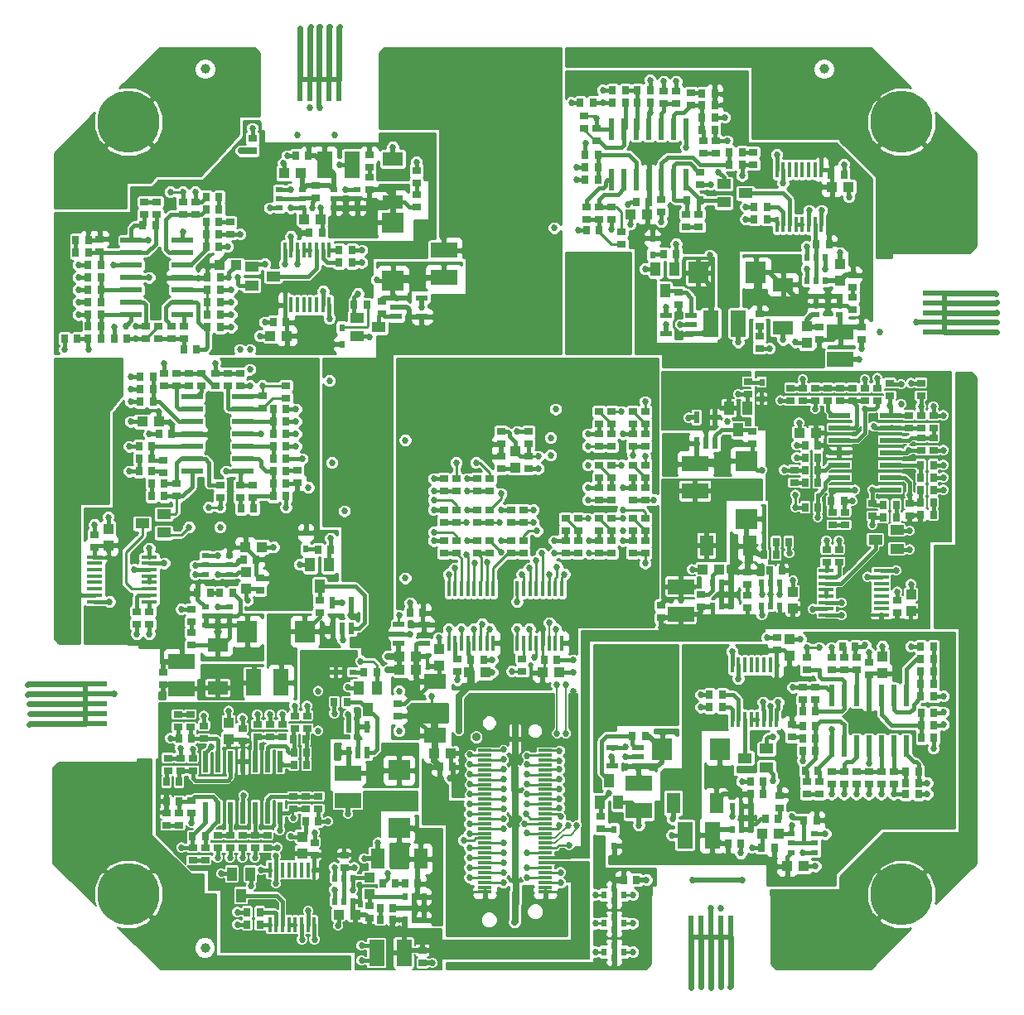
<source format=gtl>
G04 (created by PCBNEW (2013-07-07 BZR 4022)-stable) date 3/26/2016 10:09:36 AM*
%MOIN*%
G04 Gerber Fmt 3.4, Leading zero omitted, Abs format*
%FSLAX34Y34*%
G01*
G70*
G90*
G04 APERTURE LIST*
%ADD10C,0.00590551*%
%ADD11R,0.0275X0.0354*%
%ADD12R,0.0629X0.1062*%
%ADD13R,0.0866X0.0236*%
%ADD14R,0.0236X0.0866*%
%ADD15R,0.0866142X0.0590551*%
%ADD16C,0.25*%
%ADD17R,0.0472X0.0216*%
%ADD18R,0.0393X0.0551*%
%ADD19R,0.0551X0.0393*%
%ADD20R,0.1062X0.0629*%
%ADD21R,0.0315X0.0217*%
%ADD22R,0.0217X0.0315*%
%ADD23R,0.0570866X0.0120079*%
%ADD24R,0.0570866X0.0119882*%
%ADD25R,0.057X0.012*%
%ADD26R,0.0252X0.185*%
%ADD27R,0.0252X0.1*%
%ADD28R,0.0137795X0.0629921*%
%ADD29R,0.0244094X0.0480315*%
%ADD30R,0.0480315X0.0244094*%
%ADD31R,0.0866142X0.0787402*%
%ADD32R,0.0787402X0.0866142*%
%ADD33R,0.0629921X0.0137795*%
%ADD34R,0.0393X0.0433*%
%ADD35R,0.0433X0.0393*%
%ADD36R,0.0354X0.0275*%
%ADD37R,0.023622X0.0314961*%
%ADD38R,0.023622X0.0255906*%
%ADD39C,0.0393701*%
%ADD40R,0.0551181X0.0826772*%
%ADD41R,0.0826772X0.0551181*%
%ADD42R,0.0314961X0.023622*%
%ADD43R,0.0240157X0.175197*%
%ADD44R,0.175197X0.0240157*%
%ADD45C,0.035*%
%ADD46C,0.027*%
%ADD47C,0.006*%
%ADD48C,0.01*%
%ADD49C,0.025*%
%ADD50C,0.015*%
%ADD51C,0.02*%
%ADD52C,0.0240157*%
%ADD53C,0.007*%
G04 APERTURE END LIST*
G54D10*
G54D11*
X61455Y-48850D03*
X60945Y-48850D03*
G54D12*
X48651Y-67050D03*
X47549Y-67050D03*
G54D13*
X71127Y-56300D03*
X71127Y-56800D03*
X71127Y-57300D03*
X71127Y-57800D03*
X71127Y-58300D03*
X71127Y-58800D03*
X71127Y-59300D03*
X73173Y-59300D03*
X73173Y-58800D03*
X73173Y-58300D03*
X73173Y-57800D03*
X73173Y-57300D03*
X73173Y-56800D03*
X73173Y-56300D03*
G54D14*
X48625Y-70252D03*
X48125Y-70252D03*
X47625Y-70252D03*
X47125Y-70252D03*
X46625Y-70252D03*
X46125Y-70252D03*
X45625Y-70252D03*
X45625Y-72298D03*
X46125Y-72298D03*
X46625Y-72298D03*
X47125Y-72298D03*
X47625Y-72298D03*
X48125Y-72298D03*
X48625Y-72298D03*
G54D13*
X44673Y-52250D03*
X44673Y-51750D03*
X44673Y-51250D03*
X44673Y-50750D03*
X44673Y-50250D03*
X44673Y-49750D03*
X44673Y-49250D03*
X42627Y-49250D03*
X42627Y-49750D03*
X42627Y-50250D03*
X42627Y-50750D03*
X42627Y-51250D03*
X42627Y-51750D03*
X42627Y-52250D03*
G54D14*
X61950Y-46823D03*
X62450Y-46823D03*
X62950Y-46823D03*
X63450Y-46823D03*
X63950Y-46823D03*
X64450Y-46823D03*
X64950Y-46823D03*
X64950Y-44777D03*
X64450Y-44777D03*
X63950Y-44777D03*
X63450Y-44777D03*
X62950Y-44777D03*
X62450Y-44777D03*
X61950Y-44777D03*
G54D13*
X45077Y-55550D03*
X45077Y-56050D03*
X45077Y-56550D03*
X45077Y-57050D03*
X45077Y-57550D03*
X45077Y-58050D03*
X45077Y-58550D03*
X47123Y-58550D03*
X47123Y-58050D03*
X47123Y-57550D03*
X47123Y-57050D03*
X47123Y-56550D03*
X47123Y-56050D03*
X47123Y-55550D03*
G54D14*
X73800Y-67577D03*
X73300Y-67577D03*
X72800Y-67577D03*
X72300Y-67577D03*
X71800Y-67577D03*
X71300Y-67577D03*
X70800Y-67577D03*
X70800Y-69623D03*
X71300Y-69623D03*
X71800Y-69623D03*
X72300Y-69623D03*
X72800Y-69623D03*
X73300Y-69623D03*
X73800Y-69623D03*
G54D15*
X54850Y-67017D03*
X54850Y-69182D03*
G54D16*
X42519Y-44488D03*
X73622Y-44488D03*
X73622Y-75590D03*
X42519Y-75590D03*
G54D17*
X53389Y-64726D03*
X53389Y-65100D03*
X53389Y-65474D03*
X54411Y-65474D03*
X54411Y-64726D03*
G54D18*
X64474Y-50417D03*
X63726Y-50417D03*
X64100Y-51283D03*
X61476Y-71883D03*
X62224Y-71883D03*
X61850Y-71017D03*
X50574Y-62317D03*
X49826Y-62317D03*
X50200Y-63183D03*
G54D19*
X51717Y-52376D03*
X51717Y-53124D03*
X52583Y-52750D03*
G54D20*
X63050Y-71099D03*
X63050Y-72201D03*
X55200Y-50751D03*
X55200Y-49649D03*
X51350Y-70699D03*
X51350Y-71801D03*
G54D12*
X65949Y-52600D03*
X67051Y-52600D03*
G54D20*
X65325Y-58249D03*
X65325Y-59351D03*
X44650Y-66199D03*
X44650Y-67301D03*
G54D12*
X53601Y-77950D03*
X52499Y-77950D03*
G54D20*
X71150Y-52949D03*
X71150Y-54051D03*
G54D12*
X50399Y-46200D03*
X51501Y-46200D03*
G54D20*
X64750Y-64301D03*
X64750Y-63199D03*
G54D12*
X66001Y-73200D03*
X64899Y-73200D03*
G54D21*
X70122Y-73900D03*
X70122Y-73526D03*
X70122Y-73152D03*
X69178Y-73152D03*
X69178Y-73526D03*
X69178Y-73900D03*
G54D22*
X51550Y-74928D03*
X51176Y-74928D03*
X50802Y-74928D03*
X50802Y-75872D03*
X51176Y-75872D03*
X51550Y-75872D03*
X70550Y-49928D03*
X70176Y-49928D03*
X69802Y-49928D03*
X69802Y-50872D03*
X70176Y-50872D03*
X70550Y-50872D03*
G54D21*
X48578Y-47200D03*
X48578Y-47574D03*
X48578Y-47948D03*
X49522Y-47948D03*
X49522Y-47574D03*
X49522Y-47200D03*
X45628Y-61950D03*
X45628Y-62324D03*
X45628Y-62698D03*
X46572Y-62698D03*
X46572Y-62324D03*
X46572Y-61950D03*
G54D22*
X68725Y-63028D03*
X68351Y-63028D03*
X67977Y-63028D03*
X67977Y-63972D03*
X68351Y-63972D03*
X68725Y-63972D03*
X54400Y-75678D03*
X54026Y-75678D03*
X53652Y-75678D03*
X53652Y-76622D03*
X54026Y-76622D03*
X54400Y-76622D03*
X66750Y-63028D03*
X66376Y-63028D03*
X66002Y-63028D03*
X66002Y-63972D03*
X66376Y-63972D03*
X66750Y-63972D03*
G54D21*
X46572Y-64750D03*
X46572Y-64376D03*
X46572Y-64002D03*
X45628Y-64002D03*
X45628Y-64376D03*
X45628Y-64750D03*
X70178Y-51500D03*
X70178Y-51874D03*
X70178Y-52248D03*
X71122Y-52248D03*
X71122Y-51874D03*
X71122Y-51500D03*
X51722Y-47950D03*
X51722Y-47576D03*
X51722Y-47202D03*
X50778Y-47202D03*
X50778Y-47576D03*
X50778Y-47950D03*
G54D22*
X67550Y-72028D03*
X67176Y-72028D03*
X66802Y-72028D03*
X66802Y-72972D03*
X67176Y-72972D03*
X67550Y-72972D03*
G54D23*
X59285Y-69783D03*
X59285Y-69980D03*
X56855Y-69783D03*
X56855Y-69980D03*
G54D24*
X59285Y-70176D03*
G54D23*
X56855Y-70176D03*
X59285Y-70373D03*
X56855Y-70373D03*
X59285Y-70570D03*
X56855Y-70570D03*
X59285Y-70767D03*
X56855Y-70767D03*
X59285Y-70964D03*
X56855Y-70964D03*
X59285Y-71161D03*
X56855Y-71161D03*
X59285Y-71357D03*
X56855Y-71357D03*
X59285Y-71554D03*
X56855Y-71554D03*
X59285Y-71751D03*
X56855Y-71751D03*
X59285Y-71948D03*
X56855Y-71948D03*
X59285Y-72145D03*
X56855Y-72145D03*
X59285Y-72342D03*
X56855Y-72342D03*
X59285Y-72539D03*
X56855Y-72539D03*
X59285Y-72735D03*
X56855Y-72735D03*
X59285Y-72932D03*
X56855Y-72932D03*
X59285Y-73129D03*
X56855Y-73129D03*
X59285Y-73326D03*
X56855Y-73326D03*
X59285Y-73523D03*
X56855Y-73523D03*
X59285Y-73720D03*
X56855Y-73720D03*
X59285Y-73917D03*
X56855Y-73917D03*
X59285Y-74113D03*
X56855Y-74113D03*
X59285Y-74310D03*
X56855Y-74310D03*
X59285Y-74507D03*
G54D25*
X56853Y-74507D03*
G54D23*
X59285Y-74704D03*
X56855Y-74704D03*
X59285Y-74901D03*
X56855Y-74901D03*
X59285Y-75098D03*
X56855Y-75098D03*
X59285Y-75294D03*
X56855Y-75294D03*
X59285Y-75491D03*
X56855Y-75491D03*
G54D26*
X58070Y-71387D03*
X58070Y-73887D03*
G54D27*
X58070Y-75962D03*
X58070Y-69312D03*
G54D28*
X59950Y-63267D03*
X59694Y-63267D03*
X59438Y-63267D03*
X59183Y-63267D03*
X58927Y-63267D03*
X58671Y-63267D03*
X58415Y-63267D03*
X58415Y-65472D03*
X58671Y-65472D03*
X58927Y-65472D03*
X59183Y-65472D03*
X59438Y-65472D03*
X59694Y-65472D03*
X59950Y-65472D03*
X58159Y-65472D03*
X58159Y-63267D03*
X57194Y-63267D03*
X56938Y-63267D03*
X56683Y-63267D03*
X56427Y-63267D03*
X56171Y-63267D03*
X55915Y-63267D03*
X55659Y-63267D03*
X55659Y-65472D03*
X55915Y-65472D03*
X56171Y-65472D03*
X56427Y-65472D03*
X56683Y-65472D03*
X56938Y-65472D03*
X57194Y-65472D03*
X55403Y-65472D03*
X55403Y-63267D03*
G54D18*
X67424Y-56017D03*
X66676Y-56017D03*
X67050Y-56883D03*
X52524Y-67267D03*
X51776Y-67267D03*
X52150Y-68133D03*
G54D29*
X50726Y-64865D03*
X51100Y-64865D03*
X51474Y-64865D03*
X51474Y-63835D03*
X50726Y-63835D03*
X51376Y-69865D03*
X51750Y-69865D03*
X52124Y-69865D03*
X52124Y-68835D03*
X51376Y-68835D03*
G54D30*
X53285Y-51576D03*
X53285Y-51950D03*
X53285Y-52324D03*
X54315Y-52324D03*
X54315Y-51576D03*
X63015Y-70424D03*
X63015Y-70050D03*
X63015Y-69676D03*
X61985Y-69676D03*
X61985Y-70424D03*
G54D29*
X65376Y-57415D03*
X65750Y-57415D03*
X66124Y-57415D03*
X66124Y-56385D03*
X65376Y-56385D03*
G54D30*
X65165Y-53024D03*
X65165Y-52650D03*
X65165Y-52276D03*
X64135Y-52276D03*
X64135Y-53024D03*
G54D31*
X53150Y-48538D03*
X53150Y-50861D03*
G54D32*
X47288Y-65000D03*
X49611Y-65000D03*
G54D31*
X67375Y-60461D03*
X67375Y-58138D03*
G54D32*
X67761Y-50550D03*
X65438Y-50550D03*
X66311Y-69750D03*
X63988Y-69750D03*
G54D31*
X53400Y-72911D03*
X53400Y-70588D03*
G54D28*
X50595Y-49647D03*
X50339Y-49647D03*
X50083Y-49647D03*
X49827Y-49647D03*
X49572Y-49647D03*
X49316Y-49647D03*
X49060Y-49647D03*
X49060Y-51852D03*
X49316Y-51852D03*
X49572Y-51852D03*
X49827Y-51852D03*
X50083Y-51852D03*
X50339Y-51852D03*
X50595Y-51852D03*
X48804Y-51852D03*
X48804Y-49647D03*
G54D33*
X43352Y-63795D03*
X43352Y-63539D03*
X43352Y-63283D03*
X43352Y-63027D03*
X43352Y-62772D03*
X43352Y-62516D03*
X43352Y-62260D03*
X41147Y-62260D03*
X41147Y-62516D03*
X41147Y-62772D03*
X41147Y-63027D03*
X41147Y-63283D03*
X41147Y-63539D03*
X41147Y-63795D03*
X41147Y-62004D03*
X43352Y-62004D03*
G54D28*
X48204Y-76802D03*
X48460Y-76802D03*
X48716Y-76802D03*
X48972Y-76802D03*
X49227Y-76802D03*
X49483Y-76802D03*
X49739Y-76802D03*
X49739Y-74597D03*
X49483Y-74597D03*
X49227Y-74597D03*
X48972Y-74597D03*
X48716Y-74597D03*
X48460Y-74597D03*
X48204Y-74597D03*
X49995Y-74597D03*
X49995Y-76802D03*
X66804Y-68552D03*
X67060Y-68552D03*
X67316Y-68552D03*
X67572Y-68552D03*
X67827Y-68552D03*
X68083Y-68552D03*
X68339Y-68552D03*
X68339Y-66347D03*
X68083Y-66347D03*
X67827Y-66347D03*
X67572Y-66347D03*
X67316Y-66347D03*
X67060Y-66347D03*
X66804Y-66347D03*
X68595Y-66347D03*
X68595Y-68552D03*
X68604Y-48602D03*
X68860Y-48602D03*
X69116Y-48602D03*
X69372Y-48602D03*
X69627Y-48602D03*
X69883Y-48602D03*
X70139Y-48602D03*
X70139Y-46397D03*
X69883Y-46397D03*
X69627Y-46397D03*
X69372Y-46397D03*
X69116Y-46397D03*
X68860Y-46397D03*
X68604Y-46397D03*
X70395Y-46397D03*
X70395Y-48602D03*
G54D33*
X70597Y-62554D03*
X70597Y-62810D03*
X70597Y-63066D03*
X70597Y-63322D03*
X70597Y-63577D03*
X70597Y-63833D03*
X70597Y-64089D03*
X72802Y-64089D03*
X72802Y-63833D03*
X72802Y-63577D03*
X72802Y-63322D03*
X72802Y-63066D03*
X72802Y-62810D03*
X72802Y-62554D03*
X72802Y-64345D03*
X70597Y-64345D03*
G54D34*
X74000Y-64184D03*
X74000Y-63516D03*
G54D35*
X48884Y-53100D03*
X48216Y-53100D03*
G54D34*
X69100Y-65984D03*
X69100Y-65316D03*
G54D35*
X70816Y-47100D03*
X71484Y-47100D03*
G54D34*
X41700Y-61534D03*
X41700Y-60866D03*
X49500Y-73934D03*
X49500Y-73266D03*
G54D35*
X47250Y-62616D03*
X47250Y-63284D03*
X52200Y-74916D03*
X52200Y-75584D03*
X58070Y-58404D03*
X58070Y-57736D03*
X69800Y-53384D03*
X69800Y-52716D03*
G54D34*
X68684Y-73150D03*
X68016Y-73150D03*
X65616Y-62500D03*
X66284Y-62500D03*
X49566Y-48400D03*
X50234Y-48400D03*
G54D36*
X64050Y-43245D03*
X64050Y-43755D03*
X69150Y-55705D03*
X69150Y-55195D03*
G54D11*
X48855Y-57550D03*
X48345Y-57550D03*
X74930Y-68275D03*
X74420Y-68275D03*
X39945Y-53200D03*
X40455Y-53200D03*
X42995Y-55250D03*
X43505Y-55250D03*
X46205Y-52250D03*
X45695Y-52250D03*
G54D36*
X71300Y-71155D03*
X71300Y-70645D03*
G54D11*
X74905Y-58300D03*
X74395Y-58300D03*
X60895Y-46300D03*
X61405Y-46300D03*
X74905Y-59800D03*
X74395Y-59800D03*
G54D36*
X72450Y-60355D03*
X72450Y-59845D03*
G54D11*
X73405Y-59900D03*
X72895Y-59900D03*
X71305Y-59750D03*
X70795Y-59750D03*
X69745Y-59000D03*
X70255Y-59000D03*
X44045Y-71050D03*
X44555Y-71050D03*
X45055Y-69300D03*
X44545Y-69300D03*
G54D36*
X45100Y-74205D03*
X45100Y-73695D03*
G54D11*
X45605Y-73250D03*
X45095Y-73250D03*
G54D36*
X44550Y-72805D03*
X44550Y-72295D03*
G54D11*
X69645Y-69300D03*
X70155Y-69300D03*
X69745Y-70600D03*
X70255Y-70600D03*
G54D36*
X44450Y-59045D03*
X44450Y-59555D03*
X47000Y-59605D03*
X47000Y-59095D03*
X47500Y-59605D03*
X47500Y-59095D03*
G54D11*
X48855Y-58550D03*
X48345Y-58550D03*
X46155Y-48500D03*
X45645Y-48500D03*
G54D36*
X45200Y-48205D03*
X45200Y-47695D03*
X43900Y-58605D03*
X43900Y-58095D03*
G54D11*
X43605Y-48650D03*
X43095Y-48650D03*
X40395Y-49750D03*
X40905Y-49750D03*
G54D36*
X71300Y-66045D03*
X71300Y-66555D03*
X70150Y-67755D03*
X70150Y-67245D03*
X70300Y-71555D03*
X70300Y-71045D03*
X43150Y-47695D03*
X43150Y-48205D03*
X47100Y-69405D03*
X47100Y-68895D03*
X58600Y-57945D03*
X58600Y-58455D03*
G54D11*
X59245Y-66150D03*
X59755Y-66150D03*
G54D36*
X62800Y-61855D03*
X62800Y-61345D03*
X58350Y-66095D03*
X58350Y-66605D03*
X65450Y-48705D03*
X65450Y-48195D03*
G54D11*
X63455Y-47700D03*
X62945Y-47700D03*
G54D36*
X69650Y-67755D03*
X69650Y-67245D03*
G54D11*
X56295Y-66150D03*
X56805Y-66150D03*
G54D36*
X44500Y-68345D03*
X44500Y-68855D03*
X73450Y-64255D03*
X73450Y-63745D03*
X70600Y-62205D03*
X70600Y-61695D03*
X66150Y-45755D03*
X66150Y-45245D03*
G54D11*
X67205Y-45700D03*
X66695Y-45700D03*
X68205Y-48400D03*
X67695Y-48400D03*
X70795Y-46600D03*
X71305Y-46600D03*
X54355Y-64250D03*
X53845Y-64250D03*
X44255Y-57050D03*
X43745Y-57050D03*
G54D36*
X50000Y-74005D03*
X50000Y-73495D03*
G54D11*
X47805Y-76800D03*
X47295Y-76800D03*
X46155Y-47500D03*
X45645Y-47500D03*
G54D36*
X68600Y-65755D03*
X68600Y-65245D03*
X65150Y-43295D03*
X65150Y-43805D03*
G54D11*
X50995Y-49650D03*
X51505Y-49650D03*
X48855Y-52550D03*
X48345Y-52550D03*
X43445Y-59550D03*
X43955Y-59550D03*
X66405Y-68050D03*
X65895Y-68050D03*
X65595Y-44800D03*
X66105Y-44800D03*
G54D36*
X70850Y-60705D03*
X70850Y-60195D03*
G54D11*
X70255Y-57500D03*
X69745Y-57500D03*
G54D36*
X72300Y-66755D03*
X72300Y-66245D03*
G54D11*
X64995Y-47650D03*
X65505Y-47650D03*
G54D36*
X43350Y-64195D03*
X43350Y-64705D03*
X41150Y-61605D03*
X41150Y-61095D03*
G54D11*
X45695Y-50750D03*
X46205Y-50750D03*
G54D36*
X48200Y-68745D03*
X48200Y-69255D03*
X46600Y-73705D03*
X46600Y-73195D03*
G54D11*
X66105Y-43800D03*
X65595Y-43800D03*
G54D36*
X69300Y-58495D03*
X69300Y-59005D03*
G54D11*
X70155Y-69800D03*
X69645Y-69800D03*
X72895Y-60400D03*
X73405Y-60400D03*
X74395Y-60300D03*
X74905Y-60300D03*
G54D36*
X69800Y-71045D03*
X69800Y-71555D03*
X73950Y-60355D03*
X73950Y-59845D03*
X61950Y-56145D03*
X61950Y-56655D03*
X61450Y-58295D03*
X61450Y-58805D03*
X61950Y-58295D03*
X61950Y-58805D03*
X61450Y-60445D03*
X61450Y-60955D03*
X61950Y-60445D03*
X61950Y-60955D03*
X62800Y-56145D03*
X62800Y-56655D03*
X63300Y-56145D03*
X63300Y-56655D03*
X62800Y-58295D03*
X62800Y-58805D03*
X63300Y-58295D03*
X63300Y-58805D03*
X62800Y-60445D03*
X62800Y-60955D03*
X63300Y-60445D03*
X63300Y-60955D03*
X46100Y-73705D03*
X46100Y-73195D03*
X45550Y-68795D03*
X45550Y-69305D03*
X61450Y-56145D03*
X61450Y-56655D03*
G54D11*
X74905Y-58800D03*
X74395Y-58800D03*
G54D36*
X44100Y-70095D03*
X44100Y-70605D03*
G54D11*
X74395Y-59300D03*
X74905Y-59300D03*
X44045Y-71850D03*
X44555Y-71850D03*
G54D36*
X44050Y-72295D03*
X44050Y-72805D03*
X45600Y-73695D03*
X45600Y-74205D03*
X45050Y-71795D03*
X45050Y-72305D03*
X64650Y-51855D03*
X64650Y-51345D03*
G54D11*
X50145Y-61700D03*
X50655Y-61700D03*
G54D36*
X50200Y-64255D03*
X50200Y-63745D03*
G54D11*
X52105Y-51850D03*
X51595Y-51850D03*
G54D36*
X52700Y-51695D03*
X52700Y-52205D03*
G54D11*
X64045Y-49800D03*
X64555Y-49800D03*
X63305Y-69200D03*
X62795Y-69200D03*
G54D36*
X67450Y-54945D03*
X67450Y-55455D03*
X67600Y-57455D03*
X67600Y-56945D03*
G54D11*
X51995Y-66650D03*
X52505Y-66650D03*
X50795Y-67850D03*
X51305Y-67850D03*
G54D36*
X61500Y-72955D03*
X61500Y-72445D03*
G54D11*
X47655Y-62100D03*
X47145Y-62100D03*
G54D36*
X51200Y-73995D03*
X51200Y-74505D03*
G54D11*
X42945Y-58550D03*
X43455Y-58550D03*
G54D36*
X64550Y-43245D03*
X64550Y-43755D03*
X42850Y-64195D03*
X42850Y-64705D03*
X47700Y-68745D03*
X47700Y-69255D03*
X49200Y-68395D03*
X49200Y-68905D03*
G54D11*
X49170Y-69875D03*
X49680Y-69875D03*
X49170Y-70375D03*
X49680Y-70375D03*
G54D36*
X49700Y-68905D03*
X49700Y-68395D03*
X57500Y-57945D03*
X57500Y-58455D03*
X58600Y-57455D03*
X58600Y-56945D03*
X57500Y-57455D03*
X57500Y-56945D03*
X48700Y-69255D03*
X48700Y-68745D03*
G54D11*
X42995Y-54750D03*
X43505Y-54750D03*
X69645Y-68800D03*
X70155Y-68800D03*
X47555Y-60050D03*
X47045Y-60050D03*
X50995Y-50150D03*
X51505Y-50150D03*
X48345Y-59550D03*
X48855Y-59550D03*
X48855Y-59050D03*
X48345Y-59050D03*
G54D36*
X46200Y-59605D03*
X46200Y-59095D03*
G54D11*
X42945Y-58050D03*
X43455Y-58050D03*
X43955Y-59050D03*
X43445Y-59050D03*
G54D36*
X43950Y-54595D03*
X43950Y-55105D03*
X46500Y-54595D03*
X46500Y-55105D03*
G54D11*
X48855Y-57050D03*
X48345Y-57050D03*
G54D36*
X47900Y-56005D03*
X47900Y-55495D03*
G54D11*
X48345Y-56050D03*
X48855Y-56050D03*
X43505Y-55750D03*
X42995Y-55750D03*
G54D36*
X46000Y-55105D03*
X46000Y-54595D03*
X44950Y-55105D03*
X44950Y-54595D03*
X60950Y-47895D03*
X60950Y-48405D03*
X61450Y-47895D03*
X61450Y-48405D03*
X61950Y-48405D03*
X61950Y-47895D03*
G54D11*
X60895Y-45800D03*
X61405Y-45800D03*
X70705Y-49400D03*
X70195Y-49400D03*
G54D36*
X50150Y-72155D03*
X50150Y-71645D03*
X45000Y-68855D03*
X45000Y-68345D03*
X44600Y-70095D03*
X44600Y-70605D03*
X45100Y-70605D03*
X45100Y-70095D03*
X67650Y-46205D03*
X67650Y-45695D03*
X65650Y-45245D03*
X65650Y-45755D03*
G54D11*
X65595Y-44300D03*
X66105Y-44300D03*
X68205Y-47900D03*
X67695Y-47900D03*
X66105Y-43350D03*
X65595Y-43350D03*
G54D36*
X60600Y-60445D03*
X60600Y-60955D03*
X60100Y-60445D03*
X60100Y-60955D03*
G54D11*
X69745Y-60000D03*
X70255Y-60000D03*
G54D36*
X61950Y-59195D03*
X61950Y-59705D03*
X60600Y-61345D03*
X60600Y-61855D03*
X61950Y-57045D03*
X61950Y-57555D03*
X61950Y-61345D03*
X61950Y-61855D03*
X63300Y-57045D03*
X63300Y-57555D03*
X63300Y-59195D03*
X63300Y-59705D03*
X63300Y-61345D03*
X63300Y-61855D03*
X48100Y-73195D03*
X48100Y-73705D03*
X65500Y-47005D03*
X65500Y-46495D03*
G54D11*
X61405Y-46800D03*
X60895Y-46800D03*
X67205Y-46200D03*
X66695Y-46200D03*
G54D36*
X64950Y-48195D03*
X64950Y-48705D03*
X49150Y-71645D03*
X49150Y-72155D03*
X47100Y-73705D03*
X47100Y-73195D03*
G54D11*
X61995Y-43700D03*
X62505Y-43700D03*
X61995Y-43200D03*
X62505Y-43200D03*
G54D36*
X61350Y-45255D03*
X61350Y-44745D03*
G54D11*
X62995Y-43200D03*
X63505Y-43200D03*
G54D36*
X63950Y-47595D03*
X63950Y-48105D03*
G54D11*
X73795Y-70650D03*
X74305Y-70650D03*
G54D36*
X72300Y-70645D03*
X72300Y-71155D03*
G54D11*
X74420Y-69275D03*
X74930Y-69275D03*
X74905Y-65600D03*
X74395Y-65600D03*
X74395Y-66100D03*
X74905Y-66100D03*
X74395Y-67100D03*
X74905Y-67100D03*
X74905Y-67600D03*
X74395Y-67600D03*
X74930Y-68775D03*
X74420Y-68775D03*
G54D36*
X74900Y-57195D03*
X74900Y-57705D03*
X73900Y-56805D03*
X73900Y-56295D03*
G54D11*
X43455Y-57550D03*
X42945Y-57550D03*
G54D36*
X74400Y-56295D03*
X74400Y-56805D03*
X71350Y-60195D03*
X71350Y-60705D03*
G54D11*
X69745Y-58500D03*
X70255Y-58500D03*
X40905Y-49250D03*
X40395Y-49250D03*
G54D36*
X46600Y-49005D03*
X46600Y-48495D03*
G54D11*
X70205Y-72600D03*
X69695Y-72600D03*
X68830Y-62550D03*
X68320Y-62550D03*
G54D36*
X72650Y-55195D03*
X72650Y-55705D03*
X72150Y-55195D03*
X72150Y-55705D03*
X71150Y-55705D03*
X71150Y-55195D03*
X70650Y-55705D03*
X70650Y-55195D03*
X41350Y-49195D03*
X41350Y-49705D03*
X70150Y-55195D03*
X70150Y-55705D03*
X69650Y-55195D03*
X69650Y-55705D03*
X72800Y-71155D03*
X72800Y-70645D03*
X71100Y-62205D03*
X71100Y-61695D03*
X43650Y-48205D03*
X43650Y-47695D03*
G54D11*
X41405Y-50250D03*
X40895Y-50250D03*
X41405Y-53200D03*
X40895Y-53200D03*
G54D36*
X70800Y-66555D03*
X70800Y-66045D03*
X71800Y-66045D03*
X71800Y-66555D03*
G54D11*
X70155Y-68200D03*
X69645Y-68200D03*
G54D36*
X73300Y-71155D03*
X73300Y-70645D03*
X43200Y-53205D03*
X43200Y-52695D03*
G54D11*
X40895Y-51750D03*
X41405Y-51750D03*
X40895Y-52250D03*
X41405Y-52250D03*
X41405Y-50750D03*
X40895Y-50750D03*
G54D36*
X74900Y-56295D03*
X74900Y-56805D03*
G54D11*
X45695Y-51250D03*
X46205Y-51250D03*
G54D36*
X43700Y-53205D03*
X43700Y-52695D03*
X44750Y-52695D03*
X44750Y-53205D03*
G54D11*
X45645Y-48000D03*
X46155Y-48000D03*
X46205Y-52750D03*
X45695Y-52750D03*
X46205Y-51750D03*
X45695Y-51750D03*
G54D36*
X50050Y-47045D03*
X50050Y-47555D03*
X70800Y-71155D03*
X70800Y-70645D03*
G54D11*
X71755Y-65600D03*
X71245Y-65600D03*
X47805Y-76300D03*
X47295Y-76300D03*
G54D36*
X49300Y-59005D03*
X49300Y-58495D03*
X69200Y-68745D03*
X69200Y-69255D03*
X44250Y-52695D03*
X44250Y-53205D03*
G54D11*
X66405Y-67550D03*
X65895Y-67550D03*
X70255Y-58000D03*
X69745Y-58000D03*
G54D36*
X69800Y-66045D03*
X69800Y-66555D03*
X44700Y-47695D03*
X44700Y-48205D03*
G54D11*
X48855Y-58050D03*
X48345Y-58050D03*
X45645Y-49500D03*
X46155Y-49500D03*
X46155Y-49000D03*
X45645Y-49000D03*
X63505Y-43700D03*
X62995Y-43700D03*
X48855Y-56550D03*
X48345Y-56550D03*
X40895Y-51250D03*
X41405Y-51250D03*
G54D36*
X71800Y-71155D03*
X71800Y-70645D03*
X47600Y-73705D03*
X47600Y-73195D03*
X74400Y-57705D03*
X74400Y-57195D03*
X45450Y-55105D03*
X45450Y-54595D03*
G54D34*
X53416Y-66550D03*
X54084Y-66550D03*
X53416Y-66000D03*
X54084Y-66000D03*
G54D36*
X58400Y-61345D03*
X58400Y-61855D03*
X55700Y-58845D03*
X55700Y-59355D03*
X58400Y-60095D03*
X58400Y-60605D03*
X55700Y-60095D03*
X55700Y-60605D03*
X57050Y-61345D03*
X57050Y-61855D03*
X55700Y-61345D03*
X55700Y-61855D03*
X57050Y-60095D03*
X57050Y-60605D03*
X57050Y-58845D03*
X57050Y-59355D03*
G54D34*
X71150Y-50884D03*
X71150Y-50216D03*
X69250Y-64084D03*
X69250Y-63416D03*
G54D35*
X54816Y-69900D03*
X55484Y-69900D03*
G54D34*
X55000Y-66384D03*
X55000Y-65716D03*
G54D35*
X51634Y-76400D03*
X50966Y-76400D03*
X69016Y-74450D03*
X69684Y-74450D03*
X49434Y-46550D03*
X48766Y-46550D03*
X47216Y-61600D03*
X47884Y-61600D03*
G54D36*
X56550Y-59355D03*
X56550Y-58845D03*
X55200Y-61855D03*
X55200Y-61345D03*
X56550Y-60605D03*
X56550Y-60095D03*
X55200Y-60605D03*
X55200Y-60095D03*
X56550Y-61855D03*
X56550Y-61345D03*
X55200Y-59355D03*
X55200Y-58845D03*
X57900Y-60605D03*
X57900Y-60095D03*
X55750Y-66095D03*
X55750Y-66605D03*
X57900Y-61855D03*
X57900Y-61345D03*
X60100Y-61855D03*
X60100Y-61345D03*
X61450Y-57555D03*
X61450Y-57045D03*
X61450Y-59705D03*
X61450Y-59195D03*
X61450Y-61855D03*
X61450Y-61345D03*
X62800Y-57555D03*
X62800Y-57045D03*
X62800Y-59705D03*
X62800Y-59195D03*
X53350Y-67895D03*
X53350Y-68405D03*
G54D11*
X53155Y-76600D03*
X52645Y-76600D03*
X49795Y-48950D03*
X50305Y-48950D03*
X68505Y-73700D03*
X67995Y-73700D03*
G54D36*
X45050Y-64605D03*
X45050Y-64095D03*
G54D11*
X45295Y-63450D03*
X45805Y-63450D03*
G54D36*
X68700Y-71595D03*
X68700Y-72105D03*
G54D11*
X68055Y-71050D03*
X67545Y-71050D03*
G54D36*
X47800Y-62845D03*
X47800Y-63355D03*
X54100Y-46955D03*
X54100Y-46445D03*
X52200Y-76555D03*
X52200Y-76045D03*
G54D11*
X53255Y-75150D03*
X52745Y-75150D03*
G54D36*
X52200Y-45795D03*
X52200Y-46305D03*
X65550Y-64005D03*
X65550Y-63495D03*
X67425Y-64055D03*
X67425Y-63545D03*
X67900Y-53095D03*
X67900Y-53605D03*
X71650Y-50645D03*
X71650Y-51155D03*
G54D11*
X68570Y-61400D03*
X69080Y-61400D03*
G54D36*
X70300Y-53255D03*
X70300Y-52745D03*
G54D34*
X72850Y-66684D03*
X72850Y-66016D03*
G54D35*
X46166Y-50250D03*
X46834Y-50250D03*
X70184Y-57000D03*
X69516Y-57000D03*
G54D34*
X46550Y-69334D03*
X46550Y-68666D03*
G54D35*
X43734Y-56550D03*
X43066Y-56550D03*
X63384Y-48200D03*
X62716Y-48200D03*
G54D11*
X52645Y-76150D03*
X53155Y-76150D03*
G54D36*
X72000Y-52745D03*
X72000Y-53255D03*
G54D11*
X68070Y-61900D03*
X68580Y-61900D03*
G54D36*
X71650Y-51545D03*
X71650Y-52055D03*
X67900Y-52195D03*
X67900Y-52705D03*
X67425Y-63105D03*
X67425Y-62595D03*
X63950Y-64455D03*
X63950Y-63945D03*
G54D11*
X55045Y-70450D03*
X55555Y-70450D03*
X54155Y-75150D03*
X53645Y-75150D03*
X62955Y-75000D03*
X62445Y-75000D03*
G54D36*
X52200Y-46695D03*
X52200Y-47205D03*
X54350Y-77845D03*
X54350Y-78355D03*
X47500Y-45655D03*
X47500Y-45145D03*
G54D11*
X67545Y-71550D03*
X68055Y-71550D03*
G54D36*
X43900Y-66645D03*
X43900Y-67155D03*
G54D11*
X46195Y-63450D03*
X46705Y-63450D03*
X68655Y-72550D03*
X68145Y-72550D03*
X66645Y-73550D03*
X67155Y-73550D03*
G54D36*
X45050Y-65555D03*
X45050Y-65045D03*
X54100Y-47905D03*
X54100Y-47395D03*
G54D11*
X49755Y-45850D03*
X49245Y-45850D03*
G54D37*
X61656Y-77900D03*
X62443Y-77900D03*
G54D38*
X62050Y-77653D03*
X62050Y-78146D03*
G54D37*
X61656Y-76750D03*
X62443Y-76750D03*
G54D38*
X62050Y-76503D03*
X62050Y-76996D03*
G54D37*
X61656Y-75600D03*
X62443Y-75600D03*
G54D38*
X62050Y-75353D03*
X62050Y-75846D03*
G54D35*
X59166Y-66650D03*
X59834Y-66650D03*
X56216Y-66650D03*
X56884Y-66650D03*
G54D11*
X60695Y-43700D03*
X61205Y-43700D03*
G54D36*
X47000Y-55105D03*
X47000Y-54595D03*
G54D11*
X41945Y-53200D03*
X42455Y-53200D03*
X74305Y-71550D03*
X73795Y-71550D03*
X49645Y-72650D03*
X50155Y-72650D03*
G54D36*
X74400Y-54995D03*
X74400Y-55505D03*
X60850Y-44245D03*
X60850Y-44755D03*
X62350Y-48895D03*
X62350Y-49405D03*
X48850Y-55095D03*
X48850Y-55605D03*
X44450Y-55105D03*
X44450Y-54595D03*
G54D11*
X41405Y-52700D03*
X40895Y-52700D03*
X45255Y-53650D03*
X44745Y-53650D03*
X74305Y-71100D03*
X73795Y-71100D03*
X74395Y-66600D03*
X74905Y-66600D03*
G54D36*
X49650Y-72155D03*
X49650Y-71645D03*
G54D11*
X49145Y-69350D03*
X49655Y-69350D03*
G54D36*
X73150Y-55505D03*
X73150Y-54995D03*
X71650Y-55705D03*
X71650Y-55195D03*
G54D19*
X66467Y-46976D03*
X66467Y-47724D03*
X67333Y-47350D03*
X43933Y-61024D03*
X43933Y-60276D03*
X43067Y-60650D03*
X47467Y-50326D03*
X47467Y-51074D03*
X48333Y-50700D03*
X68183Y-70474D03*
X68183Y-69726D03*
X67317Y-70100D03*
G54D18*
X47424Y-74767D03*
X46676Y-74767D03*
X47050Y-75633D03*
G54D19*
X73433Y-61674D03*
X73433Y-60926D03*
X72567Y-61300D03*
G54D39*
X45600Y-42350D03*
X45600Y-77750D03*
X70500Y-42350D03*
G54D40*
X67516Y-61550D03*
X65783Y-61550D03*
G54D41*
X68850Y-51033D03*
X68850Y-52766D03*
X46100Y-65533D03*
X46100Y-67266D03*
G54D40*
X54266Y-74150D03*
X52533Y-74150D03*
G54D41*
X53150Y-47716D03*
X53150Y-45983D03*
G54D40*
X66166Y-71900D03*
X64433Y-71900D03*
G54D37*
X51100Y-53434D03*
X51100Y-52765D03*
G54D42*
X50865Y-66650D03*
X51534Y-66650D03*
G54D37*
X63600Y-49165D03*
X63600Y-49834D03*
X49650Y-61015D03*
X49650Y-61684D03*
X62050Y-73634D03*
X62050Y-72965D03*
X68000Y-55634D03*
X68000Y-54965D03*
G54D43*
X65159Y-77316D03*
X65553Y-77316D03*
X65946Y-77316D03*
X66340Y-77316D03*
X66734Y-77316D03*
X50986Y-42761D03*
X50592Y-42761D03*
X50198Y-42761D03*
X49805Y-42761D03*
X49411Y-42761D03*
G54D44*
X40793Y-67124D03*
X40793Y-67517D03*
X40793Y-67911D03*
X40793Y-68305D03*
X40793Y-68698D03*
X75348Y-52950D03*
X75348Y-52557D03*
X75348Y-52163D03*
X75348Y-51769D03*
X75348Y-51375D03*
G54D45*
X56500Y-69250D03*
G54D46*
X59750Y-69100D03*
X59750Y-67150D03*
X56750Y-64700D03*
X59450Y-64650D03*
X60200Y-72800D03*
X60100Y-67150D03*
X60100Y-69100D03*
X57050Y-64900D03*
X59700Y-64900D03*
X60550Y-72800D03*
X56500Y-58200D03*
X53400Y-64350D03*
X55800Y-69000D03*
X56000Y-73400D03*
X57100Y-57450D03*
X66350Y-76150D03*
X63350Y-75000D03*
X57600Y-73900D03*
X62800Y-77900D03*
X47400Y-53650D03*
X62800Y-76750D03*
X47400Y-54450D03*
X49800Y-43900D03*
X47050Y-45650D03*
X50600Y-54900D03*
X50150Y-67400D03*
X50150Y-69000D03*
X49750Y-59200D03*
X56250Y-74500D03*
X59850Y-69800D03*
X57600Y-70550D03*
X58550Y-70750D03*
X56250Y-70750D03*
X59850Y-70950D03*
X57600Y-70950D03*
X58550Y-71150D03*
X56250Y-71150D03*
X59850Y-71350D03*
X57600Y-71350D03*
X58550Y-71550D03*
X57600Y-69750D03*
X56250Y-71550D03*
X59850Y-71750D03*
X57600Y-71750D03*
X58550Y-71950D03*
X56250Y-71950D03*
X59850Y-72100D03*
X57600Y-72150D03*
X59900Y-72450D03*
X56250Y-72350D03*
X61300Y-75600D03*
X58500Y-72350D03*
X58550Y-70000D03*
X57600Y-72550D03*
X58450Y-72750D03*
X56250Y-72750D03*
X59850Y-72800D03*
X57600Y-72950D03*
X58550Y-73100D03*
X56250Y-73150D03*
X56250Y-69950D03*
X57600Y-73500D03*
X56250Y-73700D03*
X61300Y-77900D03*
X56250Y-74100D03*
X61300Y-76750D03*
X57600Y-74300D03*
X58550Y-74500D03*
X59850Y-70200D03*
X59900Y-74700D03*
X57600Y-74700D03*
X58550Y-74900D03*
X56250Y-74900D03*
X59900Y-75100D03*
X57600Y-75100D03*
X57600Y-70150D03*
X58550Y-70350D03*
X56250Y-70350D03*
X59850Y-70550D03*
X52950Y-66000D03*
X52950Y-66550D03*
X51350Y-68350D03*
X61950Y-70050D03*
X51100Y-63850D03*
X54300Y-51950D03*
X65050Y-56400D03*
X64150Y-52650D03*
X54700Y-67600D03*
X61000Y-60450D03*
X59900Y-76200D03*
X59900Y-75850D03*
X59900Y-75500D03*
X56250Y-76200D03*
X56250Y-75850D03*
X56250Y-75500D03*
X68600Y-45800D03*
X61600Y-43200D03*
X60900Y-45350D03*
X65950Y-47000D03*
X72750Y-52950D03*
X60600Y-48850D03*
X61600Y-43700D03*
X60550Y-46800D03*
X69350Y-53350D03*
X70550Y-50400D03*
X69800Y-50400D03*
X67200Y-46650D03*
X65900Y-49850D03*
X62400Y-60100D03*
X63250Y-49850D03*
X72150Y-51800D03*
X72150Y-52200D03*
X57500Y-59450D03*
X59700Y-56050D03*
X61350Y-44350D03*
X64550Y-42850D03*
X62800Y-75600D03*
X51750Y-51400D03*
X64550Y-49400D03*
X61850Y-71500D03*
X67050Y-55450D03*
X51850Y-66200D03*
X50650Y-61250D03*
X45750Y-60000D03*
X42600Y-54750D03*
X41750Y-63800D03*
X46200Y-60800D03*
X46200Y-60000D03*
X49250Y-57050D03*
X46000Y-54200D03*
X42600Y-55750D03*
X46100Y-61950D03*
X46100Y-62700D03*
X43950Y-62250D03*
X45200Y-62350D03*
X48650Y-64450D03*
X42550Y-58550D03*
X43900Y-66250D03*
X63300Y-57950D03*
X49800Y-57800D03*
X59500Y-57200D03*
X59500Y-57900D03*
X54800Y-59700D03*
X47900Y-55100D03*
X49500Y-58050D03*
X44200Y-47300D03*
X44700Y-47300D03*
X50600Y-52400D03*
X46650Y-51750D03*
X40500Y-51750D03*
X47000Y-53650D03*
X42800Y-53200D03*
X46650Y-51250D03*
X50800Y-45000D03*
X49300Y-45000D03*
X49050Y-47200D03*
X49050Y-47950D03*
X49050Y-49100D03*
X49900Y-47950D03*
X47000Y-49000D03*
X52500Y-50850D03*
X63300Y-55750D03*
X59650Y-48750D03*
X54700Y-48750D03*
X49750Y-45450D03*
X42400Y-52700D03*
X51200Y-60150D03*
X54800Y-61000D03*
X70300Y-65650D03*
X66800Y-65800D03*
X69800Y-65650D03*
X72800Y-71550D03*
X75300Y-68750D03*
X74000Y-65600D03*
X67200Y-75000D03*
X73300Y-71550D03*
X65200Y-75000D03*
X74900Y-69700D03*
X69650Y-73900D03*
X69200Y-72800D03*
X68350Y-68000D03*
X69200Y-72450D03*
X72150Y-65550D03*
X64000Y-69050D03*
X62400Y-60450D03*
X66500Y-66200D03*
X66650Y-74000D03*
X62400Y-60950D03*
X61000Y-58300D03*
X70800Y-71550D03*
X74650Y-71100D03*
X58800Y-60100D03*
X69350Y-59500D03*
X75300Y-56300D03*
X72650Y-54800D03*
X73400Y-62550D03*
X69350Y-60000D03*
X74900Y-55950D03*
X66600Y-56550D03*
X74400Y-55950D03*
X70150Y-56050D03*
X60250Y-73600D03*
X65200Y-62500D03*
X68700Y-63500D03*
X68000Y-64350D03*
X68350Y-63500D03*
X70050Y-64100D03*
X68900Y-58500D03*
X68000Y-58500D03*
X62350Y-58300D03*
X63950Y-64850D03*
X64750Y-64850D03*
X60800Y-73900D03*
X60450Y-73900D03*
X57500Y-61800D03*
X73150Y-55900D03*
X75300Y-58800D03*
X45550Y-68400D03*
X47700Y-68350D03*
X47100Y-74100D03*
X47850Y-74600D03*
X48700Y-68350D03*
X50550Y-72650D03*
X49700Y-68000D03*
X58550Y-73900D03*
X50800Y-75400D03*
X51550Y-75400D03*
X49750Y-76250D03*
X51600Y-74500D03*
X44600Y-69700D03*
X51000Y-69900D03*
X50800Y-68300D03*
X53650Y-62850D03*
X62350Y-56150D03*
X53650Y-57300D03*
X51600Y-65900D03*
X60200Y-74450D03*
X55700Y-58200D03*
X50700Y-58200D03*
X49150Y-72500D03*
X48600Y-73000D03*
X46100Y-74100D03*
X72150Y-54850D03*
X52000Y-74150D03*
X52550Y-73500D03*
X65250Y-61550D03*
X68850Y-53250D03*
X46750Y-67250D03*
X53150Y-45500D03*
X64400Y-72550D03*
X49200Y-68000D03*
X41950Y-52750D03*
X39950Y-53650D03*
X43950Y-54200D03*
X42600Y-55250D03*
X41750Y-55250D03*
X60400Y-68950D03*
X53400Y-67400D03*
X55750Y-66950D03*
X53400Y-69000D03*
X60400Y-67400D03*
X63300Y-50400D03*
X61550Y-50400D03*
X62500Y-70050D03*
X62300Y-67150D03*
X53800Y-52550D03*
X40550Y-63550D03*
X40100Y-62500D03*
X49250Y-56550D03*
X50700Y-56550D03*
X60350Y-43700D03*
X74000Y-55000D03*
X74650Y-71550D03*
X47400Y-55100D03*
X62050Y-76200D03*
X62050Y-77350D03*
X62050Y-75000D03*
X62050Y-78500D03*
X64700Y-52650D03*
X54750Y-78350D03*
X64375Y-73200D03*
X43900Y-67500D03*
X51000Y-46200D03*
X72000Y-53600D03*
X47500Y-44750D03*
X51350Y-67250D03*
X53850Y-65100D03*
X55450Y-70900D03*
X51350Y-72350D03*
X51750Y-69250D03*
X51750Y-68850D03*
X60400Y-66650D03*
X60400Y-66150D03*
X57950Y-66600D03*
X57150Y-66150D03*
X57150Y-66650D03*
X55000Y-65250D03*
X53850Y-63850D03*
X46550Y-50750D03*
X49400Y-62300D03*
X51450Y-64350D03*
X54300Y-52700D03*
X64150Y-51950D03*
X64350Y-63750D03*
X69550Y-65300D03*
X68200Y-65250D03*
X64750Y-63750D03*
X55150Y-49100D03*
X47800Y-53100D03*
X48000Y-52550D03*
X52200Y-53150D03*
X46500Y-49500D03*
X48800Y-50200D03*
X49300Y-50200D03*
X50350Y-51300D03*
X51900Y-50150D03*
X51900Y-49650D03*
X54100Y-46100D03*
X48200Y-47950D03*
X48750Y-46150D03*
X48900Y-45850D03*
X71500Y-47500D03*
X71300Y-46200D03*
X68850Y-46950D03*
X61950Y-48800D03*
X60550Y-46300D03*
X62700Y-48600D03*
X62600Y-47800D03*
X67350Y-48400D03*
X67350Y-47900D03*
X69900Y-48050D03*
X70400Y-48050D03*
X71150Y-49750D03*
X68300Y-53600D03*
X71900Y-54050D03*
X67050Y-53350D03*
X69800Y-49500D03*
X74000Y-63100D03*
X73450Y-63400D03*
X75300Y-59300D03*
X75300Y-58300D03*
X75300Y-57700D03*
X73900Y-57700D03*
X72250Y-62800D03*
X66650Y-55550D03*
X66100Y-55950D03*
X65750Y-56950D03*
X68750Y-55700D03*
X69500Y-56600D03*
X69400Y-57500D03*
X69400Y-58000D03*
X70600Y-61350D03*
X71100Y-61350D03*
X71200Y-63850D03*
X71200Y-64350D03*
X69100Y-61850D03*
X68000Y-63500D03*
X69250Y-62950D03*
X65300Y-59900D03*
X67150Y-73925D03*
X65550Y-68050D03*
X65550Y-67550D03*
X62500Y-69650D03*
X67050Y-66900D03*
X72850Y-65600D03*
X67200Y-71050D03*
X68650Y-67850D03*
X68050Y-67850D03*
X75300Y-68250D03*
X70150Y-74450D03*
X70550Y-73150D03*
X63050Y-72800D03*
X51900Y-78250D03*
X51900Y-77650D03*
X50950Y-76850D03*
X49050Y-73250D03*
X50000Y-73100D03*
X45050Y-72700D03*
X46550Y-68200D03*
X47100Y-68500D03*
X48450Y-74050D03*
X50800Y-74500D03*
X52950Y-74750D03*
X48450Y-75150D03*
X48500Y-73700D03*
X49500Y-77400D03*
X48350Y-61600D03*
X42600Y-56550D03*
X41700Y-60400D03*
X44650Y-64100D03*
X45200Y-62700D03*
X56150Y-60100D03*
X56150Y-58850D03*
X54800Y-58850D03*
X54800Y-60100D03*
X54800Y-61350D03*
X56150Y-61350D03*
X57500Y-61350D03*
X57500Y-60100D03*
X59650Y-61350D03*
X61000Y-57050D03*
X62400Y-57050D03*
X61000Y-59200D03*
X62400Y-59200D03*
X62400Y-61350D03*
X61050Y-61350D03*
X63500Y-42800D03*
X50200Y-43900D03*
X74200Y-52550D03*
X41950Y-67500D03*
X58050Y-70200D03*
X58050Y-72650D03*
X58100Y-75100D03*
X58050Y-76700D03*
X58850Y-66050D03*
X58650Y-64900D03*
X58150Y-64900D03*
X56400Y-64900D03*
X55900Y-64900D03*
X55400Y-64900D03*
X58150Y-63800D03*
X59000Y-58450D03*
X58150Y-56950D03*
X47150Y-71600D03*
X46600Y-74100D03*
X47600Y-74100D03*
X45100Y-69750D03*
X48200Y-68350D03*
X45400Y-67300D03*
X46900Y-76300D03*
X46900Y-76800D03*
X48850Y-60000D03*
X43350Y-61650D03*
X41150Y-60700D03*
X42550Y-57550D03*
X43350Y-57050D03*
X49250Y-56050D03*
X49250Y-57550D03*
X47850Y-57050D03*
X42850Y-65100D03*
X43350Y-65100D03*
X51150Y-65350D03*
X42750Y-62500D03*
X65950Y-76150D03*
X70800Y-65650D03*
X75300Y-67600D03*
X71300Y-71550D03*
X69650Y-70200D03*
X72300Y-65850D03*
X72300Y-70300D03*
X71800Y-71550D03*
X72300Y-71550D03*
X63950Y-48500D03*
X63500Y-44100D03*
X64050Y-42850D03*
X66500Y-44300D03*
X40500Y-50250D03*
X40500Y-50750D03*
X40500Y-51250D03*
X43350Y-50750D03*
X46650Y-52250D03*
X46650Y-52750D03*
X50000Y-77400D03*
X46450Y-58550D03*
X44950Y-60800D03*
X41900Y-50250D03*
X40900Y-53650D03*
X48000Y-50200D03*
X43300Y-49250D03*
X46900Y-50750D03*
X44700Y-48900D03*
X45200Y-47300D03*
X40500Y-52250D03*
X42800Y-52700D03*
X68450Y-71000D03*
X70800Y-68950D03*
X68450Y-69250D03*
X69250Y-67250D03*
X71650Y-59750D03*
X70250Y-60400D03*
X71750Y-59300D03*
X73950Y-60950D03*
X72150Y-56050D03*
X69650Y-54850D03*
X73950Y-61700D03*
X72450Y-59300D03*
X72450Y-60700D03*
X73950Y-59500D03*
X73600Y-55850D03*
X73600Y-55050D03*
X72500Y-56750D03*
X44200Y-69300D03*
X45850Y-69650D03*
X46250Y-74750D03*
X47450Y-75250D03*
X44650Y-73700D03*
X47300Y-63750D03*
X46100Y-64000D03*
X51250Y-47200D03*
X50250Y-47950D03*
X67600Y-73700D03*
X66800Y-72450D03*
X66250Y-46500D03*
X64950Y-45500D03*
X66600Y-45250D03*
X59650Y-61850D03*
X58350Y-62700D03*
X61000Y-57550D03*
X58650Y-62450D03*
X63300Y-62250D03*
X60050Y-62700D03*
X58900Y-62150D03*
X61000Y-59700D03*
X61050Y-61850D03*
X59150Y-61850D03*
X59450Y-62700D03*
X62800Y-57900D03*
X63650Y-59700D03*
X59750Y-62400D03*
X56100Y-61900D03*
X56150Y-59350D03*
X56450Y-62250D03*
X57450Y-60600D03*
X56950Y-62200D03*
X58800Y-60600D03*
X55400Y-62700D03*
X54800Y-59350D03*
X55650Y-62450D03*
X56100Y-60600D03*
X59000Y-57950D03*
X58950Y-60950D03*
G54D47*
X59750Y-67150D02*
X59750Y-69100D01*
G54D48*
X56683Y-64766D02*
X56683Y-65472D01*
X56683Y-64766D02*
X56750Y-64700D01*
G54D47*
X59438Y-64661D02*
X59438Y-65472D01*
X59450Y-64650D02*
X59438Y-64661D01*
X59285Y-73326D02*
X59673Y-73326D01*
X59673Y-73326D02*
X60200Y-72800D01*
X59700Y-64900D02*
X59700Y-65467D01*
X59700Y-65467D02*
X59694Y-65472D01*
X60100Y-67150D02*
X60100Y-69100D01*
G54D48*
X56938Y-65011D02*
X57050Y-64900D01*
X56938Y-65472D02*
X56938Y-65011D01*
G54D47*
X59700Y-64900D02*
X59694Y-64905D01*
X59285Y-73523D02*
X59676Y-73523D01*
X59676Y-73523D02*
X60000Y-73200D01*
X60000Y-73200D02*
X60300Y-73200D01*
X60300Y-73200D02*
X60550Y-72950D01*
X60550Y-72950D02*
X60550Y-72800D01*
G54D48*
X57050Y-58845D02*
X57050Y-58600D01*
X56650Y-58200D02*
X56500Y-58200D01*
X57050Y-58600D02*
X56650Y-58200D01*
X53389Y-64361D02*
X53389Y-64726D01*
X53400Y-64350D02*
X53389Y-64361D01*
X59245Y-66650D02*
X59245Y-66150D01*
X59245Y-66150D02*
X59183Y-66088D01*
X59183Y-66088D02*
X59183Y-65472D01*
G54D49*
X56300Y-67100D02*
X56300Y-66655D01*
X55800Y-67600D02*
X56300Y-67100D01*
X55800Y-69000D02*
X55800Y-67600D01*
X56300Y-66655D02*
X56295Y-66650D01*
G54D50*
X56295Y-66150D02*
X56295Y-66045D01*
X56171Y-65921D02*
X56171Y-65472D01*
X56295Y-66045D02*
X56171Y-65921D01*
X56295Y-66650D02*
X56295Y-66150D01*
X54355Y-64250D02*
X54355Y-64670D01*
X54355Y-64670D02*
X54411Y-64726D01*
G54D48*
X56473Y-73326D02*
X56400Y-73400D01*
X56400Y-73400D02*
X56000Y-73400D01*
X56855Y-73326D02*
X56473Y-73326D01*
G54D50*
X57105Y-57455D02*
X57100Y-57450D01*
X57500Y-57455D02*
X57105Y-57455D01*
X57500Y-57455D02*
X57500Y-57945D01*
G54D48*
X60100Y-60445D02*
X60100Y-60455D01*
X60100Y-60455D02*
X60600Y-60955D01*
G54D50*
X60600Y-60955D02*
X60600Y-61345D01*
G54D51*
X63350Y-75000D02*
X62955Y-75000D01*
G54D48*
X57582Y-73917D02*
X56855Y-73917D01*
X57600Y-73900D02*
X57582Y-73917D01*
X62443Y-77900D02*
X62800Y-77900D01*
X62443Y-76750D02*
X62800Y-76750D01*
G54D49*
X47500Y-45655D02*
X47055Y-45655D01*
X47055Y-45655D02*
X47050Y-45650D01*
G54D48*
X56853Y-74507D02*
X56257Y-74507D01*
X56257Y-74507D02*
X56250Y-74500D01*
X59833Y-69783D02*
X59850Y-69800D01*
X59285Y-69783D02*
X59833Y-69783D01*
X56855Y-70570D02*
X57579Y-70570D01*
X57579Y-70570D02*
X57600Y-70550D01*
X59285Y-70767D02*
X58567Y-70767D01*
X58567Y-70767D02*
X58550Y-70750D01*
X56267Y-70767D02*
X56855Y-70767D01*
X56250Y-70750D02*
X56267Y-70767D01*
X59835Y-70964D02*
X59285Y-70964D01*
X59850Y-70950D02*
X59835Y-70964D01*
X56855Y-70964D02*
X57585Y-70964D01*
X57585Y-70964D02*
X57600Y-70950D01*
X59285Y-71161D02*
X58561Y-71161D01*
X58561Y-71161D02*
X58550Y-71150D01*
X56261Y-71161D02*
X56855Y-71161D01*
X56250Y-71150D02*
X56261Y-71161D01*
X59842Y-71357D02*
X59285Y-71357D01*
X59850Y-71350D02*
X59842Y-71357D01*
X57592Y-71357D02*
X56855Y-71357D01*
X57600Y-71350D02*
X57592Y-71357D01*
X59285Y-71554D02*
X58554Y-71554D01*
X58554Y-71554D02*
X58550Y-71550D01*
X57566Y-69783D02*
X56855Y-69783D01*
X57600Y-69750D02*
X57566Y-69783D01*
X56855Y-71554D02*
X56254Y-71554D01*
X56254Y-71554D02*
X56250Y-71550D01*
X59848Y-71751D02*
X59285Y-71751D01*
X59850Y-71750D02*
X59848Y-71751D01*
X57598Y-71751D02*
X56855Y-71751D01*
X57600Y-71750D02*
X57598Y-71751D01*
X58551Y-71948D02*
X59285Y-71948D01*
X58550Y-71950D02*
X58551Y-71948D01*
X56855Y-71948D02*
X56251Y-71948D01*
X56251Y-71948D02*
X56250Y-71950D01*
X59804Y-72145D02*
X59850Y-72100D01*
X59804Y-72145D02*
X59285Y-72145D01*
X57595Y-72145D02*
X56855Y-72145D01*
X57600Y-72150D02*
X57595Y-72145D01*
X59285Y-72342D02*
X59792Y-72342D01*
X59792Y-72342D02*
X59900Y-72450D01*
X56855Y-72342D02*
X56257Y-72342D01*
X56257Y-72342D02*
X56250Y-72350D01*
X61656Y-75600D02*
X61300Y-75600D01*
X58689Y-72539D02*
X59285Y-72539D01*
X58500Y-72350D02*
X58689Y-72539D01*
X59285Y-69980D02*
X58569Y-69980D01*
X58569Y-69980D02*
X58550Y-70000D01*
X57589Y-72539D02*
X56855Y-72539D01*
X57600Y-72550D02*
X57589Y-72539D01*
X59285Y-72735D02*
X58464Y-72735D01*
X58464Y-72735D02*
X58450Y-72750D01*
X56855Y-72735D02*
X56264Y-72735D01*
X56264Y-72735D02*
X56250Y-72750D01*
X59285Y-72932D02*
X59782Y-72932D01*
X59850Y-72865D02*
X59850Y-72800D01*
X59782Y-72932D02*
X59850Y-72865D01*
X57582Y-72932D02*
X56855Y-72932D01*
X57600Y-72950D02*
X57582Y-72932D01*
X59285Y-73129D02*
X58579Y-73129D01*
X58579Y-73129D02*
X58550Y-73100D01*
X56855Y-73129D02*
X56270Y-73129D01*
X56270Y-73129D02*
X56250Y-73150D01*
X56855Y-69980D02*
X56280Y-69980D01*
X56280Y-69980D02*
X56250Y-69950D01*
X57576Y-73523D02*
X56855Y-73523D01*
X57600Y-73500D02*
X57576Y-73523D01*
X56855Y-73720D02*
X56270Y-73720D01*
X56270Y-73720D02*
X56250Y-73700D01*
X61300Y-77900D02*
X61656Y-77900D01*
X56855Y-74113D02*
X56263Y-74113D01*
X56263Y-74113D02*
X56250Y-74100D01*
X61300Y-76750D02*
X61656Y-76750D01*
X57589Y-74310D02*
X56855Y-74310D01*
X57600Y-74300D02*
X57589Y-74310D01*
X58557Y-74507D02*
X59285Y-74507D01*
X58550Y-74500D02*
X58557Y-74507D01*
X59285Y-70176D02*
X59826Y-70176D01*
X59826Y-70176D02*
X59850Y-70200D01*
X59285Y-74704D02*
X59895Y-74704D01*
X59895Y-74704D02*
X59900Y-74700D01*
X57595Y-74704D02*
X56855Y-74704D01*
X57600Y-74700D02*
X57595Y-74704D01*
X58551Y-74901D02*
X59285Y-74901D01*
X58550Y-74900D02*
X58551Y-74901D01*
X56855Y-74901D02*
X56251Y-74901D01*
X56251Y-74901D02*
X56250Y-74900D01*
X59285Y-75098D02*
X59898Y-75098D01*
X59898Y-75098D02*
X59900Y-75100D01*
X57598Y-75098D02*
X56855Y-75098D01*
X57600Y-75100D02*
X57598Y-75098D01*
X57573Y-70176D02*
X56855Y-70176D01*
X57600Y-70150D02*
X57573Y-70176D01*
X58573Y-70373D02*
X59285Y-70373D01*
X58550Y-70350D02*
X58573Y-70373D01*
X56855Y-70373D02*
X56273Y-70373D01*
X56273Y-70373D02*
X56250Y-70350D01*
X59850Y-70550D02*
X59306Y-70550D01*
X59306Y-70550D02*
X59285Y-70570D01*
G54D49*
X53416Y-66000D02*
X52950Y-66000D01*
X53416Y-66550D02*
X52950Y-66550D01*
G54D51*
X53389Y-65474D02*
X53389Y-65973D01*
X53389Y-65973D02*
X53416Y-66000D01*
X53416Y-66000D02*
X53416Y-66550D01*
X51376Y-68835D02*
X51376Y-68376D01*
X51376Y-68376D02*
X51350Y-68350D01*
X61985Y-70424D02*
X61985Y-70085D01*
X61985Y-70085D02*
X61950Y-70050D01*
X50726Y-63835D02*
X51085Y-63835D01*
X51085Y-63835D02*
X51100Y-63850D01*
X54315Y-51576D02*
X54315Y-51935D01*
X54315Y-51935D02*
X54300Y-51950D01*
X65376Y-56385D02*
X65065Y-56385D01*
X65065Y-56385D02*
X65050Y-56400D01*
X64135Y-53024D02*
X64135Y-52665D01*
X64135Y-52665D02*
X64150Y-52650D01*
G54D50*
X53350Y-67895D02*
X53605Y-67895D01*
X54732Y-67017D02*
X54850Y-67017D01*
X54300Y-67450D02*
X54732Y-67017D01*
X54050Y-67450D02*
X54300Y-67450D01*
X53605Y-67895D02*
X54050Y-67450D01*
G54D51*
X54084Y-66550D02*
X54084Y-66884D01*
X54217Y-67017D02*
X54850Y-67017D01*
X54084Y-66884D02*
X54217Y-67017D01*
X54084Y-66000D02*
X54084Y-66550D01*
G54D50*
X55000Y-66384D02*
X55000Y-66867D01*
X55000Y-66867D02*
X54850Y-67017D01*
X54411Y-65474D02*
X54126Y-65474D01*
X54084Y-65516D02*
X54084Y-66000D01*
X54126Y-65474D02*
X54084Y-65516D01*
X53350Y-68405D02*
X53955Y-68405D01*
X54732Y-69182D02*
X54850Y-69182D01*
X53955Y-68405D02*
X54732Y-69182D01*
G54D48*
X54700Y-67600D02*
X54700Y-69032D01*
X60600Y-60445D02*
X60995Y-60445D01*
X60995Y-60445D02*
X61000Y-60450D01*
X54700Y-69032D02*
X54850Y-69182D01*
G54D49*
X54816Y-69900D02*
X54816Y-70221D01*
X54816Y-70221D02*
X55045Y-70450D01*
X54850Y-69182D02*
X54850Y-69866D01*
X54850Y-69866D02*
X54816Y-69900D01*
G54D48*
X59285Y-75491D02*
X59891Y-75491D01*
X59900Y-75850D02*
X59900Y-76200D01*
X59891Y-75491D02*
X59900Y-75500D01*
X56855Y-75491D02*
X56358Y-75491D01*
X56250Y-75850D02*
X56250Y-76200D01*
X56350Y-75500D02*
X56250Y-75500D01*
X56358Y-75491D02*
X56350Y-75500D01*
X59285Y-75491D02*
X59285Y-75294D01*
X56855Y-75294D02*
X56855Y-75491D01*
G54D50*
X68604Y-45804D02*
X68600Y-45800D01*
X68604Y-46397D02*
X68604Y-45804D01*
X61600Y-43200D02*
X61995Y-43200D01*
X60895Y-45355D02*
X60900Y-45350D01*
X60895Y-45355D02*
X60895Y-45800D01*
X65945Y-47005D02*
X65950Y-47000D01*
X65945Y-47005D02*
X65500Y-47005D01*
X67333Y-47350D02*
X68850Y-47350D01*
X69116Y-47616D02*
X69116Y-48602D01*
X68850Y-47350D02*
X69116Y-47616D01*
X61205Y-43700D02*
X61600Y-43700D01*
X60600Y-48850D02*
X60945Y-48850D01*
X61995Y-43700D02*
X61600Y-43700D01*
X60550Y-46800D02*
X60895Y-46800D01*
X69384Y-53384D02*
X69800Y-53384D01*
X69384Y-53384D02*
X69350Y-53350D01*
X70550Y-49928D02*
X70550Y-50400D01*
X69802Y-50402D02*
X69800Y-50400D01*
X69802Y-50402D02*
X69802Y-50872D01*
X70139Y-48602D02*
X70139Y-49344D01*
X70139Y-49344D02*
X70195Y-49400D01*
X70176Y-49928D02*
X70176Y-49419D01*
X70176Y-49419D02*
X70195Y-49400D01*
X70176Y-50872D02*
X70176Y-49928D01*
G54D48*
X65165Y-53024D02*
X64724Y-53024D01*
X64650Y-52300D02*
X64650Y-51855D01*
X64450Y-52500D02*
X64650Y-52300D01*
X64450Y-52750D02*
X64450Y-52500D01*
X64724Y-53024D02*
X64450Y-52750D01*
G54D50*
X67205Y-46645D02*
X67200Y-46650D01*
X67205Y-46200D02*
X67205Y-46645D01*
X65500Y-50550D02*
X65438Y-50550D01*
X65900Y-50150D02*
X65500Y-50550D01*
X65900Y-49850D02*
X65900Y-50150D01*
X67650Y-46205D02*
X67210Y-46205D01*
X67210Y-46205D02*
X67205Y-46200D01*
G54D51*
X65949Y-52600D02*
X65949Y-52701D01*
X65626Y-53024D02*
X65165Y-53024D01*
X65949Y-52701D02*
X65626Y-53024D01*
X65438Y-50550D02*
X65438Y-50588D01*
X65438Y-50588D02*
X65949Y-51099D01*
X65949Y-51099D02*
X65949Y-52600D01*
X67900Y-52195D02*
X67900Y-50688D01*
X67900Y-50688D02*
X67761Y-50550D01*
X68850Y-51033D02*
X68783Y-51033D01*
X68300Y-50550D02*
X67761Y-50550D01*
X68783Y-51033D02*
X68300Y-50550D01*
X70178Y-51500D02*
X69316Y-51500D01*
X69316Y-51500D02*
X68850Y-51033D01*
G54D50*
X71650Y-52055D02*
X71605Y-52055D01*
X71424Y-51874D02*
X71122Y-51874D01*
X71605Y-52055D02*
X71424Y-51874D01*
G54D51*
X71122Y-51874D02*
X70178Y-51874D01*
X70178Y-51874D02*
X70178Y-51500D01*
X70178Y-51500D02*
X71122Y-51500D01*
X71122Y-51500D02*
X71122Y-51874D01*
X71122Y-51874D02*
X71141Y-51855D01*
G54D48*
X63300Y-60445D02*
X63300Y-60200D01*
X63200Y-60100D02*
X62400Y-60100D01*
X63300Y-60200D02*
X63200Y-60100D01*
G54D50*
X63384Y-48200D02*
X63384Y-47771D01*
X63450Y-47705D02*
X63450Y-46823D01*
X63384Y-47771D02*
X63450Y-47705D01*
X70795Y-46600D02*
X70795Y-46545D01*
X70647Y-46397D02*
X70395Y-46397D01*
X70795Y-46545D02*
X70647Y-46397D01*
X70816Y-47100D02*
X70816Y-46621D01*
X70816Y-46621D02*
X70795Y-46600D01*
G54D51*
X71150Y-50884D02*
X70562Y-50884D01*
X70562Y-50884D02*
X70550Y-50872D01*
X71650Y-50645D02*
X71389Y-50645D01*
X71389Y-50645D02*
X71150Y-50884D01*
X72000Y-52745D02*
X71354Y-52745D01*
G54D50*
X70300Y-53255D02*
X70844Y-53255D01*
X70844Y-53255D02*
X71150Y-52949D01*
G54D51*
X71354Y-52745D02*
X71150Y-52949D01*
X71150Y-52949D02*
X71150Y-52276D01*
X71150Y-52276D02*
X71122Y-52248D01*
X72150Y-51800D02*
X72150Y-52200D01*
G54D50*
X66105Y-43350D02*
X66105Y-43800D01*
G54D48*
X60850Y-44245D02*
X61245Y-44245D01*
X61245Y-44245D02*
X61350Y-44350D01*
X57055Y-60095D02*
X57500Y-59650D01*
X57500Y-59650D02*
X57500Y-59450D01*
X57055Y-60095D02*
X57050Y-60095D01*
G54D50*
X61350Y-44745D02*
X61350Y-44350D01*
X64550Y-42850D02*
X64550Y-43245D01*
X61950Y-44777D02*
X61382Y-44777D01*
X61382Y-44777D02*
X61350Y-44745D01*
X61500Y-72445D02*
X61500Y-71907D01*
X61500Y-71907D02*
X61476Y-71883D01*
G54D48*
X62800Y-75600D02*
X62443Y-75600D01*
G54D50*
X52505Y-66650D02*
X52505Y-67248D01*
X52505Y-67248D02*
X52524Y-67267D01*
X51595Y-51555D02*
X51750Y-51400D01*
X51595Y-51555D02*
X51595Y-51850D01*
X64555Y-49405D02*
X64550Y-49400D01*
X64555Y-49800D02*
X64555Y-49405D01*
X61476Y-71874D02*
X61850Y-71500D01*
X61476Y-71883D02*
X61476Y-71874D01*
X67055Y-55455D02*
X67450Y-55455D01*
X67055Y-55455D02*
X67050Y-55450D01*
X61500Y-71907D02*
X61476Y-71883D01*
G54D48*
X52505Y-66650D02*
X52505Y-66355D01*
X52350Y-66200D02*
X51850Y-66200D01*
X52505Y-66355D02*
X52350Y-66200D01*
G54D50*
X50655Y-61255D02*
X50650Y-61250D01*
X50655Y-61700D02*
X50655Y-61255D01*
X50574Y-62317D02*
X50574Y-61781D01*
X50574Y-61781D02*
X50655Y-61700D01*
X51595Y-51850D02*
X51595Y-52254D01*
X51595Y-52254D02*
X51717Y-52376D01*
X64555Y-49800D02*
X64555Y-50336D01*
X64555Y-50336D02*
X64474Y-50417D01*
X67424Y-56017D02*
X67424Y-55481D01*
X67424Y-55481D02*
X67450Y-55455D01*
G54D48*
X46200Y-60000D02*
X45750Y-60000D01*
G54D50*
X42600Y-54750D02*
X42995Y-54750D01*
X41147Y-63795D02*
X41745Y-63795D01*
X41745Y-63795D02*
X41750Y-63800D01*
X46200Y-60000D02*
X46200Y-59605D01*
X49250Y-57050D02*
X48855Y-57050D01*
G54D48*
X43067Y-60650D02*
X43067Y-61133D01*
X42633Y-63283D02*
X43352Y-63283D01*
X42400Y-63050D02*
X42633Y-63283D01*
X42400Y-61800D02*
X42400Y-63050D01*
X43067Y-61133D02*
X42400Y-61800D01*
G54D50*
X46000Y-54200D02*
X46000Y-54595D01*
X42995Y-55750D02*
X42600Y-55750D01*
X46500Y-54595D02*
X47000Y-54595D01*
X46000Y-54595D02*
X46500Y-54595D01*
X47250Y-62616D02*
X46934Y-62616D01*
X46852Y-62698D02*
X46572Y-62698D01*
X46934Y-62616D02*
X46852Y-62698D01*
X46572Y-62698D02*
X46102Y-62698D01*
X46100Y-61950D02*
X45628Y-61950D01*
X46102Y-62698D02*
X46100Y-62700D01*
X43939Y-62260D02*
X43950Y-62250D01*
X43352Y-62260D02*
X43939Y-62260D01*
X45226Y-62324D02*
X45628Y-62324D01*
X45200Y-62350D02*
X45226Y-62324D01*
X46572Y-62324D02*
X46826Y-62324D01*
X46950Y-62100D02*
X47145Y-62100D01*
X46900Y-62150D02*
X46950Y-62100D01*
X46900Y-62250D02*
X46900Y-62150D01*
X46826Y-62324D02*
X46900Y-62250D01*
X46572Y-62324D02*
X45628Y-62324D01*
X42945Y-58550D02*
X42550Y-58550D01*
X50200Y-64255D02*
X50200Y-64411D01*
X50200Y-64411D02*
X49611Y-65000D01*
X49611Y-65000D02*
X50591Y-65000D01*
X50591Y-65000D02*
X50726Y-64865D01*
X48651Y-67050D02*
X48651Y-65299D01*
X48950Y-65000D02*
X49611Y-65000D01*
X48651Y-65299D02*
X48950Y-65000D01*
X42945Y-58550D02*
X42945Y-58050D01*
X46100Y-65533D02*
X45071Y-65533D01*
X45071Y-65533D02*
X45050Y-65555D01*
X46572Y-65228D02*
X46572Y-64750D01*
X46572Y-64750D02*
X47038Y-64750D01*
X47038Y-64750D02*
X47288Y-65000D01*
X46705Y-63450D02*
X47000Y-63745D01*
X47000Y-63745D02*
X47000Y-64250D01*
X47000Y-64250D02*
X46874Y-64376D01*
X46874Y-64376D02*
X46572Y-64376D01*
X45628Y-64376D02*
X46572Y-64376D01*
X46572Y-64376D02*
X46572Y-64750D01*
X46572Y-64750D02*
X45628Y-64750D01*
X45628Y-64750D02*
X45628Y-64376D01*
X46100Y-65533D02*
X46266Y-65533D01*
X46266Y-65533D02*
X46572Y-65228D01*
G54D51*
X43900Y-66250D02*
X44599Y-66250D01*
X44599Y-66250D02*
X44650Y-66199D01*
X43900Y-66250D02*
X43900Y-66645D01*
G54D48*
X63300Y-58295D02*
X63300Y-57950D01*
G54D50*
X43734Y-56550D02*
X44100Y-56550D01*
X44255Y-56705D02*
X44255Y-57050D01*
X44100Y-56550D02*
X44255Y-56705D01*
X46572Y-61950D02*
X46572Y-61728D01*
X46700Y-61600D02*
X47216Y-61600D01*
X46572Y-61728D02*
X46700Y-61600D01*
X47655Y-62100D02*
X47655Y-62039D01*
X47655Y-62039D02*
X47216Y-61600D01*
X47655Y-62100D02*
X47655Y-62700D01*
X47655Y-62700D02*
X47800Y-62845D01*
X45295Y-63450D02*
X45295Y-63695D01*
X45602Y-64002D02*
X45628Y-64002D01*
X45295Y-63695D02*
X45602Y-64002D01*
X45077Y-57050D02*
X44255Y-57050D01*
X48855Y-59050D02*
X49255Y-59050D01*
X49255Y-59050D02*
X49300Y-59005D01*
X41700Y-61534D02*
X41221Y-61534D01*
X41147Y-61607D02*
X41147Y-62004D01*
X41221Y-61534D02*
X41147Y-61607D01*
G54D48*
X48850Y-55095D02*
X47905Y-55095D01*
X47905Y-55095D02*
X47900Y-55100D01*
X55700Y-59900D02*
X55500Y-59700D01*
X55500Y-59700D02*
X54800Y-59700D01*
X55700Y-59900D02*
X55700Y-60095D01*
X47900Y-55495D02*
X47900Y-55100D01*
G54D50*
X49500Y-58050D02*
X48855Y-58050D01*
X47900Y-55495D02*
X47178Y-55495D01*
X47178Y-55495D02*
X47123Y-55550D01*
G54D48*
X44700Y-47300D02*
X44200Y-47300D01*
G54D50*
X44700Y-47695D02*
X44700Y-47300D01*
X50595Y-52395D02*
X50600Y-52400D01*
X50595Y-51852D02*
X50595Y-52395D01*
X46205Y-51750D02*
X46650Y-51750D01*
G54D51*
X40500Y-51750D02*
X40895Y-51750D01*
G54D50*
X48333Y-50700D02*
X49750Y-50700D01*
X50083Y-50366D02*
X50083Y-49647D01*
X49750Y-50700D02*
X50083Y-50366D01*
X42455Y-53200D02*
X42800Y-53200D01*
X43200Y-53205D02*
X42805Y-53205D01*
X42800Y-53200D02*
X42805Y-53205D01*
X46650Y-51250D02*
X46205Y-51250D01*
G54D48*
X43200Y-53205D02*
X43200Y-53195D01*
X43200Y-53195D02*
X43700Y-52695D01*
G54D50*
X46210Y-51245D02*
X46205Y-51250D01*
X49566Y-48400D02*
X49566Y-47992D01*
X49566Y-47992D02*
X49522Y-47948D01*
X48578Y-47200D02*
X49050Y-47200D01*
X49052Y-47948D02*
X49050Y-47950D01*
X49052Y-47948D02*
X49522Y-47948D01*
X50050Y-47555D02*
X49541Y-47555D01*
X49541Y-47555D02*
X49522Y-47574D01*
X49060Y-49110D02*
X49050Y-49100D01*
X49060Y-49647D02*
X49060Y-49110D01*
X50045Y-47555D02*
X50050Y-47555D01*
X49900Y-47700D02*
X50045Y-47555D01*
X49900Y-47950D02*
X49900Y-47700D01*
X48578Y-47574D02*
X49522Y-47574D01*
X46995Y-49005D02*
X47000Y-49000D01*
X46600Y-49005D02*
X46995Y-49005D01*
X52511Y-50861D02*
X53150Y-50861D01*
X52500Y-50850D02*
X52511Y-50861D01*
X46600Y-49005D02*
X46160Y-49005D01*
X46160Y-49005D02*
X46155Y-49000D01*
G54D51*
X55200Y-50751D02*
X53260Y-50751D01*
X53260Y-50751D02*
X53150Y-50861D01*
X52700Y-51695D02*
X52700Y-51650D01*
X52774Y-51576D02*
X53285Y-51576D01*
X52700Y-51650D02*
X52774Y-51576D01*
X53150Y-50861D02*
X53150Y-51441D01*
X53150Y-51441D02*
X53285Y-51576D01*
G54D50*
X53805Y-47905D02*
X54100Y-47905D01*
G54D51*
X51722Y-47950D02*
X52916Y-47950D01*
X51722Y-47576D02*
X50778Y-47576D01*
X50778Y-47576D02*
X50778Y-47950D01*
X50778Y-47950D02*
X51722Y-47950D01*
X51722Y-47950D02*
X51722Y-47576D01*
X52905Y-47205D02*
X52200Y-47205D01*
G54D50*
X53616Y-47716D02*
X53805Y-47905D01*
X53150Y-47716D02*
X53616Y-47716D01*
G54D51*
X52916Y-47950D02*
X53150Y-47716D01*
X53150Y-47716D02*
X53150Y-47450D01*
X53150Y-47450D02*
X52905Y-47205D01*
X53150Y-48538D02*
X53150Y-47716D01*
G54D48*
X63300Y-55750D02*
X63300Y-56145D01*
G54D51*
X46166Y-50250D02*
X46166Y-50184D01*
X49450Y-48950D02*
X49795Y-48950D01*
X49100Y-48600D02*
X49450Y-48950D01*
X48100Y-48600D02*
X49100Y-48600D01*
X47900Y-48800D02*
X48100Y-48600D01*
X47900Y-49200D02*
X47900Y-48800D01*
X47250Y-49850D02*
X47900Y-49200D01*
X46500Y-49850D02*
X47250Y-49850D01*
X46166Y-50184D02*
X46500Y-49850D01*
G54D50*
X45695Y-50750D02*
X45695Y-50405D01*
X45850Y-50250D02*
X46166Y-50250D01*
X45695Y-50405D02*
X45850Y-50250D01*
X49755Y-45455D02*
X49755Y-45850D01*
X49750Y-45450D02*
X49755Y-45455D01*
X45695Y-50750D02*
X44673Y-50750D01*
X48884Y-53100D02*
X48884Y-52579D01*
X48804Y-52499D02*
X48804Y-51852D01*
X48884Y-52579D02*
X48804Y-52499D01*
G54D51*
X50050Y-47045D02*
X50621Y-47045D01*
X50621Y-47045D02*
X50778Y-47202D01*
X50050Y-47045D02*
X49677Y-47045D01*
X49677Y-47045D02*
X49522Y-47200D01*
X49522Y-47200D02*
X49522Y-46638D01*
X49522Y-46638D02*
X49434Y-46550D01*
X49755Y-45850D02*
X50049Y-45850D01*
X50049Y-45850D02*
X50399Y-46200D01*
X50778Y-47202D02*
X50778Y-46579D01*
X50778Y-46579D02*
X50399Y-46200D01*
G54D50*
X40905Y-49250D02*
X41295Y-49250D01*
G54D48*
X41295Y-49250D02*
X41350Y-49195D01*
G54D50*
X41405Y-53200D02*
X41405Y-52700D01*
X42627Y-52473D02*
X42400Y-52700D01*
X42627Y-52250D02*
X42627Y-52473D01*
G54D48*
X55700Y-61150D02*
X55550Y-61000D01*
X55550Y-61000D02*
X54800Y-61000D01*
X55700Y-61150D02*
X55700Y-61345D01*
G54D50*
X42627Y-52250D02*
X41405Y-52250D01*
X41405Y-52750D02*
X41405Y-52250D01*
G54D48*
X69800Y-65650D02*
X70300Y-65650D01*
G54D50*
X66800Y-65800D02*
X66804Y-65804D01*
X66804Y-65804D02*
X66804Y-66347D01*
X69800Y-65650D02*
X69800Y-66045D01*
X72800Y-71155D02*
X72800Y-71550D01*
X75275Y-68775D02*
X75300Y-68750D01*
X75275Y-68775D02*
X74930Y-68775D01*
X67317Y-70100D02*
X67317Y-68553D01*
X67317Y-68553D02*
X67316Y-68552D01*
X74000Y-65600D02*
X74395Y-65600D01*
X73795Y-71550D02*
X73300Y-71550D01*
G54D51*
X67200Y-75000D02*
X65250Y-75000D01*
G54D50*
X73300Y-71155D02*
X73300Y-71550D01*
G54D51*
X65250Y-75000D02*
X65200Y-75000D01*
G54D50*
X74930Y-69670D02*
X74900Y-69700D01*
X74930Y-69670D02*
X74930Y-69275D01*
X70122Y-73900D02*
X69650Y-73900D01*
X69178Y-72822D02*
X69200Y-72800D01*
X69178Y-72822D02*
X69178Y-73152D01*
X68684Y-73150D02*
X69176Y-73150D01*
X69176Y-73150D02*
X69178Y-73152D01*
X68339Y-68010D02*
X68350Y-68000D01*
X68339Y-68552D02*
X68339Y-68010D01*
X69595Y-72500D02*
X69695Y-72600D01*
X69250Y-72500D02*
X69595Y-72500D01*
X69200Y-72450D02*
X69250Y-72500D01*
X69695Y-72600D02*
X69695Y-73526D01*
X69178Y-73526D02*
X69695Y-73526D01*
X69695Y-73526D02*
X70122Y-73526D01*
G54D51*
X63305Y-69200D02*
X63438Y-69200D01*
X63438Y-69200D02*
X63988Y-69750D01*
G54D50*
X72100Y-65600D02*
X72150Y-65550D01*
X71755Y-65600D02*
X72100Y-65600D01*
X63988Y-69061D02*
X63988Y-69750D01*
X64000Y-69050D02*
X63988Y-69061D01*
G54D51*
X63050Y-71099D02*
X63050Y-70459D01*
X63050Y-70459D02*
X63015Y-70424D01*
X63988Y-69750D02*
X63988Y-70261D01*
X63988Y-70261D02*
X63826Y-70424D01*
X63826Y-70424D02*
X63015Y-70424D01*
G54D50*
X71755Y-65600D02*
X71755Y-66000D01*
X71755Y-66000D02*
X71800Y-66045D01*
X68145Y-72550D02*
X67950Y-72550D01*
X67750Y-72750D02*
X67550Y-72750D01*
X67950Y-72550D02*
X67750Y-72750D01*
G54D51*
X66311Y-69750D02*
X66311Y-70438D01*
X66311Y-70438D02*
X66166Y-70583D01*
X66450Y-71550D02*
X67545Y-71550D01*
X67545Y-71550D02*
X67545Y-72023D01*
X67545Y-72023D02*
X67550Y-72028D01*
X67176Y-72972D02*
X67550Y-72972D01*
X67550Y-72972D02*
X67550Y-72750D01*
X67550Y-72750D02*
X67550Y-72028D01*
X67550Y-72028D02*
X67176Y-72028D01*
X67176Y-72028D02*
X67176Y-72972D01*
X66166Y-70583D02*
X66166Y-71900D01*
X66166Y-71900D02*
X66166Y-71833D01*
X66166Y-71833D02*
X66450Y-71550D01*
G54D48*
X62395Y-60445D02*
X62400Y-60450D01*
X61950Y-60445D02*
X62395Y-60445D01*
G54D50*
X68600Y-65755D02*
X68871Y-65755D01*
X68871Y-65755D02*
X69100Y-65984D01*
X68595Y-66347D02*
X68595Y-65759D01*
X68595Y-65759D02*
X68600Y-65755D01*
X72850Y-66684D02*
X72371Y-66684D01*
X72371Y-66684D02*
X72300Y-66755D01*
X69645Y-68800D02*
X69255Y-68800D01*
X69255Y-68800D02*
X69200Y-68745D01*
X69016Y-74450D02*
X69016Y-74062D01*
X69016Y-74062D02*
X69178Y-73900D01*
G54D51*
X66802Y-72972D02*
X66229Y-72972D01*
X66229Y-72972D02*
X66001Y-73200D01*
X66645Y-73550D02*
X66351Y-73550D01*
X66351Y-73550D02*
X66001Y-73200D01*
X66650Y-74000D02*
X66650Y-73555D01*
X66650Y-73555D02*
X66645Y-73550D01*
G54D50*
X72300Y-66755D02*
X72300Y-67577D01*
X70800Y-71155D02*
X70800Y-71550D01*
X74650Y-71100D02*
X74305Y-71100D01*
X74305Y-71100D02*
X74305Y-70650D01*
X73800Y-69623D02*
X73800Y-69950D01*
X74305Y-70355D02*
X74305Y-70650D01*
X74200Y-70250D02*
X74305Y-70355D01*
X74100Y-70250D02*
X74200Y-70250D01*
X73800Y-69950D02*
X74100Y-70250D01*
G54D48*
X58795Y-60095D02*
X58400Y-60095D01*
X58795Y-60095D02*
X58800Y-60100D01*
X69350Y-60000D02*
X69350Y-59500D01*
G54D50*
X74900Y-56295D02*
X75295Y-56295D01*
X75295Y-56295D02*
X75300Y-56300D01*
X72650Y-54800D02*
X72650Y-55195D01*
X73395Y-62554D02*
X73400Y-62550D01*
X73395Y-62554D02*
X72802Y-62554D01*
X69350Y-60000D02*
X69745Y-60000D01*
X74900Y-55950D02*
X74900Y-56295D01*
X72567Y-61300D02*
X72567Y-61683D01*
X71183Y-63066D02*
X70597Y-63066D01*
X72567Y-61683D02*
X71183Y-63066D01*
X74400Y-55505D02*
X74400Y-55950D01*
X74400Y-55950D02*
X74400Y-56295D01*
X70150Y-55705D02*
X70150Y-56050D01*
X70150Y-55705D02*
X69650Y-55705D01*
G54D48*
X59285Y-73720D02*
X59729Y-73720D01*
X59850Y-73600D02*
X60250Y-73600D01*
X59729Y-73720D02*
X59850Y-73600D01*
G54D50*
X65200Y-62500D02*
X65616Y-62500D01*
X68725Y-63475D02*
X68725Y-63028D01*
X68700Y-63500D02*
X68725Y-63475D01*
X67977Y-64327D02*
X67977Y-63972D01*
X68000Y-64350D02*
X67977Y-64327D01*
X68351Y-63500D02*
X68350Y-63500D01*
X70060Y-64089D02*
X70597Y-64089D01*
X70060Y-64089D02*
X70050Y-64100D01*
X68351Y-63028D02*
X68351Y-62581D01*
X68351Y-62581D02*
X68320Y-62550D01*
X68351Y-63028D02*
X68351Y-63500D01*
X68351Y-63500D02*
X68351Y-63972D01*
X68905Y-58495D02*
X68900Y-58500D01*
X69300Y-58495D02*
X68905Y-58495D01*
X67438Y-58138D02*
X67375Y-58138D01*
X67800Y-58500D02*
X67438Y-58138D01*
X68000Y-58500D02*
X67800Y-58500D01*
X67600Y-57455D02*
X67600Y-57913D01*
X67600Y-57913D02*
X67375Y-58138D01*
X69745Y-58500D02*
X69305Y-58500D01*
X69305Y-58500D02*
X69300Y-58495D01*
G54D51*
X65376Y-57415D02*
X65376Y-58198D01*
X65376Y-58198D02*
X65325Y-58249D01*
X67375Y-58138D02*
X65435Y-58138D01*
X65435Y-58138D02*
X65325Y-58249D01*
X67425Y-62595D02*
X67425Y-61641D01*
X67425Y-61641D02*
X67516Y-61550D01*
X67375Y-60461D02*
X67375Y-61408D01*
X67375Y-61408D02*
X67516Y-61550D01*
X68070Y-61900D02*
X67866Y-61900D01*
X67866Y-61900D02*
X67516Y-61550D01*
X66750Y-63028D02*
X66750Y-62700D01*
X66855Y-62595D02*
X67425Y-62595D01*
X66750Y-62700D02*
X66855Y-62595D01*
X66376Y-63972D02*
X66750Y-63972D01*
X66750Y-63972D02*
X66750Y-63028D01*
X66750Y-63028D02*
X66376Y-63028D01*
X66376Y-63028D02*
X66376Y-63972D01*
G54D50*
X67425Y-64055D02*
X67425Y-64425D01*
X66002Y-64502D02*
X66002Y-63972D01*
X66150Y-64650D02*
X66002Y-64502D01*
X67200Y-64650D02*
X66150Y-64650D01*
X67425Y-64425D02*
X67200Y-64650D01*
G54D48*
X61950Y-58295D02*
X62345Y-58295D01*
X62345Y-58295D02*
X62350Y-58300D01*
G54D51*
X63950Y-64850D02*
X63950Y-64455D01*
X65550Y-64005D02*
X65969Y-64005D01*
X65969Y-64005D02*
X66002Y-63972D01*
X64750Y-64301D02*
X65449Y-64301D01*
X65550Y-64200D02*
X65550Y-64005D01*
X65449Y-64301D02*
X65550Y-64200D01*
X63950Y-64455D02*
X64596Y-64455D01*
X64596Y-64455D02*
X64750Y-64301D01*
X64750Y-64301D02*
X64750Y-64850D01*
G54D50*
X70255Y-57500D02*
X70500Y-57500D01*
X70800Y-57800D02*
X71127Y-57800D01*
X70500Y-57500D02*
X70800Y-57800D01*
X70184Y-57000D02*
X70184Y-57429D01*
X70184Y-57429D02*
X70255Y-57500D01*
G54D48*
X60450Y-73900D02*
X60800Y-73900D01*
X60236Y-74113D02*
X60450Y-73900D01*
X60236Y-74113D02*
X59285Y-74113D01*
G54D50*
X74395Y-60300D02*
X74005Y-60300D01*
X74005Y-60300D02*
X73950Y-60355D01*
X73150Y-55900D02*
X73150Y-55505D01*
G54D48*
X57050Y-61350D02*
X57050Y-61345D01*
X57050Y-61350D02*
X57500Y-61800D01*
G54D50*
X73150Y-55900D02*
X73173Y-55923D01*
X73173Y-56300D02*
X73173Y-55923D01*
X75300Y-58800D02*
X74905Y-58800D01*
X73900Y-56295D02*
X73178Y-56295D01*
X73178Y-56295D02*
X73173Y-56300D01*
X73228Y-56245D02*
X73173Y-56300D01*
X45550Y-68795D02*
X45550Y-68400D01*
X47700Y-68350D02*
X47700Y-68745D01*
X47852Y-74597D02*
X47850Y-74600D01*
X48204Y-74597D02*
X47852Y-74597D01*
X47100Y-74100D02*
X47100Y-73705D01*
X47050Y-75633D02*
X48483Y-75633D01*
X48716Y-75866D02*
X48716Y-76802D01*
X48483Y-75633D02*
X48716Y-75866D01*
X48700Y-68745D02*
X48700Y-68350D01*
X50550Y-72650D02*
X50155Y-72650D01*
X50150Y-72155D02*
X50150Y-72645D01*
X50150Y-72645D02*
X50155Y-72650D01*
X49700Y-68000D02*
X49700Y-68395D01*
G54D48*
X59285Y-73917D02*
X58567Y-73917D01*
X58567Y-73917D02*
X58550Y-73900D01*
G54D50*
X50802Y-75402D02*
X50800Y-75400D01*
X50802Y-75872D02*
X50802Y-75402D01*
X51550Y-75400D02*
X51550Y-74928D01*
X52200Y-74916D02*
X51562Y-74916D01*
X51562Y-74916D02*
X51550Y-74928D01*
X49750Y-76250D02*
X49739Y-76260D01*
X49739Y-76802D02*
X49739Y-76260D01*
X51595Y-74505D02*
X51600Y-74500D01*
X51595Y-74505D02*
X51200Y-74505D01*
X51176Y-75872D02*
X51176Y-74928D01*
X51176Y-74928D02*
X51176Y-74529D01*
X51176Y-74529D02*
X51200Y-74505D01*
X44600Y-70095D02*
X44600Y-69700D01*
G54D51*
X51376Y-69865D02*
X51376Y-70673D01*
X51376Y-70673D02*
X51350Y-70699D01*
G54D50*
X51000Y-69900D02*
X51035Y-69865D01*
X51035Y-69865D02*
X51376Y-69865D01*
X50795Y-68295D02*
X50800Y-68300D01*
X50795Y-67850D02*
X50795Y-68295D01*
X44100Y-70095D02*
X44600Y-70095D01*
G54D51*
X54155Y-75150D02*
X54155Y-74261D01*
X54155Y-74261D02*
X54266Y-74150D01*
X53400Y-72911D02*
X53961Y-72911D01*
X53961Y-72911D02*
X54266Y-73216D01*
X54266Y-73216D02*
X54266Y-74150D01*
X53155Y-76150D02*
X53900Y-76150D01*
X53900Y-76150D02*
X54026Y-76150D01*
X54155Y-75150D02*
X54155Y-75549D01*
X54155Y-75549D02*
X54026Y-75678D01*
X54026Y-75678D02*
X54400Y-75678D01*
X54400Y-75678D02*
X54400Y-76622D01*
X54400Y-76622D02*
X54026Y-76622D01*
X54026Y-76622D02*
X54026Y-76150D01*
X54026Y-76150D02*
X54026Y-75678D01*
X51634Y-76400D02*
X52045Y-76400D01*
X52045Y-76400D02*
X52200Y-76555D01*
X51550Y-75872D02*
X51550Y-76316D01*
X51550Y-76316D02*
X51634Y-76400D01*
X53155Y-76600D02*
X53155Y-76845D01*
X53155Y-76845D02*
X52900Y-77100D01*
X52900Y-77100D02*
X52350Y-77100D01*
X52350Y-77100D02*
X52200Y-76950D01*
X52200Y-76950D02*
X52200Y-76555D01*
X53652Y-76622D02*
X53177Y-76622D01*
X53177Y-76622D02*
X53155Y-76600D01*
X53601Y-77950D02*
X53601Y-76673D01*
X53601Y-76673D02*
X53652Y-76622D01*
X54350Y-77845D02*
X53706Y-77845D01*
X53706Y-77845D02*
X53601Y-77950D01*
G54D48*
X61950Y-56145D02*
X62345Y-56145D01*
X62345Y-56145D02*
X62350Y-56150D01*
X59285Y-74310D02*
X60060Y-74310D01*
X60060Y-74310D02*
X60200Y-74450D01*
G54D50*
X46550Y-69334D02*
X47029Y-69334D01*
X47029Y-69334D02*
X47100Y-69405D01*
X47100Y-69405D02*
X47100Y-70227D01*
X47100Y-70227D02*
X47125Y-70252D01*
X51200Y-73995D02*
X50010Y-73995D01*
X50010Y-73995D02*
X50000Y-74005D01*
X53177Y-76622D02*
X53155Y-76600D01*
X49995Y-74597D02*
X49995Y-74009D01*
X49920Y-73934D02*
X49500Y-73934D01*
X49995Y-74009D02*
X49920Y-73934D01*
X44050Y-72295D02*
X44050Y-71855D01*
X44050Y-71855D02*
X44045Y-71850D01*
G54D48*
X55700Y-58200D02*
X55700Y-58845D01*
G54D50*
X49650Y-72155D02*
X49150Y-72155D01*
G54D48*
X49125Y-72475D02*
X49150Y-72500D01*
G54D50*
X48957Y-72298D02*
X49125Y-72130D01*
X48625Y-72298D02*
X48957Y-72298D01*
G54D48*
X49125Y-72475D02*
X49125Y-72130D01*
G54D50*
X48625Y-72975D02*
X48600Y-73000D01*
X48625Y-72298D02*
X48625Y-72975D01*
X46100Y-74100D02*
X46100Y-73705D01*
G54D48*
X62800Y-60445D02*
X62800Y-60455D01*
X62800Y-60455D02*
X63300Y-60955D01*
G54D50*
X63300Y-61345D02*
X63300Y-60955D01*
G54D48*
X62800Y-56145D02*
X62800Y-56155D01*
X62800Y-56155D02*
X63300Y-56655D01*
G54D50*
X63300Y-56655D02*
X63300Y-57045D01*
G54D48*
X61450Y-58295D02*
X61450Y-58305D01*
X61450Y-58305D02*
X61950Y-58805D01*
G54D50*
X61950Y-59195D02*
X61950Y-58805D01*
G54D48*
X62800Y-58295D02*
X62800Y-58305D01*
X62800Y-58305D02*
X63300Y-58805D01*
G54D50*
X63300Y-58805D02*
X63300Y-59195D01*
G54D48*
X61450Y-60445D02*
X61450Y-60455D01*
X61450Y-60455D02*
X61950Y-60955D01*
G54D50*
X61950Y-60955D02*
X61950Y-61345D01*
G54D48*
X61450Y-56145D02*
X61450Y-56155D01*
X61450Y-56155D02*
X61950Y-56655D01*
G54D50*
X61950Y-56655D02*
X61950Y-57045D01*
X72150Y-55195D02*
X72150Y-54850D01*
G54D51*
X52533Y-74150D02*
X52000Y-74150D01*
X52533Y-74150D02*
X52533Y-73516D01*
X52533Y-73516D02*
X52550Y-73500D01*
X65783Y-61550D02*
X65250Y-61550D01*
X68850Y-52766D02*
X68850Y-53250D01*
X46100Y-67266D02*
X46733Y-67266D01*
X46733Y-67266D02*
X46750Y-67250D01*
X53150Y-45983D02*
X53150Y-45500D01*
X64433Y-71900D02*
X64433Y-72516D01*
X64433Y-72516D02*
X64400Y-72550D01*
G54D50*
X49645Y-72650D02*
X49645Y-73121D01*
X49645Y-73121D02*
X49500Y-73266D01*
X49200Y-68395D02*
X49200Y-68000D01*
X41945Y-53200D02*
X41945Y-52755D01*
X41945Y-52755D02*
X41950Y-52750D01*
X39945Y-53200D02*
X39945Y-53645D01*
X39945Y-53645D02*
X39950Y-53650D01*
X43950Y-54595D02*
X43950Y-54200D01*
X42600Y-55250D02*
X42995Y-55250D01*
X55750Y-66950D02*
X55750Y-66605D01*
X63317Y-50417D02*
X63300Y-50400D01*
X63317Y-50417D02*
X63726Y-50417D01*
X63015Y-70050D02*
X62500Y-70050D01*
G54D51*
X53285Y-51950D02*
X53700Y-51950D01*
X53800Y-52050D02*
X53800Y-52550D01*
X53700Y-51950D02*
X53800Y-52050D01*
G54D50*
X40560Y-63539D02*
X40550Y-63550D01*
X41147Y-63539D02*
X40560Y-63539D01*
X49250Y-56550D02*
X48855Y-56550D01*
X60695Y-43700D02*
X60350Y-43700D01*
X74400Y-54995D02*
X74005Y-54995D01*
X74005Y-54995D02*
X74000Y-55000D01*
X74305Y-71550D02*
X74650Y-71550D01*
X47000Y-55105D02*
X47395Y-55105D01*
X47395Y-55105D02*
X47400Y-55100D01*
G54D48*
X62050Y-76200D02*
X62950Y-76200D01*
G54D50*
X62050Y-77350D02*
X62050Y-76996D01*
X62050Y-77653D02*
X62050Y-77350D01*
G54D48*
X62050Y-77350D02*
X61650Y-77350D01*
X62750Y-77350D02*
X62050Y-77350D01*
X63150Y-76950D02*
X62750Y-77350D01*
X63150Y-76400D02*
X63150Y-76950D01*
X62950Y-76200D02*
X63150Y-76400D01*
X62050Y-76200D02*
X61700Y-76200D01*
G54D49*
X62445Y-75000D02*
X62050Y-75000D01*
G54D50*
X62050Y-75000D02*
X62050Y-75353D01*
X62050Y-78146D02*
X62050Y-78500D01*
X62050Y-76503D02*
X62050Y-76200D01*
X62050Y-76200D02*
X62050Y-75846D01*
X65165Y-52650D02*
X64700Y-52650D01*
G54D51*
X54350Y-78355D02*
X54745Y-78355D01*
X54745Y-78355D02*
X54750Y-78350D01*
G54D50*
X64375Y-73200D02*
X64899Y-73200D01*
G54D51*
X43900Y-67500D02*
X43900Y-67155D01*
X43900Y-67155D02*
X44504Y-67155D01*
X44504Y-67155D02*
X44650Y-67301D01*
G54D50*
X51000Y-46200D02*
X51501Y-46200D01*
G54D51*
X72000Y-53600D02*
X72000Y-53255D01*
G54D50*
X47500Y-45145D02*
X47500Y-44750D01*
X51776Y-67267D02*
X51367Y-67267D01*
X51367Y-67267D02*
X51350Y-67250D01*
X53389Y-65100D02*
X53850Y-65100D01*
X55555Y-70450D02*
X55555Y-70795D01*
X55555Y-70795D02*
X55450Y-70900D01*
X55484Y-69900D02*
X55484Y-70379D01*
X55484Y-70379D02*
X55555Y-70450D01*
G54D51*
X51350Y-71801D02*
X51350Y-72350D01*
G54D50*
X51750Y-69865D02*
X51750Y-69250D01*
X52124Y-68835D02*
X51765Y-68835D01*
X51765Y-68835D02*
X51750Y-68850D01*
X59755Y-66650D02*
X60400Y-66650D01*
X59755Y-66150D02*
X60300Y-66150D01*
X60300Y-66150D02*
X60400Y-66150D01*
G54D48*
X58350Y-66605D02*
X57955Y-66605D01*
X57955Y-66605D02*
X57950Y-66600D01*
G54D50*
X56805Y-66150D02*
X57150Y-66150D01*
X56805Y-66650D02*
X57150Y-66650D01*
X55000Y-65716D02*
X55000Y-65250D01*
X53845Y-64250D02*
X53845Y-63855D01*
X53845Y-63855D02*
X53850Y-63850D01*
X46834Y-50250D02*
X46834Y-50266D01*
X46550Y-50750D02*
X46205Y-50750D01*
X46550Y-50550D02*
X46550Y-50750D01*
X46834Y-50266D02*
X46550Y-50550D01*
X62224Y-71883D02*
X62732Y-71883D01*
X62732Y-71883D02*
X63050Y-72201D01*
X49826Y-62317D02*
X49417Y-62317D01*
X49417Y-62317D02*
X49400Y-62300D01*
G54D52*
X40793Y-68698D02*
X38551Y-68698D01*
X38551Y-68698D02*
X38500Y-68750D01*
X40793Y-68305D02*
X38555Y-68305D01*
X38555Y-68305D02*
X38550Y-68300D01*
X40793Y-67911D02*
X38511Y-67911D01*
X38511Y-67911D02*
X38500Y-67900D01*
X40793Y-67517D02*
X38482Y-67517D01*
X38482Y-67517D02*
X38450Y-67550D01*
X40793Y-67124D02*
X38475Y-67124D01*
X38475Y-67124D02*
X38450Y-67150D01*
X66734Y-77316D02*
X66734Y-79265D01*
X66734Y-79265D02*
X66700Y-79300D01*
X66340Y-77316D02*
X66340Y-79290D01*
X66340Y-79290D02*
X66350Y-79300D01*
X65946Y-77316D02*
X65946Y-79346D01*
X65946Y-79346D02*
X65950Y-79350D01*
X65553Y-77316D02*
X65553Y-79296D01*
X65553Y-79296D02*
X65550Y-79300D01*
X65159Y-77316D02*
X65159Y-79340D01*
X65159Y-79340D02*
X65150Y-79350D01*
X75348Y-52950D02*
X77449Y-52950D01*
X77449Y-52950D02*
X77450Y-52950D01*
X75348Y-52557D02*
X77442Y-52557D01*
X77442Y-52557D02*
X77450Y-52550D01*
X75348Y-52163D02*
X77436Y-52163D01*
X77436Y-52163D02*
X77450Y-52150D01*
X75348Y-51769D02*
X77430Y-51769D01*
X77430Y-51769D02*
X77450Y-51750D01*
X75348Y-51375D02*
X77375Y-51375D01*
X77375Y-51375D02*
X77400Y-51400D01*
X50986Y-42761D02*
X50986Y-40663D01*
X50986Y-40663D02*
X51000Y-40650D01*
X50592Y-42761D02*
X50592Y-40657D01*
X50592Y-40657D02*
X50600Y-40650D01*
X50198Y-42761D02*
X50198Y-40651D01*
X50198Y-40651D02*
X50200Y-40650D01*
X49805Y-42761D02*
X49805Y-40694D01*
X49805Y-40694D02*
X49850Y-40650D01*
X49411Y-42761D02*
X49411Y-40711D01*
X49411Y-40711D02*
X49400Y-40700D01*
G54D51*
X51474Y-63835D02*
X51474Y-64326D01*
X51474Y-64326D02*
X51450Y-64350D01*
X54315Y-52324D02*
X54315Y-52685D01*
X54315Y-52685D02*
X54300Y-52700D01*
X64135Y-52276D02*
X64135Y-51965D01*
X64135Y-51965D02*
X64150Y-51950D01*
X63950Y-63945D02*
X63950Y-63900D01*
X64100Y-63750D02*
X64350Y-63750D01*
X63950Y-63900D02*
X64100Y-63750D01*
G54D50*
X69100Y-65316D02*
X69534Y-65316D01*
X69534Y-65316D02*
X69550Y-65300D01*
X68600Y-65245D02*
X68205Y-65245D01*
X68205Y-65245D02*
X68200Y-65250D01*
G54D51*
X64750Y-63199D02*
X64750Y-63750D01*
G54D50*
X55200Y-49649D02*
X55200Y-49150D01*
X55200Y-49150D02*
X55150Y-49100D01*
X48216Y-53100D02*
X47800Y-53100D01*
X48345Y-52550D02*
X48000Y-52550D01*
X51717Y-53124D02*
X52174Y-53124D01*
X52174Y-53124D02*
X52200Y-53150D01*
X46155Y-49500D02*
X46500Y-49500D01*
X48804Y-49647D02*
X48804Y-50195D01*
X48804Y-50195D02*
X48800Y-50200D01*
X49316Y-49647D02*
X49316Y-50183D01*
X49316Y-50183D02*
X49300Y-50200D01*
X50339Y-51852D02*
X50339Y-51310D01*
X50339Y-51310D02*
X50350Y-51300D01*
X51505Y-50150D02*
X51900Y-50150D01*
X51505Y-49650D02*
X51900Y-49650D01*
X54100Y-46445D02*
X54100Y-46100D01*
X48578Y-47948D02*
X48202Y-47948D01*
X48202Y-47948D02*
X48200Y-47950D01*
X48766Y-46550D02*
X48766Y-46166D01*
X48766Y-46166D02*
X48750Y-46150D01*
X49245Y-45850D02*
X48900Y-45850D01*
X71484Y-47100D02*
X71484Y-47484D01*
X71484Y-47484D02*
X71500Y-47500D01*
X71305Y-46600D02*
X71305Y-46205D01*
X71305Y-46205D02*
X71300Y-46200D01*
X68860Y-46397D02*
X68860Y-46939D01*
X68860Y-46939D02*
X68850Y-46950D01*
X61950Y-48405D02*
X61950Y-48800D01*
X60895Y-46300D02*
X60550Y-46300D01*
X62716Y-48200D02*
X62716Y-48584D01*
X62716Y-48584D02*
X62700Y-48600D01*
X62945Y-47700D02*
X62700Y-47700D01*
X62700Y-47700D02*
X62600Y-47800D01*
X67695Y-48400D02*
X67350Y-48400D01*
X67695Y-47900D02*
X67350Y-47900D01*
X69883Y-48602D02*
X69883Y-48066D01*
X69883Y-48066D02*
X69900Y-48050D01*
X70395Y-48602D02*
X70395Y-48054D01*
X70395Y-48054D02*
X70400Y-48050D01*
G54D51*
X71150Y-50216D02*
X71150Y-49750D01*
G54D50*
X67900Y-53605D02*
X68295Y-53605D01*
X68295Y-53605D02*
X68300Y-53600D01*
G54D51*
X71150Y-54051D02*
X71899Y-54051D01*
X71899Y-54051D02*
X71900Y-54050D01*
X67051Y-52600D02*
X67051Y-53349D01*
X67051Y-53349D02*
X67050Y-53350D01*
G54D50*
X69802Y-49928D02*
X69802Y-49502D01*
X69802Y-49502D02*
X69800Y-49500D01*
X74000Y-63516D02*
X74000Y-63100D01*
X73450Y-63745D02*
X73450Y-63400D01*
X74905Y-59300D02*
X75300Y-59300D01*
X74905Y-58300D02*
X75300Y-58300D01*
X74900Y-57705D02*
X75295Y-57705D01*
X75295Y-57705D02*
X75300Y-57700D01*
X73173Y-57800D02*
X73800Y-57800D01*
X73905Y-57705D02*
X73900Y-57700D01*
X73905Y-57705D02*
X74400Y-57705D01*
X73800Y-57800D02*
X73900Y-57700D01*
X72802Y-62810D02*
X72260Y-62810D01*
X72260Y-62810D02*
X72250Y-62800D01*
X66676Y-56017D02*
X66676Y-55576D01*
X66676Y-55576D02*
X66650Y-55550D01*
X66124Y-56385D02*
X66124Y-55974D01*
X66124Y-55974D02*
X66100Y-55950D01*
X65750Y-57415D02*
X65750Y-56950D01*
X69150Y-55705D02*
X68755Y-55705D01*
X68755Y-55705D02*
X68750Y-55700D01*
X69516Y-57000D02*
X69516Y-56616D01*
X69516Y-56616D02*
X69500Y-56600D01*
X69745Y-57500D02*
X69400Y-57500D01*
X69745Y-58000D02*
X69400Y-58000D01*
X70600Y-61695D02*
X70600Y-61350D01*
X71100Y-61695D02*
X71100Y-61350D01*
X70597Y-63833D02*
X71183Y-63833D01*
X71183Y-63833D02*
X71200Y-63850D01*
X70597Y-64345D02*
X71195Y-64345D01*
X71195Y-64345D02*
X71200Y-64350D01*
X69080Y-61400D02*
X69080Y-61830D01*
X69080Y-61830D02*
X69100Y-61850D01*
X67977Y-63028D02*
X67977Y-63477D01*
X67977Y-63477D02*
X68000Y-63500D01*
X69250Y-63416D02*
X69250Y-62950D01*
G54D51*
X65325Y-59351D02*
X65325Y-59875D01*
X65325Y-59875D02*
X65300Y-59900D01*
G54D50*
X67155Y-73550D02*
X67155Y-73920D01*
X67155Y-73920D02*
X67150Y-73925D01*
X65895Y-68050D02*
X65550Y-68050D01*
X65895Y-67550D02*
X65550Y-67550D01*
X61985Y-69676D02*
X62474Y-69676D01*
X62474Y-69676D02*
X62500Y-69650D01*
X67060Y-66347D02*
X67060Y-66889D01*
X67060Y-66889D02*
X67050Y-66900D01*
X72850Y-66016D02*
X72850Y-65600D01*
X67545Y-71050D02*
X67200Y-71050D01*
X68595Y-68552D02*
X68595Y-68154D01*
X68650Y-68100D02*
X68650Y-67850D01*
X68595Y-68154D02*
X68650Y-68100D01*
X68083Y-68552D02*
X68083Y-68183D01*
X68050Y-68150D02*
X68050Y-67850D01*
X68083Y-68183D02*
X68050Y-68150D01*
X74930Y-68275D02*
X75275Y-68275D01*
X75275Y-68275D02*
X75300Y-68250D01*
X69684Y-74450D02*
X70150Y-74450D01*
X70122Y-73152D02*
X70548Y-73152D01*
X70548Y-73152D02*
X70550Y-73150D01*
G54D51*
X63050Y-72201D02*
X63050Y-72800D01*
G54D50*
X52499Y-77950D02*
X52499Y-77951D01*
X52200Y-78250D02*
X51900Y-78250D01*
X52499Y-77951D02*
X52200Y-78250D01*
X52499Y-77950D02*
X52499Y-77949D01*
X52200Y-77650D02*
X51900Y-77650D01*
X52499Y-77949D02*
X52200Y-77650D01*
X50966Y-76400D02*
X50966Y-76834D01*
X50966Y-76834D02*
X50950Y-76850D01*
X49500Y-73266D02*
X49066Y-73266D01*
X49066Y-73266D02*
X49050Y-73250D01*
X50000Y-73495D02*
X50000Y-73100D01*
X45050Y-72305D02*
X45050Y-72700D01*
X46550Y-68666D02*
X46550Y-68200D01*
X47100Y-68895D02*
X47100Y-68500D01*
X48460Y-74597D02*
X48460Y-74060D01*
X48460Y-74060D02*
X48450Y-74050D01*
X50802Y-74928D02*
X50802Y-74502D01*
X50802Y-74502D02*
X50800Y-74500D01*
X52745Y-75150D02*
X52750Y-75150D01*
X52950Y-74950D02*
X52950Y-74750D01*
X52750Y-75150D02*
X52950Y-74950D01*
X48460Y-74597D02*
X48460Y-75139D01*
X48460Y-75139D02*
X48450Y-75150D01*
X48100Y-73705D02*
X48495Y-73705D01*
X48495Y-73705D02*
X48500Y-73700D01*
X49483Y-76802D02*
X49483Y-77383D01*
X49483Y-77383D02*
X49500Y-77400D01*
X47884Y-61600D02*
X48350Y-61600D01*
X43066Y-56550D02*
X42600Y-56550D01*
X41700Y-60866D02*
X41700Y-60400D01*
X45050Y-64095D02*
X44655Y-64095D01*
X44655Y-64095D02*
X44650Y-64100D01*
X45628Y-62698D02*
X45202Y-62698D01*
X45202Y-62698D02*
X45200Y-62700D01*
X56550Y-60095D02*
X56155Y-60095D01*
X56155Y-60095D02*
X56150Y-60100D01*
X56550Y-58845D02*
X56155Y-58845D01*
X56155Y-58845D02*
X56150Y-58850D01*
X55200Y-58845D02*
X54805Y-58845D01*
X54805Y-58845D02*
X54800Y-58850D01*
X55200Y-60095D02*
X54805Y-60095D01*
X54805Y-60095D02*
X54800Y-60100D01*
X55200Y-61345D02*
X54805Y-61345D01*
X54805Y-61345D02*
X54800Y-61350D01*
X56550Y-61345D02*
X56155Y-61345D01*
X56155Y-61345D02*
X56150Y-61350D01*
X57900Y-61345D02*
X57505Y-61345D01*
X57505Y-61345D02*
X57500Y-61350D01*
X57900Y-60095D02*
X57505Y-60095D01*
X57505Y-60095D02*
X57500Y-60100D01*
X60100Y-61345D02*
X59655Y-61345D01*
X59655Y-61345D02*
X59650Y-61350D01*
X61450Y-57045D02*
X61005Y-57045D01*
X61005Y-57045D02*
X61000Y-57050D01*
X62800Y-57045D02*
X62405Y-57045D01*
X62405Y-57045D02*
X62400Y-57050D01*
X62800Y-56655D02*
X62800Y-57045D01*
X61450Y-56655D02*
X61450Y-57045D01*
X61450Y-59195D02*
X61005Y-59195D01*
X61005Y-59195D02*
X61000Y-59200D01*
X62800Y-59195D02*
X62405Y-59195D01*
X62405Y-59195D02*
X62400Y-59200D01*
X61450Y-58805D02*
X61450Y-59195D01*
X62800Y-58805D02*
X62800Y-59195D01*
X62800Y-61345D02*
X62405Y-61345D01*
X62405Y-61345D02*
X62400Y-61350D01*
X62800Y-60955D02*
X62800Y-61345D01*
X61450Y-61345D02*
X61055Y-61345D01*
X61055Y-61345D02*
X61050Y-61350D01*
X61450Y-60955D02*
X61450Y-61345D01*
X60100Y-60955D02*
X60100Y-61345D01*
X63505Y-43200D02*
X63505Y-42805D01*
X63505Y-42805D02*
X63500Y-42800D01*
G54D51*
X50198Y-42761D02*
X50198Y-43898D01*
X50198Y-43898D02*
X50200Y-43900D01*
X74200Y-52550D02*
X75341Y-52550D01*
X75341Y-52550D02*
X75348Y-52557D01*
X74200Y-52550D02*
X74200Y-52557D01*
X41950Y-67500D02*
X40811Y-67500D01*
X40811Y-67500D02*
X40793Y-67517D01*
X41950Y-67500D02*
X41950Y-67517D01*
X75348Y-52950D02*
X75348Y-52557D01*
X75348Y-51769D02*
X75348Y-52163D01*
X40793Y-68305D02*
X40793Y-68698D01*
X40793Y-67911D02*
X40793Y-68305D01*
X40793Y-67124D02*
X40793Y-67517D01*
X40793Y-67517D02*
X40793Y-67911D01*
G54D49*
X58070Y-68579D02*
X58070Y-69312D01*
X58100Y-68550D02*
X58070Y-68579D01*
X58050Y-70200D02*
X58050Y-71366D01*
X58050Y-71366D02*
X58070Y-71387D01*
X58070Y-70179D02*
X58070Y-69312D01*
X58050Y-70200D02*
X58070Y-70179D01*
X58070Y-71387D02*
X58070Y-72629D01*
X58070Y-72629D02*
X58050Y-72650D01*
X58070Y-72670D02*
X58070Y-73887D01*
X58050Y-72650D02*
X58070Y-72670D01*
X58100Y-75100D02*
X58100Y-75933D01*
X58100Y-75933D02*
X58070Y-75962D01*
X58070Y-75070D02*
X58070Y-73887D01*
X58100Y-75100D02*
X58070Y-75070D01*
X58070Y-75962D02*
X58070Y-76679D01*
X58070Y-76679D02*
X58050Y-76700D01*
G54D48*
X58927Y-65472D02*
X58927Y-65972D01*
X58927Y-65972D02*
X58850Y-66050D01*
X58671Y-65472D02*
X58671Y-64921D01*
X58671Y-64921D02*
X58650Y-64900D01*
X58159Y-65472D02*
X58159Y-64909D01*
X58159Y-64909D02*
X58150Y-64900D01*
X56427Y-65472D02*
X56427Y-64927D01*
X56427Y-64927D02*
X56400Y-64900D01*
X55915Y-65472D02*
X55915Y-64915D01*
X55915Y-64915D02*
X55900Y-64900D01*
X55403Y-65472D02*
X55403Y-64903D01*
X55403Y-64903D02*
X55400Y-64900D01*
X58159Y-63267D02*
X58159Y-63790D01*
X58159Y-63790D02*
X58150Y-63800D01*
G54D50*
X58600Y-58455D02*
X58995Y-58455D01*
X58995Y-58455D02*
X59000Y-58450D01*
X58600Y-56945D02*
X58155Y-56945D01*
X58155Y-56945D02*
X58150Y-56950D01*
X47125Y-72298D02*
X47125Y-71625D01*
X47125Y-71625D02*
X47150Y-71600D01*
X46600Y-73705D02*
X46600Y-74100D01*
X47600Y-73705D02*
X47600Y-74100D01*
X45100Y-70095D02*
X45100Y-69750D01*
X48200Y-68745D02*
X48200Y-68350D01*
X44650Y-67301D02*
X45399Y-67301D01*
X45399Y-67301D02*
X45400Y-67300D01*
X47295Y-76300D02*
X46900Y-76300D01*
X47295Y-76800D02*
X46900Y-76800D01*
X48855Y-59550D02*
X48855Y-59995D01*
X48855Y-59995D02*
X48850Y-60000D01*
X43352Y-62004D02*
X43352Y-61652D01*
X43352Y-61652D02*
X43350Y-61650D01*
X41150Y-61095D02*
X41150Y-60700D01*
X42945Y-57550D02*
X42550Y-57550D01*
X43745Y-57050D02*
X43350Y-57050D01*
X48855Y-56050D02*
X49250Y-56050D01*
X48855Y-57550D02*
X49250Y-57550D01*
X47123Y-57050D02*
X47850Y-57050D01*
X42850Y-64705D02*
X42850Y-65100D01*
X43350Y-64705D02*
X43350Y-65100D01*
X51100Y-64865D02*
X51100Y-65300D01*
X51100Y-65300D02*
X51150Y-65350D01*
X43352Y-62516D02*
X42766Y-62516D01*
X42766Y-62516D02*
X42750Y-62500D01*
G54D51*
X65946Y-76153D02*
X65946Y-77316D01*
G54D50*
X65950Y-76150D02*
X65946Y-76153D01*
G54D51*
X66734Y-77316D02*
X66340Y-77316D01*
X66340Y-77316D02*
X65946Y-77316D01*
X65946Y-77316D02*
X65553Y-77316D01*
X65553Y-77316D02*
X65159Y-77316D01*
G54D50*
X70800Y-66045D02*
X70800Y-65650D01*
X74905Y-67600D02*
X75300Y-67600D01*
X71300Y-71155D02*
X71300Y-71550D01*
X69645Y-69800D02*
X69645Y-70195D01*
X69645Y-70195D02*
X69650Y-70200D01*
X72300Y-66245D02*
X72300Y-65850D01*
X72300Y-69623D02*
X72300Y-70300D01*
X71800Y-71155D02*
X71800Y-71550D01*
X72300Y-71155D02*
X72300Y-71550D01*
G54D51*
X75348Y-51375D02*
X75348Y-51769D01*
X75348Y-52163D02*
X75348Y-52557D01*
G54D50*
X63950Y-48105D02*
X63950Y-48500D01*
X63450Y-44777D02*
X63450Y-44150D01*
X63505Y-44095D02*
X63500Y-44100D01*
X63505Y-44095D02*
X63505Y-43700D01*
X63450Y-44150D02*
X63500Y-44100D01*
X64050Y-43245D02*
X64050Y-42850D01*
X66105Y-44300D02*
X66500Y-44300D01*
X40895Y-50250D02*
X40500Y-50250D01*
X40895Y-50750D02*
X40500Y-50750D01*
X40895Y-51250D02*
X40500Y-51250D01*
X42627Y-50750D02*
X43350Y-50750D01*
X46205Y-52250D02*
X46650Y-52250D01*
X46205Y-52750D02*
X46650Y-52750D01*
G54D51*
X50592Y-42761D02*
X50986Y-42761D01*
X50198Y-42761D02*
X50592Y-42761D01*
X49805Y-42761D02*
X50198Y-42761D01*
X49411Y-42761D02*
X49805Y-42761D01*
X58100Y-75933D02*
X58070Y-75962D01*
X58100Y-75933D02*
X58070Y-75962D01*
G54D50*
X49995Y-76802D02*
X49995Y-77395D01*
X49995Y-77395D02*
X50000Y-77400D01*
X42850Y-64195D02*
X42850Y-63600D01*
X42910Y-63539D02*
X43352Y-63539D01*
X42850Y-63600D02*
X42910Y-63539D01*
X43350Y-64195D02*
X43350Y-63798D01*
X43350Y-63798D02*
X43352Y-63795D01*
X48345Y-58050D02*
X48345Y-57550D01*
X48345Y-57550D02*
X47123Y-57550D01*
G54D48*
X48850Y-55605D02*
X48300Y-55605D01*
X48300Y-55605D02*
X47900Y-56005D01*
G54D50*
X46500Y-55105D02*
X46500Y-56000D01*
X46550Y-56050D02*
X47123Y-56050D01*
X46500Y-56000D02*
X46550Y-56050D01*
X47123Y-56050D02*
X47855Y-56050D01*
X47855Y-56050D02*
X47900Y-56005D01*
G54D48*
X44450Y-59555D02*
X44450Y-60200D01*
X44374Y-60276D02*
X43933Y-60276D01*
X44450Y-60200D02*
X44374Y-60276D01*
G54D50*
X44450Y-59555D02*
X44695Y-59555D01*
X45077Y-59173D02*
X45077Y-58550D01*
X44695Y-59555D02*
X45077Y-59173D01*
X44450Y-59555D02*
X43960Y-59555D01*
X43960Y-59555D02*
X43955Y-59550D01*
X43445Y-59050D02*
X43445Y-59550D01*
G54D48*
X44950Y-60800D02*
X44650Y-61100D01*
X44009Y-61100D02*
X43933Y-61024D01*
X44650Y-61100D02*
X44009Y-61100D01*
G54D50*
X46450Y-58550D02*
X47123Y-58550D01*
X47000Y-59095D02*
X47000Y-58673D01*
X47000Y-58673D02*
X47123Y-58550D01*
X47500Y-59095D02*
X47000Y-59095D01*
X44926Y-60824D02*
X44950Y-60800D01*
X47000Y-59605D02*
X47000Y-60005D01*
X47000Y-60005D02*
X47045Y-60050D01*
X48345Y-58550D02*
X48050Y-58550D01*
X47750Y-58050D02*
X47123Y-58050D01*
X47850Y-58150D02*
X47750Y-58050D01*
X47850Y-58350D02*
X47850Y-58150D01*
X48050Y-58550D02*
X47850Y-58350D01*
X47500Y-59605D02*
X47500Y-59995D01*
X47500Y-59995D02*
X47555Y-60050D01*
X48345Y-59550D02*
X47555Y-59550D01*
X47555Y-59550D02*
X47500Y-59605D01*
X48345Y-58550D02*
X48345Y-59050D01*
X48345Y-59050D02*
X48345Y-59550D01*
X49300Y-58495D02*
X48910Y-58495D01*
X48910Y-58495D02*
X48855Y-58550D01*
X45077Y-57550D02*
X43455Y-57550D01*
X43900Y-58095D02*
X43500Y-58095D01*
X43500Y-58095D02*
X43455Y-58050D01*
X43455Y-58050D02*
X43455Y-57550D01*
X43455Y-58550D02*
X43845Y-58550D01*
X43845Y-58550D02*
X43900Y-58605D01*
X48345Y-56550D02*
X47123Y-56550D01*
X48345Y-57050D02*
X48345Y-56550D01*
X48345Y-56550D02*
X48345Y-56050D01*
X45077Y-58050D02*
X45600Y-58050D01*
X45600Y-58050D02*
X45750Y-58200D01*
X44450Y-59045D02*
X44450Y-58200D01*
X44600Y-58050D02*
X45077Y-58050D01*
X44450Y-58200D02*
X44600Y-58050D01*
X43955Y-59050D02*
X44445Y-59050D01*
X44445Y-59050D02*
X44450Y-59045D01*
X46200Y-59095D02*
X45750Y-59095D01*
X45750Y-58200D02*
X45750Y-59095D01*
X43505Y-54750D02*
X43505Y-55250D01*
X43505Y-55250D02*
X43505Y-55750D01*
X45077Y-56550D02*
X44550Y-56550D01*
X43750Y-55750D02*
X43505Y-55750D01*
X44550Y-56550D02*
X43750Y-55750D01*
X44450Y-55105D02*
X43950Y-55105D01*
X44450Y-55105D02*
X44450Y-55950D01*
X44550Y-56050D02*
X45077Y-56050D01*
X44450Y-55950D02*
X44550Y-56050D01*
X44450Y-55105D02*
X44950Y-55105D01*
X45077Y-55550D02*
X45250Y-55550D01*
X45450Y-55350D02*
X45450Y-55105D01*
X45250Y-55550D02*
X45450Y-55350D01*
X44450Y-54595D02*
X44950Y-54595D01*
X45450Y-54595D02*
X44950Y-54595D01*
X46000Y-55105D02*
X45960Y-55105D01*
X45960Y-55105D02*
X45450Y-54595D01*
X50995Y-49650D02*
X50598Y-49650D01*
X50598Y-49650D02*
X50595Y-49647D01*
X50995Y-50150D02*
X50500Y-50150D01*
X50339Y-49989D02*
X50339Y-49647D01*
X50500Y-50150D02*
X50339Y-49989D01*
X49572Y-49647D02*
X49827Y-49647D01*
X42627Y-50250D02*
X41900Y-50250D01*
X40895Y-53645D02*
X40895Y-53200D01*
X40900Y-53650D02*
X40895Y-53645D01*
X40895Y-53200D02*
X40455Y-53200D01*
X40395Y-49250D02*
X40395Y-49750D01*
X46155Y-48500D02*
X46595Y-48500D01*
X46595Y-48500D02*
X46600Y-48495D01*
X45645Y-49500D02*
X45645Y-49605D01*
X45000Y-50250D02*
X44673Y-50250D01*
X45645Y-49605D02*
X45000Y-50250D01*
X45645Y-49500D02*
X45645Y-49000D01*
X45645Y-49000D02*
X45645Y-48500D01*
X44673Y-49750D02*
X44150Y-49750D01*
X44150Y-49750D02*
X44000Y-49600D01*
X45200Y-48205D02*
X44700Y-48205D01*
X45200Y-48205D02*
X45440Y-48205D01*
X45440Y-48205D02*
X45645Y-48000D01*
X44000Y-49600D02*
X44000Y-48405D01*
X44000Y-48405D02*
X44200Y-48205D01*
X44700Y-48205D02*
X44200Y-48205D01*
X46155Y-47500D02*
X46155Y-48000D01*
X43605Y-48650D02*
X43605Y-49395D01*
X43605Y-49395D02*
X43250Y-49750D01*
X43250Y-49750D02*
X42627Y-49750D01*
X43650Y-48205D02*
X43650Y-48605D01*
G54D48*
X43650Y-48605D02*
X43605Y-48650D01*
G54D50*
X42627Y-49750D02*
X41395Y-49750D01*
G54D48*
X41395Y-49750D02*
X41350Y-49705D01*
G54D50*
X40905Y-49750D02*
X41305Y-49750D01*
X41405Y-49850D02*
X41405Y-50250D01*
G54D48*
X41305Y-49750D02*
X41405Y-49850D01*
G54D50*
X43150Y-47695D02*
X43650Y-47695D01*
X44750Y-53205D02*
X44750Y-53645D01*
X44750Y-53645D02*
X44745Y-53650D01*
X43700Y-53205D02*
X44250Y-53205D01*
X44750Y-53205D02*
X44250Y-53205D01*
X48000Y-50200D02*
X47593Y-50200D01*
X42627Y-49250D02*
X43300Y-49250D01*
X47593Y-50200D02*
X47467Y-50326D01*
X43095Y-48650D02*
X42750Y-48650D01*
X42627Y-48773D02*
X42627Y-49250D01*
X42750Y-48650D02*
X42627Y-48773D01*
X43150Y-48205D02*
X43150Y-48595D01*
G54D48*
X43150Y-48595D02*
X43095Y-48650D01*
G54D50*
X45695Y-51250D02*
X44673Y-51250D01*
G54D48*
X45695Y-52250D02*
X45695Y-51750D01*
X45695Y-51750D02*
X45695Y-51250D01*
G54D50*
X45255Y-53650D02*
X45600Y-53650D01*
X45695Y-53555D02*
X45695Y-52750D01*
X45600Y-53650D02*
X45695Y-53555D01*
X45695Y-52750D02*
X45500Y-52750D01*
X45500Y-52750D02*
X45300Y-52550D01*
X45300Y-52550D02*
X45300Y-51800D01*
X45300Y-51800D02*
X45250Y-51750D01*
X45250Y-51750D02*
X44673Y-51750D01*
X44673Y-51750D02*
X44200Y-51750D01*
X44200Y-51750D02*
X44000Y-51950D01*
X44000Y-51950D02*
X44000Y-52445D01*
X44000Y-52445D02*
X44250Y-52695D01*
X44750Y-52695D02*
X44750Y-52327D01*
X44750Y-52327D02*
X44673Y-52250D01*
X46900Y-50750D02*
X46900Y-51000D01*
X46974Y-51074D02*
X47467Y-51074D01*
X46900Y-51000D02*
X46974Y-51074D01*
X44673Y-48927D02*
X44700Y-48900D01*
X45200Y-47300D02*
X45200Y-47695D01*
X44673Y-49250D02*
X44673Y-48927D01*
X45200Y-47695D02*
X45450Y-47695D01*
X45450Y-47695D02*
X45645Y-47500D01*
X40895Y-52250D02*
X40895Y-52700D01*
X40895Y-52250D02*
X40500Y-52250D01*
X42805Y-52695D02*
X42800Y-52700D01*
X42805Y-52695D02*
X43200Y-52695D01*
X43200Y-52695D02*
X43200Y-51850D01*
X43100Y-51750D02*
X42627Y-51750D01*
X43200Y-51850D02*
X43100Y-51750D01*
X42627Y-51250D02*
X41405Y-51250D01*
X41405Y-50750D02*
X41405Y-51250D01*
X41405Y-51250D02*
X41405Y-51750D01*
X67827Y-68552D02*
X67572Y-68552D01*
X67060Y-68552D02*
X67060Y-67760D01*
X66850Y-67550D02*
X66405Y-67550D01*
X67060Y-67760D02*
X66850Y-67550D01*
X66405Y-68050D02*
X66700Y-68050D01*
X66804Y-68154D02*
X66804Y-68552D01*
X66700Y-68050D02*
X66804Y-68154D01*
X73795Y-71100D02*
X73795Y-70650D01*
X73795Y-70650D02*
X73305Y-70650D01*
X73305Y-70650D02*
X73300Y-70645D01*
X73300Y-69623D02*
X73300Y-70645D01*
X69645Y-68200D02*
X69645Y-67760D01*
X69645Y-67760D02*
X69650Y-67755D01*
X70300Y-71555D02*
X69800Y-71555D01*
X70155Y-68200D02*
X71200Y-68200D01*
X71300Y-68100D02*
X71300Y-67577D01*
X71200Y-68200D02*
X71300Y-68100D01*
X70150Y-67755D02*
X70150Y-68195D01*
X70150Y-68195D02*
X70155Y-68200D01*
X71300Y-67577D02*
X71300Y-67000D01*
X71300Y-67000D02*
X71200Y-66900D01*
X69800Y-66555D02*
X70300Y-66555D01*
X70400Y-66900D02*
X70300Y-66800D01*
X71200Y-66900D02*
X70400Y-66900D01*
X70300Y-66800D02*
X70300Y-66555D01*
X71300Y-66045D02*
X71300Y-65655D01*
X71300Y-65655D02*
X71245Y-65600D01*
X74395Y-66100D02*
X74200Y-66100D01*
X73800Y-66500D02*
X73800Y-67577D01*
X74200Y-66100D02*
X73800Y-66500D01*
X74905Y-67100D02*
X74905Y-66600D01*
X74905Y-66600D02*
X74905Y-66100D01*
X74905Y-65600D02*
X74905Y-66100D01*
X74395Y-67100D02*
X74395Y-66600D01*
X74395Y-67600D02*
X74395Y-67655D01*
X73300Y-68150D02*
X73300Y-67577D01*
X73400Y-68250D02*
X73300Y-68150D01*
X73950Y-68250D02*
X73400Y-68250D01*
X74100Y-68100D02*
X73950Y-68250D01*
X74100Y-67950D02*
X74100Y-68100D01*
X74395Y-67655D02*
X74100Y-67950D01*
X74395Y-67600D02*
X74395Y-67100D01*
X74420Y-68775D02*
X73225Y-68775D01*
X72800Y-68350D02*
X72800Y-67577D01*
X73225Y-68775D02*
X72800Y-68350D01*
X74420Y-68275D02*
X74420Y-68775D01*
X74420Y-68775D02*
X74420Y-69275D01*
X71800Y-69623D02*
X71800Y-70050D01*
X71300Y-70350D02*
X71300Y-70645D01*
X71400Y-70250D02*
X71300Y-70350D01*
X71600Y-70250D02*
X71400Y-70250D01*
X71800Y-70050D02*
X71600Y-70250D01*
X70800Y-70645D02*
X71300Y-70645D01*
X68450Y-71000D02*
X68450Y-70741D01*
X70800Y-69623D02*
X70800Y-68950D01*
X68450Y-70741D02*
X68183Y-70474D01*
X70255Y-70600D02*
X70255Y-70495D01*
X70800Y-69950D02*
X70800Y-69623D01*
X70255Y-70495D02*
X70800Y-69950D01*
X70300Y-71045D02*
X70300Y-70645D01*
X70300Y-70645D02*
X70255Y-70600D01*
X68183Y-70483D02*
X68183Y-70474D01*
X70155Y-68800D02*
X70155Y-68795D01*
X71300Y-68750D02*
X71300Y-69623D01*
X71150Y-68600D02*
X71300Y-68750D01*
X70350Y-68600D02*
X71150Y-68600D01*
X70155Y-68795D02*
X70350Y-68600D01*
X69800Y-71045D02*
X69800Y-70655D01*
X69800Y-70655D02*
X69745Y-70600D01*
X70155Y-69800D02*
X70155Y-70095D01*
X69745Y-70505D02*
X69745Y-70600D01*
X70155Y-70095D02*
X69745Y-70505D01*
X70155Y-68800D02*
X70155Y-69300D01*
X70155Y-69300D02*
X70155Y-69800D01*
X64650Y-51345D02*
X64945Y-51345D01*
X65165Y-51565D02*
X65165Y-52276D01*
X64945Y-51345D02*
X65165Y-51565D01*
X64100Y-51283D02*
X64588Y-51283D01*
X64588Y-51283D02*
X64650Y-51345D01*
X68450Y-69250D02*
X68250Y-69250D01*
X69650Y-67245D02*
X69255Y-67245D01*
X69255Y-67245D02*
X69250Y-67250D01*
X68183Y-69317D02*
X68183Y-69726D01*
X68250Y-69250D02*
X68183Y-69317D01*
X69650Y-67245D02*
X70150Y-67245D01*
X70800Y-67577D02*
X70800Y-67450D01*
X70595Y-67245D02*
X70150Y-67245D01*
X70800Y-67450D02*
X70595Y-67245D01*
X68183Y-69726D02*
X68224Y-69726D01*
X69200Y-69255D02*
X69600Y-69255D01*
X69600Y-69255D02*
X69645Y-69300D01*
X69600Y-69255D02*
X69645Y-69300D01*
X70800Y-66555D02*
X71300Y-66555D01*
X71300Y-66555D02*
X71800Y-66555D01*
X71800Y-66555D02*
X71800Y-67577D01*
X72800Y-69623D02*
X72800Y-70645D01*
X72800Y-70645D02*
X72300Y-70645D01*
X72300Y-70645D02*
X71800Y-70645D01*
X70597Y-63322D02*
X70597Y-63577D01*
X70597Y-62810D02*
X70989Y-62810D01*
X71100Y-62700D02*
X71100Y-62205D01*
X70989Y-62810D02*
X71100Y-62700D01*
X70600Y-62205D02*
X70600Y-62551D01*
X70600Y-62551D02*
X70597Y-62554D01*
X71305Y-59750D02*
X71650Y-59750D01*
X70255Y-60395D02*
X70250Y-60400D01*
X70255Y-60395D02*
X70255Y-60000D01*
X70750Y-58800D02*
X71127Y-58800D01*
X70550Y-59000D02*
X70750Y-58800D01*
X70550Y-59250D02*
X70550Y-59000D01*
X71305Y-59750D02*
X71305Y-60150D01*
X71305Y-60150D02*
X71350Y-60195D01*
X70255Y-59500D02*
X70300Y-59500D01*
X70300Y-59500D02*
X70550Y-59250D01*
X70255Y-59500D02*
X70255Y-60000D01*
X70850Y-60705D02*
X71350Y-60705D01*
X70255Y-58500D02*
X70550Y-58500D01*
X70750Y-58300D02*
X71127Y-58300D01*
X70550Y-58500D02*
X70750Y-58300D01*
X70255Y-58500D02*
X70255Y-58000D01*
X70255Y-59000D02*
X70255Y-58500D01*
X73405Y-59900D02*
X73405Y-60400D01*
X69300Y-59005D02*
X69740Y-59005D01*
X69740Y-59005D02*
X69745Y-59000D01*
X70650Y-55705D02*
X70650Y-56100D01*
X70850Y-56300D02*
X71127Y-56300D01*
X70650Y-56100D02*
X70850Y-56300D01*
X64045Y-49800D02*
X63634Y-49800D01*
X63634Y-49800D02*
X63600Y-49834D01*
X74400Y-57195D02*
X74005Y-57195D01*
X73900Y-57300D02*
X73173Y-57300D01*
X74005Y-57195D02*
X73900Y-57300D01*
X74900Y-57195D02*
X74400Y-57195D01*
X74900Y-56805D02*
X74900Y-57195D01*
X73950Y-60950D02*
X73457Y-60950D01*
X73457Y-60950D02*
X73433Y-60926D01*
X71750Y-59300D02*
X71127Y-59300D01*
X70795Y-59750D02*
X70795Y-59455D01*
X70950Y-59300D02*
X71127Y-59300D01*
X70795Y-59455D02*
X70950Y-59300D01*
X70795Y-59750D02*
X70795Y-60140D01*
X70795Y-60140D02*
X70850Y-60195D01*
X73926Y-60926D02*
X73950Y-60950D01*
X74905Y-59800D02*
X74905Y-60300D01*
X72150Y-56050D02*
X72550Y-56050D01*
X72650Y-55950D02*
X72650Y-55705D01*
X72550Y-56050D02*
X72650Y-55950D01*
X69650Y-54850D02*
X69650Y-55195D01*
X72150Y-56050D02*
X72150Y-57000D01*
X71850Y-57300D02*
X71127Y-57300D01*
X72150Y-57000D02*
X71850Y-57300D01*
X69650Y-55195D02*
X69150Y-55195D01*
X71650Y-55705D02*
X72150Y-55705D01*
X71650Y-55705D02*
X71650Y-55750D01*
X71700Y-56800D02*
X71127Y-56800D01*
X71800Y-56700D02*
X71700Y-56800D01*
X71800Y-55900D02*
X71800Y-56700D01*
X71650Y-55750D02*
X71800Y-55900D01*
X71150Y-55705D02*
X71650Y-55705D01*
X71650Y-55195D02*
X71150Y-55195D01*
X70150Y-55195D02*
X70650Y-55195D01*
X70650Y-55195D02*
X71150Y-55195D01*
X73950Y-61700D02*
X73459Y-61700D01*
X73459Y-61700D02*
X73433Y-61674D01*
X73950Y-61700D02*
X73924Y-61674D01*
X72450Y-59845D02*
X72450Y-59300D01*
X72450Y-59300D02*
X73173Y-59300D01*
X72895Y-59900D02*
X72505Y-59900D01*
X72505Y-59900D02*
X72450Y-59845D01*
X74395Y-58800D02*
X74395Y-58300D01*
X74395Y-58300D02*
X73173Y-58300D01*
X73173Y-58800D02*
X73750Y-58800D01*
X73950Y-59000D02*
X73950Y-59500D01*
X73750Y-58800D02*
X73950Y-59000D01*
X72450Y-60355D02*
X72450Y-60700D01*
X73950Y-59500D02*
X73950Y-59845D01*
X74395Y-59800D02*
X74395Y-59300D01*
X72895Y-60400D02*
X72495Y-60400D01*
X72495Y-60400D02*
X72450Y-60355D01*
X74395Y-59800D02*
X74350Y-59845D01*
X74350Y-59845D02*
X73950Y-59845D01*
X73150Y-54995D02*
X73245Y-54995D01*
X73300Y-55050D02*
X73600Y-55050D01*
X73245Y-54995D02*
X73300Y-55050D01*
X72550Y-56800D02*
X73173Y-56800D01*
X72500Y-56750D02*
X72550Y-56800D01*
X74400Y-56805D02*
X73900Y-56805D01*
X73900Y-56805D02*
X73178Y-56805D01*
X73178Y-56805D02*
X73173Y-56800D01*
X73218Y-56755D02*
X73173Y-56800D01*
X47805Y-76800D02*
X48201Y-76800D01*
X48201Y-76800D02*
X48204Y-76802D01*
X47805Y-76300D02*
X48400Y-76300D01*
X48460Y-76360D02*
X48460Y-76802D01*
X48400Y-76300D02*
X48460Y-76360D01*
X48972Y-76802D02*
X49227Y-76802D01*
X45100Y-70605D02*
X45100Y-70900D01*
X46625Y-70875D02*
X46625Y-70252D01*
X46500Y-71000D02*
X46625Y-70875D01*
X45200Y-71000D02*
X46500Y-71000D01*
X45100Y-70900D02*
X45200Y-71000D01*
X44555Y-71050D02*
X44555Y-70650D01*
X44555Y-70650D02*
X44600Y-70605D01*
X44600Y-70605D02*
X45100Y-70605D01*
X46250Y-74750D02*
X46659Y-74750D01*
X46659Y-74750D02*
X46676Y-74767D01*
X44200Y-69300D02*
X44545Y-69300D01*
X45625Y-69875D02*
X45850Y-69650D01*
X45625Y-69875D02*
X45625Y-70252D01*
X44500Y-68855D02*
X44500Y-69255D01*
X44500Y-69255D02*
X44545Y-69300D01*
X46267Y-74767D02*
X46250Y-74750D01*
X45000Y-68345D02*
X44500Y-68345D01*
X45055Y-69300D02*
X45545Y-69300D01*
X45545Y-69300D02*
X45550Y-69305D01*
X45000Y-68855D02*
X45000Y-69245D01*
X45000Y-69245D02*
X45055Y-69300D01*
X46050Y-69305D02*
X45550Y-69305D01*
X46125Y-70252D02*
X46125Y-69380D01*
X46125Y-69380D02*
X46050Y-69305D01*
X45600Y-74205D02*
X45100Y-74205D01*
X44550Y-72295D02*
X44550Y-71855D01*
X44550Y-71855D02*
X44555Y-71850D01*
X44555Y-71850D02*
X44995Y-71850D01*
X44995Y-71850D02*
X45050Y-71795D01*
X45900Y-71650D02*
X45195Y-71650D01*
X46125Y-71875D02*
X45900Y-71650D01*
X46125Y-72298D02*
X46125Y-71875D01*
X45195Y-71650D02*
X45050Y-71795D01*
X45605Y-73250D02*
X45605Y-73145D01*
X46125Y-72625D02*
X46125Y-72298D01*
X45605Y-73145D02*
X46125Y-72625D01*
X45600Y-73695D02*
X45600Y-73255D01*
X45600Y-73255D02*
X45605Y-73250D01*
X44550Y-72805D02*
X44050Y-72805D01*
X46600Y-73195D02*
X46600Y-72323D01*
X46600Y-72323D02*
X46625Y-72298D01*
X46600Y-73195D02*
X46100Y-73195D01*
X47450Y-75250D02*
X47450Y-74793D01*
X47450Y-74793D02*
X47424Y-74767D01*
X44650Y-73700D02*
X45095Y-73700D01*
X47424Y-75224D02*
X47450Y-75250D01*
X45095Y-73700D02*
X45100Y-73695D01*
X45095Y-73250D02*
X45095Y-73205D01*
X45625Y-72675D02*
X45625Y-72298D01*
X45095Y-73205D02*
X45625Y-72675D01*
X45095Y-73250D02*
X45095Y-73690D01*
X45095Y-73690D02*
X45100Y-73695D01*
X44045Y-71050D02*
X44045Y-70660D01*
X44045Y-70660D02*
X44100Y-70605D01*
X49700Y-68905D02*
X49700Y-69305D01*
X49700Y-69305D02*
X49655Y-69350D01*
X49680Y-69875D02*
X49680Y-69375D01*
X49680Y-69375D02*
X49655Y-69350D01*
X49680Y-70375D02*
X49680Y-69875D01*
X49145Y-69350D02*
X49145Y-68960D01*
X49145Y-68960D02*
X49200Y-68905D01*
X49170Y-69875D02*
X49170Y-69375D01*
X49170Y-69375D02*
X49145Y-69350D01*
X49170Y-69875D02*
X48975Y-69875D01*
X48125Y-69675D02*
X48125Y-70252D01*
X48200Y-69600D02*
X48125Y-69675D01*
X48800Y-69600D02*
X48200Y-69600D01*
X48900Y-69700D02*
X48800Y-69600D01*
X48900Y-69800D02*
X48900Y-69700D01*
X48975Y-69875D02*
X48900Y-69800D01*
X49170Y-70375D02*
X48748Y-70375D01*
X48748Y-70375D02*
X48625Y-70252D01*
X50150Y-71645D02*
X49650Y-71645D01*
X49650Y-71645D02*
X49150Y-71645D01*
X48125Y-72298D02*
X48125Y-71775D01*
X48255Y-71645D02*
X49150Y-71645D01*
X48125Y-71775D02*
X48255Y-71645D01*
X47625Y-70252D02*
X47625Y-69330D01*
X47625Y-69330D02*
X47700Y-69255D01*
X48700Y-69255D02*
X48200Y-69255D01*
X48200Y-69255D02*
X47700Y-69255D01*
X47600Y-73195D02*
X47600Y-72323D01*
X47600Y-72323D02*
X47625Y-72298D01*
X48100Y-73195D02*
X47600Y-73195D01*
X47600Y-73195D02*
X47100Y-73195D01*
X67900Y-52705D02*
X67900Y-53095D01*
X71650Y-51155D02*
X71650Y-51545D01*
G54D51*
X70300Y-52745D02*
X69829Y-52745D01*
X69829Y-52745D02*
X69800Y-52716D01*
X69800Y-52716D02*
X69800Y-52450D01*
X70002Y-52248D02*
X70178Y-52248D01*
X69800Y-52450D02*
X70002Y-52248D01*
G54D50*
X46195Y-63450D02*
X45805Y-63450D01*
X45050Y-65045D02*
X45050Y-64605D01*
X46572Y-64002D02*
X46102Y-64002D01*
X47250Y-63700D02*
X47250Y-63284D01*
X47300Y-63750D02*
X47250Y-63700D01*
X46102Y-64002D02*
X46100Y-64000D01*
X47250Y-63284D02*
X47729Y-63284D01*
X47729Y-63284D02*
X47800Y-63355D01*
X52200Y-46305D02*
X52200Y-46695D01*
X51252Y-47202D02*
X51250Y-47200D01*
X51722Y-47202D02*
X51252Y-47202D01*
X50234Y-47966D02*
X50250Y-47950D01*
X50234Y-47966D02*
X50234Y-48400D01*
X50305Y-48950D02*
X50305Y-48471D01*
X50305Y-48471D02*
X50234Y-48400D01*
X54100Y-47395D02*
X54100Y-46955D01*
X68700Y-72105D02*
X68700Y-72505D01*
X68700Y-72505D02*
X68655Y-72550D01*
X68055Y-71550D02*
X68055Y-71050D01*
X67995Y-73700D02*
X67600Y-73700D01*
X66802Y-72448D02*
X66800Y-72450D01*
X66802Y-72448D02*
X66802Y-72028D01*
X68016Y-73150D02*
X68016Y-73679D01*
X68016Y-73679D02*
X67995Y-73700D01*
X68570Y-61400D02*
X68570Y-61890D01*
X68570Y-61890D02*
X68580Y-61900D01*
X65550Y-63495D02*
X65855Y-63495D01*
X66002Y-63348D02*
X66002Y-63028D01*
X65855Y-63495D02*
X66002Y-63348D01*
X66284Y-62500D02*
X66250Y-62500D01*
X66002Y-62748D02*
X66002Y-63028D01*
X66250Y-62500D02*
X66002Y-62748D01*
X67425Y-63105D02*
X67425Y-63545D01*
X53645Y-75150D02*
X53255Y-75150D01*
X52645Y-76150D02*
X52645Y-76600D01*
X52200Y-76045D02*
X52200Y-75584D01*
X53652Y-75678D02*
X52294Y-75678D01*
X52294Y-75678D02*
X52200Y-75584D01*
X49650Y-61684D02*
X50129Y-61684D01*
X50129Y-61684D02*
X50145Y-61700D01*
X50200Y-63183D02*
X51633Y-63183D01*
X51785Y-64865D02*
X51474Y-64865D01*
X52000Y-64650D02*
X51785Y-64865D01*
X52000Y-63550D02*
X52000Y-64650D01*
X51633Y-63183D02*
X52000Y-63550D01*
X50200Y-63183D02*
X50200Y-63745D01*
G54D48*
X52100Y-52750D02*
X51115Y-52750D01*
X52100Y-52750D02*
X52150Y-52700D01*
X52150Y-52700D02*
X52150Y-51895D01*
X52105Y-51850D02*
X52150Y-51895D01*
X51115Y-52750D02*
X51100Y-52765D01*
G54D50*
X52583Y-52750D02*
X52583Y-52322D01*
X52583Y-52322D02*
X52700Y-52205D01*
X53285Y-52324D02*
X52819Y-52324D01*
X52819Y-52324D02*
X52700Y-52205D01*
X62050Y-72965D02*
X61510Y-72965D01*
X61510Y-72965D02*
X61500Y-72955D01*
X63015Y-69676D02*
X62926Y-69676D01*
X62795Y-69545D02*
X62795Y-69200D01*
X62926Y-69676D02*
X62795Y-69545D01*
X61850Y-71017D02*
X61850Y-71000D01*
X61750Y-69200D02*
X62795Y-69200D01*
X61550Y-69400D02*
X61750Y-69200D01*
X61550Y-70700D02*
X61550Y-69400D01*
X61850Y-71000D02*
X61550Y-70700D01*
X67050Y-56883D02*
X66367Y-56883D01*
X66124Y-57126D02*
X66124Y-57415D01*
X66367Y-56883D02*
X66124Y-57126D01*
X67050Y-56883D02*
X67538Y-56883D01*
X67538Y-56883D02*
X67600Y-56945D01*
X68000Y-54965D02*
X67470Y-54965D01*
X67470Y-54965D02*
X67450Y-54945D01*
X52124Y-69865D02*
X52385Y-69865D01*
X52500Y-68483D02*
X52150Y-68133D01*
X52500Y-69750D02*
X52500Y-68483D01*
X52385Y-69865D02*
X52500Y-69750D01*
X52150Y-68133D02*
X52133Y-68133D01*
X51850Y-67850D02*
X51305Y-67850D01*
X52133Y-68133D02*
X51850Y-67850D01*
X51995Y-66650D02*
X51534Y-66650D01*
X69372Y-48602D02*
X69627Y-48602D01*
X68860Y-48602D02*
X68860Y-48110D01*
X68650Y-47900D02*
X68205Y-47900D01*
X68860Y-48110D02*
X68650Y-47900D01*
X68604Y-48602D02*
X68604Y-48504D01*
X68500Y-48400D02*
X68205Y-48400D01*
X68604Y-48504D02*
X68500Y-48400D01*
X62995Y-43700D02*
X62995Y-44732D01*
X62995Y-44732D02*
X62950Y-44777D01*
X62505Y-43200D02*
X62995Y-43200D01*
X62995Y-43200D02*
X62995Y-43700D01*
X65150Y-43805D02*
X65145Y-43805D01*
X64450Y-44200D02*
X64450Y-44777D01*
X64550Y-44100D02*
X64450Y-44200D01*
X64850Y-44100D02*
X64550Y-44100D01*
X65145Y-43805D02*
X64850Y-44100D01*
X65595Y-44300D02*
X65595Y-43800D01*
X65595Y-43800D02*
X65590Y-43805D01*
X65590Y-43805D02*
X65150Y-43805D01*
X65595Y-44800D02*
X65595Y-44300D01*
X65650Y-45245D02*
X65650Y-44855D01*
X65650Y-44855D02*
X65595Y-44800D01*
G54D48*
X62350Y-48895D02*
X62350Y-48100D01*
X62145Y-47895D02*
X61950Y-47895D01*
X62350Y-48100D02*
X62145Y-47895D01*
G54D50*
X61950Y-47895D02*
X61450Y-47895D01*
X62450Y-46823D02*
X62450Y-47150D01*
X61450Y-47600D02*
X61450Y-47895D01*
X61650Y-47400D02*
X61450Y-47600D01*
X62200Y-47400D02*
X61650Y-47400D01*
X62450Y-47150D02*
X62200Y-47400D01*
G54D48*
X62350Y-49405D02*
X61955Y-49405D01*
X61455Y-48905D02*
X61455Y-48850D01*
X61955Y-49405D02*
X61455Y-48905D01*
G54D50*
X61455Y-48850D02*
X61455Y-48410D01*
X61455Y-48410D02*
X61450Y-48405D01*
X60950Y-48405D02*
X61450Y-48405D01*
X60950Y-47895D02*
X60950Y-47650D01*
X61777Y-46823D02*
X61950Y-46823D01*
X61700Y-46900D02*
X61777Y-46823D01*
X61700Y-47050D02*
X61700Y-46900D01*
X61600Y-47150D02*
X61700Y-47050D01*
X61450Y-47150D02*
X61600Y-47150D01*
X60950Y-47650D02*
X61450Y-47150D01*
X66150Y-45755D02*
X65650Y-45755D01*
X67205Y-45700D02*
X67645Y-45700D01*
X67645Y-45700D02*
X67650Y-45695D01*
X67210Y-45695D02*
X67205Y-45700D01*
X65150Y-43295D02*
X65540Y-43295D01*
X65540Y-43295D02*
X65595Y-43350D01*
X64950Y-48705D02*
X65450Y-48705D01*
X64450Y-46823D02*
X64450Y-47595D01*
X65500Y-46495D02*
X65445Y-46495D01*
X64450Y-46250D02*
X64450Y-46823D01*
X64550Y-46150D02*
X64450Y-46250D01*
X65100Y-46150D02*
X64550Y-46150D01*
X65445Y-46495D02*
X65100Y-46150D01*
X64995Y-47650D02*
X64995Y-48150D01*
X64995Y-48150D02*
X64950Y-48195D01*
X64995Y-47650D02*
X64505Y-47650D01*
X64505Y-47650D02*
X64450Y-47595D01*
X63950Y-47595D02*
X63950Y-46823D01*
X66695Y-46200D02*
X65500Y-46200D01*
X63950Y-46150D02*
X63950Y-46823D01*
X64200Y-45900D02*
X63950Y-46150D01*
X65200Y-45900D02*
X64200Y-45900D01*
X65500Y-46200D02*
X65200Y-45900D01*
X66695Y-45700D02*
X66695Y-46200D01*
X64050Y-43755D02*
X64050Y-44050D01*
X63950Y-44150D02*
X63950Y-44777D01*
X64050Y-44050D02*
X63950Y-44150D01*
X64550Y-43755D02*
X64050Y-43755D01*
X66467Y-46717D02*
X66467Y-46976D01*
X66250Y-46500D02*
X66467Y-46717D01*
X64950Y-45500D02*
X64950Y-44777D01*
X66150Y-45245D02*
X66595Y-45245D01*
X66600Y-45250D02*
X66595Y-45245D01*
X66105Y-44800D02*
X66105Y-45200D01*
X66105Y-45200D02*
X66150Y-45245D01*
X65505Y-47650D02*
X66393Y-47650D01*
X66393Y-47650D02*
X66467Y-47724D01*
X65505Y-47650D02*
X65505Y-47605D01*
X64950Y-47050D02*
X64950Y-46823D01*
X65505Y-47605D02*
X64950Y-47050D01*
X65450Y-48195D02*
X65450Y-47705D01*
X65450Y-47705D02*
X65505Y-47650D01*
X65579Y-47724D02*
X65505Y-47650D01*
X64950Y-46823D02*
X64950Y-47100D01*
X61405Y-46800D02*
X61405Y-46300D01*
X61405Y-46300D02*
X61405Y-45800D01*
X62950Y-46823D02*
X62950Y-46100D01*
X61405Y-45800D02*
X62650Y-45800D01*
X62650Y-45800D02*
X62950Y-46100D01*
G54D48*
X60850Y-44755D02*
X60850Y-44800D01*
X61305Y-45255D02*
X61350Y-45255D01*
X60850Y-44800D02*
X61305Y-45255D01*
G54D50*
X62505Y-43700D02*
X62505Y-44722D01*
X62505Y-44722D02*
X62450Y-44777D01*
X61350Y-45255D02*
X61455Y-45255D01*
X62450Y-45400D02*
X62450Y-44777D01*
X62350Y-45500D02*
X62450Y-45400D01*
X61700Y-45500D02*
X62350Y-45500D01*
X61455Y-45255D02*
X61700Y-45500D01*
G54D48*
X59655Y-61855D02*
X60100Y-61855D01*
X59650Y-61850D02*
X59655Y-61855D01*
G54D50*
X60100Y-61855D02*
X60600Y-61855D01*
G54D48*
X58415Y-62765D02*
X58350Y-62700D01*
X58415Y-63267D02*
X58415Y-62765D01*
X58415Y-65472D02*
X58415Y-66029D01*
X58415Y-66029D02*
X58350Y-66095D01*
X61000Y-57550D02*
X61005Y-57555D01*
X58671Y-63267D02*
X58671Y-62471D01*
X58671Y-62471D02*
X58650Y-62450D01*
X61005Y-57555D02*
X61450Y-57555D01*
G54D50*
X61450Y-57555D02*
X61950Y-57555D01*
G54D48*
X63300Y-61855D02*
X63300Y-62250D01*
X59950Y-62799D02*
X60050Y-62700D01*
X59950Y-62799D02*
X59950Y-63267D01*
G54D50*
X62800Y-61855D02*
X63300Y-61855D01*
G54D48*
X58927Y-62177D02*
X58900Y-62150D01*
X58927Y-63267D02*
X58927Y-62177D01*
X61005Y-59705D02*
X61450Y-59705D01*
X61000Y-59700D02*
X61005Y-59705D01*
G54D50*
X61450Y-59705D02*
X61950Y-59705D01*
G54D48*
X61050Y-61850D02*
X61055Y-61855D01*
X61450Y-61855D02*
X61055Y-61855D01*
X59183Y-61883D02*
X59183Y-63267D01*
X59183Y-61883D02*
X59150Y-61850D01*
G54D50*
X61450Y-61855D02*
X61950Y-61855D01*
G54D48*
X59438Y-62711D02*
X59450Y-62700D01*
X59438Y-63267D02*
X59438Y-62711D01*
X62800Y-57900D02*
X62800Y-57555D01*
G54D50*
X63300Y-57555D02*
X62800Y-57555D01*
G54D48*
X63650Y-59700D02*
X63645Y-59705D01*
X63300Y-59705D02*
X63645Y-59705D01*
X59694Y-62855D02*
X59694Y-63267D01*
X59750Y-62800D02*
X59750Y-62400D01*
X59694Y-62855D02*
X59750Y-62800D01*
G54D50*
X62800Y-59705D02*
X63300Y-59705D01*
G54D48*
X56171Y-61971D02*
X56100Y-61900D01*
X56171Y-63267D02*
X56171Y-61971D01*
X56155Y-59355D02*
X56550Y-59355D01*
X56150Y-59350D02*
X56155Y-59355D01*
G54D50*
X56550Y-59355D02*
X57050Y-59355D01*
G54D48*
X56427Y-62272D02*
X56450Y-62250D01*
X56427Y-63267D02*
X56427Y-62272D01*
X57445Y-60605D02*
X57050Y-60605D01*
X57450Y-60600D02*
X57445Y-60605D01*
G54D50*
X56550Y-60605D02*
X57050Y-60605D01*
G54D48*
X56683Y-63267D02*
X56683Y-62966D01*
X56700Y-62005D02*
X56550Y-61855D01*
X56700Y-62950D02*
X56700Y-62005D01*
X56683Y-62966D02*
X56700Y-62950D01*
G54D50*
X57050Y-61855D02*
X56550Y-61855D01*
G54D48*
X56938Y-62211D02*
X56950Y-62200D01*
X56938Y-63267D02*
X56938Y-62211D01*
X58795Y-60605D02*
X58400Y-60605D01*
X58800Y-60600D02*
X58795Y-60605D01*
G54D50*
X57900Y-60605D02*
X58400Y-60605D01*
X57500Y-58455D02*
X58020Y-58455D01*
X58020Y-58455D02*
X58070Y-58404D01*
G54D48*
X55403Y-62703D02*
X55400Y-62700D01*
X55403Y-63267D02*
X55403Y-62703D01*
X54805Y-59355D02*
X55200Y-59355D01*
X54800Y-59350D02*
X54805Y-59355D01*
G54D50*
X55200Y-59355D02*
X55700Y-59355D01*
G54D48*
X55659Y-62459D02*
X55650Y-62450D01*
X55659Y-63267D02*
X55659Y-62459D01*
X56095Y-60605D02*
X55700Y-60605D01*
X56100Y-60600D02*
X56095Y-60605D01*
G54D50*
X55200Y-60605D02*
X55700Y-60605D01*
X55659Y-65472D02*
X55659Y-66004D01*
X55659Y-66004D02*
X55750Y-66095D01*
G54D48*
X57194Y-63267D02*
X57194Y-62455D01*
X57795Y-61855D02*
X57900Y-61855D01*
X57194Y-62455D02*
X57795Y-61855D01*
G54D50*
X57900Y-61855D02*
X58400Y-61855D01*
G54D48*
X55915Y-63267D02*
X55915Y-62070D01*
X55915Y-62070D02*
X55700Y-61855D01*
G54D50*
X55700Y-61855D02*
X55200Y-61855D01*
X57500Y-56945D02*
X57795Y-56945D01*
X58070Y-57370D02*
X58070Y-57736D01*
X57850Y-57150D02*
X58070Y-57370D01*
X57850Y-57000D02*
X57850Y-57150D01*
X57795Y-56945D02*
X57850Y-57000D01*
X58070Y-57736D02*
X58086Y-57736D01*
X58295Y-57945D02*
X58600Y-57945D01*
X58086Y-57736D02*
X58295Y-57945D01*
X58600Y-57945D02*
X58600Y-57455D01*
G54D48*
X58995Y-57945D02*
X58600Y-57945D01*
X59000Y-57950D02*
X58995Y-57945D01*
X58400Y-61150D02*
X58400Y-61345D01*
X58600Y-60950D02*
X58950Y-60950D01*
X58400Y-61150D02*
X58600Y-60950D01*
G54D50*
X43352Y-62772D02*
X43352Y-63027D01*
G54D10*
G36*
X51465Y-78615D02*
X46028Y-78615D01*
X46028Y-77665D01*
X45963Y-77507D01*
X45843Y-77386D01*
X45685Y-77321D01*
X45515Y-77321D01*
X45357Y-77386D01*
X45236Y-77506D01*
X45171Y-77664D01*
X45171Y-77834D01*
X45236Y-77992D01*
X45356Y-78113D01*
X45514Y-78178D01*
X45684Y-78178D01*
X45842Y-78113D01*
X45963Y-77993D01*
X46028Y-77835D01*
X46028Y-77665D01*
X46028Y-78615D01*
X43906Y-78615D01*
X43906Y-75856D01*
X43902Y-75305D01*
X43699Y-74813D01*
X43539Y-74662D01*
X43447Y-74754D01*
X43447Y-74571D01*
X43296Y-74411D01*
X42785Y-74203D01*
X42234Y-74207D01*
X41743Y-74411D01*
X41592Y-74571D01*
X42519Y-75498D01*
X43447Y-74571D01*
X43447Y-74754D01*
X42611Y-75590D01*
X43539Y-76518D01*
X43699Y-76367D01*
X43906Y-75856D01*
X43906Y-78615D01*
X43814Y-78615D01*
X42090Y-76911D01*
X42253Y-76977D01*
X42804Y-76973D01*
X43296Y-76769D01*
X43447Y-76610D01*
X42519Y-75682D01*
X42514Y-75688D01*
X42422Y-75596D01*
X42427Y-75590D01*
X41500Y-74662D01*
X41340Y-74813D01*
X41132Y-75324D01*
X41136Y-75875D01*
X41201Y-76032D01*
X39494Y-74345D01*
X39494Y-70520D01*
X39720Y-70293D01*
X42405Y-70293D01*
X42417Y-70291D01*
X42429Y-70291D01*
X42463Y-70285D01*
X42885Y-70285D01*
X42885Y-70135D01*
X43465Y-70135D01*
X43465Y-73214D01*
X45035Y-74785D01*
X45565Y-74785D01*
X45565Y-75585D01*
X46065Y-75585D01*
X46065Y-78085D01*
X51465Y-78085D01*
X51465Y-78615D01*
X51465Y-78615D01*
G37*
G54D53*
X51465Y-78615D02*
X46028Y-78615D01*
X46028Y-77665D01*
X45963Y-77507D01*
X45843Y-77386D01*
X45685Y-77321D01*
X45515Y-77321D01*
X45357Y-77386D01*
X45236Y-77506D01*
X45171Y-77664D01*
X45171Y-77834D01*
X45236Y-77992D01*
X45356Y-78113D01*
X45514Y-78178D01*
X45684Y-78178D01*
X45842Y-78113D01*
X45963Y-77993D01*
X46028Y-77835D01*
X46028Y-77665D01*
X46028Y-78615D01*
X43906Y-78615D01*
X43906Y-75856D01*
X43902Y-75305D01*
X43699Y-74813D01*
X43539Y-74662D01*
X43447Y-74754D01*
X43447Y-74571D01*
X43296Y-74411D01*
X42785Y-74203D01*
X42234Y-74207D01*
X41743Y-74411D01*
X41592Y-74571D01*
X42519Y-75498D01*
X43447Y-74571D01*
X43447Y-74754D01*
X42611Y-75590D01*
X43539Y-76518D01*
X43699Y-76367D01*
X43906Y-75856D01*
X43906Y-78615D01*
X43814Y-78615D01*
X42090Y-76911D01*
X42253Y-76977D01*
X42804Y-76973D01*
X43296Y-76769D01*
X43447Y-76610D01*
X42519Y-75682D01*
X42514Y-75688D01*
X42422Y-75596D01*
X42427Y-75590D01*
X41500Y-74662D01*
X41340Y-74813D01*
X41132Y-75324D01*
X41136Y-75875D01*
X41201Y-76032D01*
X39494Y-74345D01*
X39494Y-70520D01*
X39720Y-70293D01*
X42405Y-70293D01*
X42417Y-70291D01*
X42429Y-70291D01*
X42463Y-70285D01*
X42885Y-70285D01*
X42885Y-70135D01*
X43465Y-70135D01*
X43465Y-73214D01*
X45035Y-74785D01*
X45565Y-74785D01*
X45565Y-75585D01*
X46065Y-75585D01*
X46065Y-78085D01*
X51465Y-78085D01*
X51465Y-78615D01*
G54D10*
G36*
X67565Y-56702D02*
X67402Y-56702D01*
X67400Y-56703D01*
X67351Y-56703D01*
X67351Y-56586D01*
X67335Y-56548D01*
X67306Y-56518D01*
X67267Y-56502D01*
X67225Y-56502D01*
X66840Y-56502D01*
X66840Y-56502D01*
X66809Y-56427D01*
X66899Y-56427D01*
X66948Y-56407D01*
X66986Y-56369D01*
X67007Y-56319D01*
X67007Y-56265D01*
X67007Y-56115D01*
X66973Y-56082D01*
X66741Y-56082D01*
X66741Y-56089D01*
X66611Y-56089D01*
X66611Y-56082D01*
X66611Y-55952D01*
X66611Y-55640D01*
X66577Y-55606D01*
X66452Y-55606D01*
X66403Y-55626D01*
X66365Y-55664D01*
X66344Y-55714D01*
X66344Y-55768D01*
X66344Y-55918D01*
X66378Y-55952D01*
X66611Y-55952D01*
X66611Y-56082D01*
X66378Y-56082D01*
X66369Y-56090D01*
X66360Y-56068D01*
X66322Y-56030D01*
X66272Y-56009D01*
X66218Y-56009D01*
X66185Y-56043D01*
X66185Y-56320D01*
X66344Y-56320D01*
X66365Y-56369D01*
X66403Y-56407D01*
X66403Y-56407D01*
X66396Y-56413D01*
X66371Y-56474D01*
X66347Y-56450D01*
X66185Y-56450D01*
X66185Y-56726D01*
X66218Y-56760D01*
X66235Y-56760D01*
X66130Y-56865D01*
X66062Y-56865D01*
X66062Y-56726D01*
X66062Y-56450D01*
X66062Y-56320D01*
X66062Y-56043D01*
X66029Y-56009D01*
X65975Y-56009D01*
X65925Y-56030D01*
X65887Y-56068D01*
X65866Y-56117D01*
X65866Y-56171D01*
X65866Y-56286D01*
X65900Y-56320D01*
X66062Y-56320D01*
X66062Y-56450D01*
X65900Y-56450D01*
X65866Y-56483D01*
X65866Y-56598D01*
X65866Y-56652D01*
X65887Y-56701D01*
X65925Y-56739D01*
X65975Y-56760D01*
X66029Y-56760D01*
X66062Y-56726D01*
X66062Y-56865D01*
X65603Y-56865D01*
X65603Y-56604D01*
X65603Y-56124D01*
X65587Y-56085D01*
X65557Y-56055D01*
X65519Y-56039D01*
X65477Y-56039D01*
X65233Y-56039D01*
X65194Y-56055D01*
X65164Y-56085D01*
X65148Y-56123D01*
X65148Y-56165D01*
X65148Y-56180D01*
X65146Y-56180D01*
X65097Y-56160D01*
X65002Y-56159D01*
X64914Y-56196D01*
X64846Y-56263D01*
X64810Y-56352D01*
X64809Y-56447D01*
X64846Y-56535D01*
X64913Y-56603D01*
X65002Y-56639D01*
X65097Y-56640D01*
X65148Y-56618D01*
X65148Y-56645D01*
X65164Y-56684D01*
X65194Y-56714D01*
X65232Y-56730D01*
X65274Y-56730D01*
X65518Y-56730D01*
X65557Y-56714D01*
X65587Y-56684D01*
X65603Y-56646D01*
X65603Y-56604D01*
X65603Y-56865D01*
X63985Y-56865D01*
X63985Y-54535D01*
X67565Y-54535D01*
X67565Y-54702D01*
X67252Y-54702D01*
X67213Y-54718D01*
X67184Y-54747D01*
X67168Y-54786D01*
X67167Y-54828D01*
X67167Y-55103D01*
X67183Y-55141D01*
X67213Y-55171D01*
X67252Y-55187D01*
X67293Y-55187D01*
X67565Y-55187D01*
X67565Y-55212D01*
X67252Y-55212D01*
X67213Y-55228D01*
X67190Y-55251D01*
X67186Y-55246D01*
X67097Y-55210D01*
X67002Y-55209D01*
X66914Y-55246D01*
X66846Y-55313D01*
X66810Y-55402D01*
X66809Y-55497D01*
X66846Y-55585D01*
X66867Y-55606D01*
X66774Y-55606D01*
X66741Y-55640D01*
X66741Y-55952D01*
X66973Y-55952D01*
X67007Y-55918D01*
X67007Y-55768D01*
X67007Y-55714D01*
X66996Y-55687D01*
X67002Y-55689D01*
X67097Y-55690D01*
X67153Y-55666D01*
X67138Y-55681D01*
X67122Y-55720D01*
X67122Y-55762D01*
X67122Y-56313D01*
X67138Y-56351D01*
X67167Y-56381D01*
X67206Y-56397D01*
X67248Y-56397D01*
X67565Y-56397D01*
X67565Y-56702D01*
X67565Y-56702D01*
G37*
G54D53*
X67565Y-56702D02*
X67402Y-56702D01*
X67400Y-56703D01*
X67351Y-56703D01*
X67351Y-56586D01*
X67335Y-56548D01*
X67306Y-56518D01*
X67267Y-56502D01*
X67225Y-56502D01*
X66840Y-56502D01*
X66840Y-56502D01*
X66809Y-56427D01*
X66899Y-56427D01*
X66948Y-56407D01*
X66986Y-56369D01*
X67007Y-56319D01*
X67007Y-56265D01*
X67007Y-56115D01*
X66973Y-56082D01*
X66741Y-56082D01*
X66741Y-56089D01*
X66611Y-56089D01*
X66611Y-56082D01*
X66611Y-55952D01*
X66611Y-55640D01*
X66577Y-55606D01*
X66452Y-55606D01*
X66403Y-55626D01*
X66365Y-55664D01*
X66344Y-55714D01*
X66344Y-55768D01*
X66344Y-55918D01*
X66378Y-55952D01*
X66611Y-55952D01*
X66611Y-56082D01*
X66378Y-56082D01*
X66369Y-56090D01*
X66360Y-56068D01*
X66322Y-56030D01*
X66272Y-56009D01*
X66218Y-56009D01*
X66185Y-56043D01*
X66185Y-56320D01*
X66344Y-56320D01*
X66365Y-56369D01*
X66403Y-56407D01*
X66403Y-56407D01*
X66396Y-56413D01*
X66371Y-56474D01*
X66347Y-56450D01*
X66185Y-56450D01*
X66185Y-56726D01*
X66218Y-56760D01*
X66235Y-56760D01*
X66130Y-56865D01*
X66062Y-56865D01*
X66062Y-56726D01*
X66062Y-56450D01*
X66062Y-56320D01*
X66062Y-56043D01*
X66029Y-56009D01*
X65975Y-56009D01*
X65925Y-56030D01*
X65887Y-56068D01*
X65866Y-56117D01*
X65866Y-56171D01*
X65866Y-56286D01*
X65900Y-56320D01*
X66062Y-56320D01*
X66062Y-56450D01*
X65900Y-56450D01*
X65866Y-56483D01*
X65866Y-56598D01*
X65866Y-56652D01*
X65887Y-56701D01*
X65925Y-56739D01*
X65975Y-56760D01*
X66029Y-56760D01*
X66062Y-56726D01*
X66062Y-56865D01*
X65603Y-56865D01*
X65603Y-56604D01*
X65603Y-56124D01*
X65587Y-56085D01*
X65557Y-56055D01*
X65519Y-56039D01*
X65477Y-56039D01*
X65233Y-56039D01*
X65194Y-56055D01*
X65164Y-56085D01*
X65148Y-56123D01*
X65148Y-56165D01*
X65148Y-56180D01*
X65146Y-56180D01*
X65097Y-56160D01*
X65002Y-56159D01*
X64914Y-56196D01*
X64846Y-56263D01*
X64810Y-56352D01*
X64809Y-56447D01*
X64846Y-56535D01*
X64913Y-56603D01*
X65002Y-56639D01*
X65097Y-56640D01*
X65148Y-56618D01*
X65148Y-56645D01*
X65164Y-56684D01*
X65194Y-56714D01*
X65232Y-56730D01*
X65274Y-56730D01*
X65518Y-56730D01*
X65557Y-56714D01*
X65587Y-56684D01*
X65603Y-56646D01*
X65603Y-56604D01*
X65603Y-56865D01*
X63985Y-56865D01*
X63985Y-54535D01*
X67565Y-54535D01*
X67565Y-54702D01*
X67252Y-54702D01*
X67213Y-54718D01*
X67184Y-54747D01*
X67168Y-54786D01*
X67167Y-54828D01*
X67167Y-55103D01*
X67183Y-55141D01*
X67213Y-55171D01*
X67252Y-55187D01*
X67293Y-55187D01*
X67565Y-55187D01*
X67565Y-55212D01*
X67252Y-55212D01*
X67213Y-55228D01*
X67190Y-55251D01*
X67186Y-55246D01*
X67097Y-55210D01*
X67002Y-55209D01*
X66914Y-55246D01*
X66846Y-55313D01*
X66810Y-55402D01*
X66809Y-55497D01*
X66846Y-55585D01*
X66867Y-55606D01*
X66774Y-55606D01*
X66741Y-55640D01*
X66741Y-55952D01*
X66973Y-55952D01*
X67007Y-55918D01*
X67007Y-55768D01*
X67007Y-55714D01*
X66996Y-55687D01*
X67002Y-55689D01*
X67097Y-55690D01*
X67153Y-55666D01*
X67138Y-55681D01*
X67122Y-55720D01*
X67122Y-55762D01*
X67122Y-56313D01*
X67138Y-56351D01*
X67167Y-56381D01*
X67206Y-56397D01*
X67248Y-56397D01*
X67565Y-56397D01*
X67565Y-56702D01*
G54D10*
G36*
X47771Y-44250D02*
X46950Y-44250D01*
X46950Y-44980D01*
X46043Y-45974D01*
X46043Y-42262D01*
X45976Y-42098D01*
X45851Y-41974D01*
X45688Y-41906D01*
X45512Y-41906D01*
X45348Y-41973D01*
X45224Y-42098D01*
X45156Y-42261D01*
X45156Y-42437D01*
X45223Y-42601D01*
X45348Y-42725D01*
X45511Y-42793D01*
X45687Y-42793D01*
X45851Y-42726D01*
X45975Y-42601D01*
X46043Y-42438D01*
X46043Y-42262D01*
X46043Y-45974D01*
X45427Y-46650D01*
X43920Y-46650D01*
X43920Y-44215D01*
X43709Y-43700D01*
X43703Y-43690D01*
X43537Y-43541D01*
X42590Y-44488D01*
X43537Y-45435D01*
X43703Y-45286D01*
X43918Y-44772D01*
X43920Y-44215D01*
X43920Y-46650D01*
X43629Y-46650D01*
X43466Y-46812D01*
X43466Y-45505D01*
X42519Y-44558D01*
X41572Y-45505D01*
X41721Y-45671D01*
X42235Y-45886D01*
X42792Y-45889D01*
X43307Y-45678D01*
X43317Y-45671D01*
X43466Y-45505D01*
X43466Y-46812D01*
X43379Y-46900D01*
X42400Y-46900D01*
X42400Y-47950D01*
X39539Y-47950D01*
X39539Y-45739D01*
X41153Y-44125D01*
X41120Y-44203D01*
X41118Y-44760D01*
X41329Y-45276D01*
X41336Y-45286D01*
X41502Y-45435D01*
X42448Y-44488D01*
X42443Y-44482D01*
X42514Y-44411D01*
X42519Y-44417D01*
X43466Y-43470D01*
X43317Y-43304D01*
X42804Y-43089D01*
X42247Y-43087D01*
X42154Y-43125D01*
X43771Y-41508D01*
X47571Y-41508D01*
X47771Y-41708D01*
X47771Y-44250D01*
X47771Y-44250D01*
G37*
G54D48*
X47771Y-44250D02*
X46950Y-44250D01*
X46950Y-44980D01*
X46043Y-45974D01*
X46043Y-42262D01*
X45976Y-42098D01*
X45851Y-41974D01*
X45688Y-41906D01*
X45512Y-41906D01*
X45348Y-41973D01*
X45224Y-42098D01*
X45156Y-42261D01*
X45156Y-42437D01*
X45223Y-42601D01*
X45348Y-42725D01*
X45511Y-42793D01*
X45687Y-42793D01*
X45851Y-42726D01*
X45975Y-42601D01*
X46043Y-42438D01*
X46043Y-42262D01*
X46043Y-45974D01*
X45427Y-46650D01*
X43920Y-46650D01*
X43920Y-44215D01*
X43709Y-43700D01*
X43703Y-43690D01*
X43537Y-43541D01*
X42590Y-44488D01*
X43537Y-45435D01*
X43703Y-45286D01*
X43918Y-44772D01*
X43920Y-44215D01*
X43920Y-46650D01*
X43629Y-46650D01*
X43466Y-46812D01*
X43466Y-45505D01*
X42519Y-44558D01*
X41572Y-45505D01*
X41721Y-45671D01*
X42235Y-45886D01*
X42792Y-45889D01*
X43307Y-45678D01*
X43317Y-45671D01*
X43466Y-45505D01*
X43466Y-46812D01*
X43379Y-46900D01*
X42400Y-46900D01*
X42400Y-47950D01*
X39539Y-47950D01*
X39539Y-45739D01*
X41153Y-44125D01*
X41120Y-44203D01*
X41118Y-44760D01*
X41329Y-45276D01*
X41336Y-45286D01*
X41502Y-45435D01*
X42448Y-44488D01*
X42443Y-44482D01*
X42514Y-44411D01*
X42519Y-44417D01*
X43466Y-43470D01*
X43317Y-43304D01*
X42804Y-43089D01*
X42247Y-43087D01*
X42154Y-43125D01*
X43771Y-41508D01*
X47571Y-41508D01*
X47771Y-41708D01*
X47771Y-44250D01*
G54D10*
G36*
X76601Y-49477D02*
X76343Y-49735D01*
X74568Y-49735D01*
X74568Y-45505D01*
X73622Y-44558D01*
X73551Y-44629D01*
X73551Y-44488D01*
X72604Y-43541D01*
X72438Y-43690D01*
X72223Y-44203D01*
X72220Y-44760D01*
X72431Y-45276D01*
X72438Y-45286D01*
X72604Y-45435D01*
X73551Y-44488D01*
X73551Y-44629D01*
X72675Y-45505D01*
X72823Y-45671D01*
X73337Y-45886D01*
X73894Y-45889D01*
X74410Y-45678D01*
X74420Y-45671D01*
X74568Y-45505D01*
X74568Y-49735D01*
X73736Y-49735D01*
X73719Y-49739D01*
X73703Y-49739D01*
X73648Y-49750D01*
X73200Y-49750D01*
X73200Y-49950D01*
X72600Y-49950D01*
X72600Y-46679D01*
X71150Y-45229D01*
X71150Y-45150D01*
X70943Y-45150D01*
X70943Y-42262D01*
X70876Y-42098D01*
X70751Y-41974D01*
X70588Y-41906D01*
X70412Y-41906D01*
X70248Y-41973D01*
X70124Y-42098D01*
X70056Y-42261D01*
X70056Y-42437D01*
X70123Y-42601D01*
X70248Y-42725D01*
X70411Y-42793D01*
X70587Y-42793D01*
X70751Y-42726D01*
X70875Y-42601D01*
X70943Y-42438D01*
X70943Y-42262D01*
X70943Y-45150D01*
X67600Y-45150D01*
X67600Y-42250D01*
X60100Y-42250D01*
X60100Y-41508D01*
X72370Y-41508D01*
X73984Y-43122D01*
X73906Y-43089D01*
X73349Y-43087D01*
X72834Y-43297D01*
X72823Y-43304D01*
X72675Y-43470D01*
X73622Y-44417D01*
X73627Y-44411D01*
X73698Y-44482D01*
X73692Y-44488D01*
X74639Y-45435D01*
X74805Y-45286D01*
X75020Y-44772D01*
X75023Y-44215D01*
X74985Y-44122D01*
X76601Y-45739D01*
X76601Y-49477D01*
X76601Y-49477D01*
G37*
G54D48*
X76601Y-49477D02*
X76343Y-49735D01*
X74568Y-49735D01*
X74568Y-45505D01*
X73622Y-44558D01*
X73551Y-44629D01*
X73551Y-44488D01*
X72604Y-43541D01*
X72438Y-43690D01*
X72223Y-44203D01*
X72220Y-44760D01*
X72431Y-45276D01*
X72438Y-45286D01*
X72604Y-45435D01*
X73551Y-44488D01*
X73551Y-44629D01*
X72675Y-45505D01*
X72823Y-45671D01*
X73337Y-45886D01*
X73894Y-45889D01*
X74410Y-45678D01*
X74420Y-45671D01*
X74568Y-45505D01*
X74568Y-49735D01*
X73736Y-49735D01*
X73719Y-49739D01*
X73703Y-49739D01*
X73648Y-49750D01*
X73200Y-49750D01*
X73200Y-49950D01*
X72600Y-49950D01*
X72600Y-46679D01*
X71150Y-45229D01*
X71150Y-45150D01*
X70943Y-45150D01*
X70943Y-42262D01*
X70876Y-42098D01*
X70751Y-41974D01*
X70588Y-41906D01*
X70412Y-41906D01*
X70248Y-41973D01*
X70124Y-42098D01*
X70056Y-42261D01*
X70056Y-42437D01*
X70123Y-42601D01*
X70248Y-42725D01*
X70411Y-42793D01*
X70587Y-42793D01*
X70751Y-42726D01*
X70875Y-42601D01*
X70943Y-42438D01*
X70943Y-42262D01*
X70943Y-45150D01*
X67600Y-45150D01*
X67600Y-42250D01*
X60100Y-42250D01*
X60100Y-41508D01*
X72370Y-41508D01*
X73984Y-43122D01*
X73906Y-43089D01*
X73349Y-43087D01*
X72834Y-43297D01*
X72823Y-43304D01*
X72675Y-43470D01*
X73622Y-44417D01*
X73627Y-44411D01*
X73698Y-44482D01*
X73692Y-44488D01*
X74639Y-45435D01*
X74805Y-45286D01*
X75020Y-44772D01*
X75023Y-44215D01*
X74985Y-44122D01*
X76601Y-45739D01*
X76601Y-49477D01*
G54D10*
G36*
X76601Y-74339D02*
X74988Y-75952D01*
X75020Y-75874D01*
X75023Y-75318D01*
X74812Y-74802D01*
X74805Y-74792D01*
X74639Y-74643D01*
X74568Y-74714D01*
X74568Y-74573D01*
X74420Y-74407D01*
X73906Y-74191D01*
X73349Y-74189D01*
X72834Y-74400D01*
X72823Y-74407D01*
X72675Y-74573D01*
X73622Y-75519D01*
X74568Y-74573D01*
X74568Y-74714D01*
X73692Y-75590D01*
X73698Y-75596D01*
X73627Y-75666D01*
X73622Y-75661D01*
X73551Y-75731D01*
X73551Y-75590D01*
X72604Y-74643D01*
X72438Y-74792D01*
X72223Y-75306D01*
X72220Y-75863D01*
X72431Y-76378D01*
X72438Y-76388D01*
X72604Y-76537D01*
X73551Y-75590D01*
X73551Y-75731D01*
X72675Y-76608D01*
X72823Y-76774D01*
X73337Y-76989D01*
X73894Y-76991D01*
X73987Y-76953D01*
X72370Y-78570D01*
X68574Y-78570D01*
X68374Y-78370D01*
X68374Y-75704D01*
X68371Y-75687D01*
X68371Y-75671D01*
X68350Y-75565D01*
X68350Y-75400D01*
X71150Y-75400D01*
X71150Y-74870D01*
X72920Y-73100D01*
X75950Y-73100D01*
X75950Y-64850D01*
X74950Y-64850D01*
X74950Y-61550D01*
X75800Y-61550D01*
X75800Y-54590D01*
X76402Y-54590D01*
X76601Y-54790D01*
X76601Y-74339D01*
X76601Y-74339D01*
G37*
G54D48*
X76601Y-74339D02*
X74988Y-75952D01*
X75020Y-75874D01*
X75023Y-75318D01*
X74812Y-74802D01*
X74805Y-74792D01*
X74639Y-74643D01*
X74568Y-74714D01*
X74568Y-74573D01*
X74420Y-74407D01*
X73906Y-74191D01*
X73349Y-74189D01*
X72834Y-74400D01*
X72823Y-74407D01*
X72675Y-74573D01*
X73622Y-75519D01*
X74568Y-74573D01*
X74568Y-74714D01*
X73692Y-75590D01*
X73698Y-75596D01*
X73627Y-75666D01*
X73622Y-75661D01*
X73551Y-75731D01*
X73551Y-75590D01*
X72604Y-74643D01*
X72438Y-74792D01*
X72223Y-75306D01*
X72220Y-75863D01*
X72431Y-76378D01*
X72438Y-76388D01*
X72604Y-76537D01*
X73551Y-75590D01*
X73551Y-75731D01*
X72675Y-76608D01*
X72823Y-76774D01*
X73337Y-76989D01*
X73894Y-76991D01*
X73987Y-76953D01*
X72370Y-78570D01*
X68574Y-78570D01*
X68374Y-78370D01*
X68374Y-75704D01*
X68371Y-75687D01*
X68371Y-75671D01*
X68350Y-75565D01*
X68350Y-75400D01*
X71150Y-75400D01*
X71150Y-74870D01*
X72920Y-73100D01*
X75950Y-73100D01*
X75950Y-64850D01*
X74950Y-64850D01*
X74950Y-61550D01*
X75800Y-61550D01*
X75800Y-54590D01*
X76402Y-54590D01*
X76601Y-54790D01*
X76601Y-74339D01*
G54D10*
G36*
X60550Y-72545D02*
X60499Y-72544D01*
X60405Y-72583D01*
X60375Y-72614D01*
X60344Y-72583D01*
X60250Y-72545D01*
X60149Y-72544D01*
X60134Y-72551D01*
X60154Y-72500D01*
X60155Y-72399D01*
X60116Y-72305D01*
X60060Y-72250D01*
X60066Y-72244D01*
X60104Y-72150D01*
X60105Y-72049D01*
X60066Y-71955D01*
X60035Y-71925D01*
X60066Y-71894D01*
X60104Y-71800D01*
X60105Y-71699D01*
X60066Y-71605D01*
X60010Y-71549D01*
X60066Y-71494D01*
X60104Y-71400D01*
X60105Y-71299D01*
X60066Y-71205D01*
X60010Y-71149D01*
X60066Y-71094D01*
X60104Y-71000D01*
X60105Y-70899D01*
X60066Y-70805D01*
X60010Y-70749D01*
X60066Y-70694D01*
X60104Y-70600D01*
X60105Y-70499D01*
X60066Y-70405D01*
X60035Y-70375D01*
X60066Y-70344D01*
X60104Y-70250D01*
X60105Y-70149D01*
X60066Y-70055D01*
X60010Y-69999D01*
X60066Y-69944D01*
X60104Y-69850D01*
X60105Y-69749D01*
X60066Y-69655D01*
X59994Y-69583D01*
X59900Y-69545D01*
X59799Y-69544D01*
X59705Y-69583D01*
X59675Y-69613D01*
X59619Y-69613D01*
X59595Y-69603D01*
X59547Y-69603D01*
X59190Y-69603D01*
X59190Y-68936D01*
X59141Y-68818D01*
X59051Y-68728D01*
X58933Y-68679D01*
X58806Y-68679D01*
X58688Y-68727D01*
X58598Y-68818D01*
X58549Y-68935D01*
X58549Y-69063D01*
X58597Y-69181D01*
X58687Y-69271D01*
X58805Y-69320D01*
X58933Y-69320D01*
X59051Y-69272D01*
X59141Y-69181D01*
X59190Y-69064D01*
X59190Y-68936D01*
X59190Y-69603D01*
X58976Y-69603D01*
X58932Y-69621D01*
X58898Y-69655D01*
X58880Y-69699D01*
X58880Y-69747D01*
X58880Y-69810D01*
X58721Y-69810D01*
X58694Y-69783D01*
X58600Y-69745D01*
X58499Y-69744D01*
X58405Y-69783D01*
X58346Y-69842D01*
X58346Y-68783D01*
X58324Y-68727D01*
X58281Y-68685D01*
X58226Y-68662D01*
X58167Y-68662D01*
X58158Y-68662D01*
X58120Y-68700D01*
X58120Y-69262D01*
X58309Y-69262D01*
X58346Y-69225D01*
X58346Y-68783D01*
X58346Y-69842D01*
X58346Y-69842D01*
X58346Y-69400D01*
X58309Y-69362D01*
X58120Y-69362D01*
X58120Y-69925D01*
X58158Y-69962D01*
X58167Y-69962D01*
X58226Y-69962D01*
X58281Y-69939D01*
X58310Y-69910D01*
X58295Y-69949D01*
X58294Y-70050D01*
X58333Y-70144D01*
X58364Y-70174D01*
X58333Y-70205D01*
X58295Y-70299D01*
X58295Y-70348D01*
X58281Y-70335D01*
X58226Y-70312D01*
X58167Y-70312D01*
X58158Y-70312D01*
X58120Y-70350D01*
X58120Y-71337D01*
X58309Y-71337D01*
X58343Y-71303D01*
X58389Y-71350D01*
X58333Y-71405D01*
X58317Y-71445D01*
X58309Y-71437D01*
X58120Y-71437D01*
X58120Y-72425D01*
X58158Y-72462D01*
X58167Y-72462D01*
X58226Y-72462D01*
X58264Y-72447D01*
X58283Y-72494D01*
X58318Y-72528D01*
X58305Y-72533D01*
X58233Y-72605D01*
X58195Y-72699D01*
X58194Y-72800D01*
X58200Y-72812D01*
X58167Y-72812D01*
X58158Y-72812D01*
X58120Y-72850D01*
X58120Y-73837D01*
X58128Y-73837D01*
X58128Y-73937D01*
X58120Y-73937D01*
X58120Y-74925D01*
X58158Y-74962D01*
X58167Y-74962D01*
X58226Y-74962D01*
X58281Y-74939D01*
X58294Y-74926D01*
X58294Y-74950D01*
X58333Y-75044D01*
X58339Y-75050D01*
X57855Y-75050D01*
X57855Y-75049D01*
X57816Y-74955D01*
X57760Y-74899D01*
X57801Y-74859D01*
X57817Y-74897D01*
X57859Y-74939D01*
X57914Y-74962D01*
X57974Y-74962D01*
X57983Y-74962D01*
X58020Y-74925D01*
X58020Y-73937D01*
X58012Y-73937D01*
X58012Y-73837D01*
X58020Y-73837D01*
X58020Y-72850D01*
X57983Y-72812D01*
X57974Y-72812D01*
X57914Y-72812D01*
X57859Y-72835D01*
X57837Y-72857D01*
X57816Y-72805D01*
X57760Y-72749D01*
X57816Y-72694D01*
X57854Y-72600D01*
X57855Y-72499D01*
X57816Y-72405D01*
X57760Y-72349D01*
X57794Y-72315D01*
X57794Y-72342D01*
X57817Y-72397D01*
X57859Y-72439D01*
X57914Y-72462D01*
X57974Y-72462D01*
X57983Y-72462D01*
X58020Y-72425D01*
X58020Y-71437D01*
X58012Y-71437D01*
X58012Y-71337D01*
X58020Y-71337D01*
X58020Y-70350D01*
X57983Y-70312D01*
X57974Y-70312D01*
X57914Y-70312D01*
X57859Y-70335D01*
X57817Y-70377D01*
X57809Y-70398D01*
X57760Y-70349D01*
X57816Y-70294D01*
X57854Y-70200D01*
X57855Y-70099D01*
X57816Y-70005D01*
X57760Y-69949D01*
X57816Y-69894D01*
X57816Y-69894D01*
X57817Y-69897D01*
X57859Y-69939D01*
X57914Y-69962D01*
X57974Y-69962D01*
X57983Y-69962D01*
X58020Y-69925D01*
X58020Y-69362D01*
X58020Y-69262D01*
X58020Y-68700D01*
X57983Y-68662D01*
X57974Y-68662D01*
X57914Y-68662D01*
X57859Y-68685D01*
X57817Y-68727D01*
X57794Y-68783D01*
X57794Y-69225D01*
X57832Y-69262D01*
X58020Y-69262D01*
X58020Y-69362D01*
X57832Y-69362D01*
X57794Y-69400D01*
X57794Y-69584D01*
X57744Y-69533D01*
X57650Y-69495D01*
X57549Y-69494D01*
X57455Y-69533D01*
X57383Y-69605D01*
X57380Y-69613D01*
X57340Y-69613D01*
X57340Y-68614D01*
X57291Y-68496D01*
X57201Y-68406D01*
X57083Y-68357D01*
X56956Y-68357D01*
X56838Y-68405D01*
X56748Y-68496D01*
X56699Y-68613D01*
X56699Y-68741D01*
X56747Y-68859D01*
X56837Y-68949D01*
X56955Y-68998D01*
X57083Y-68998D01*
X57201Y-68950D01*
X57291Y-68859D01*
X57340Y-68742D01*
X57340Y-68614D01*
X57340Y-69613D01*
X57189Y-69613D01*
X57165Y-69603D01*
X57117Y-69603D01*
X56795Y-69603D01*
X56795Y-69191D01*
X56750Y-69083D01*
X56667Y-69000D01*
X56558Y-68955D01*
X56441Y-68954D01*
X56333Y-68999D01*
X56250Y-69082D01*
X56205Y-69191D01*
X56204Y-69308D01*
X56249Y-69416D01*
X56332Y-69499D01*
X56441Y-69544D01*
X56558Y-69545D01*
X56666Y-69500D01*
X56749Y-69417D01*
X56794Y-69308D01*
X56795Y-69191D01*
X56795Y-69603D01*
X56546Y-69603D01*
X56502Y-69621D01*
X56468Y-69655D01*
X56450Y-69699D01*
X56450Y-69747D01*
X56450Y-69789D01*
X56394Y-69733D01*
X56300Y-69695D01*
X56199Y-69694D01*
X56105Y-69733D01*
X56033Y-69805D01*
X55995Y-69899D01*
X55994Y-70000D01*
X56033Y-70094D01*
X56089Y-70150D01*
X56033Y-70205D01*
X55995Y-70299D01*
X55994Y-70400D01*
X56033Y-70494D01*
X56089Y-70550D01*
X56033Y-70605D01*
X55995Y-70699D01*
X55994Y-70800D01*
X56033Y-70894D01*
X56089Y-70950D01*
X56033Y-71005D01*
X55995Y-71099D01*
X55994Y-71200D01*
X56033Y-71294D01*
X56089Y-71350D01*
X56033Y-71405D01*
X55995Y-71499D01*
X55994Y-71600D01*
X56015Y-71650D01*
X55842Y-71650D01*
X55842Y-70597D01*
X55842Y-70537D01*
X55805Y-70500D01*
X55605Y-70500D01*
X55605Y-70739D01*
X55642Y-70777D01*
X55722Y-70777D01*
X55777Y-70754D01*
X55819Y-70712D01*
X55842Y-70656D01*
X55842Y-70597D01*
X55842Y-71650D01*
X55550Y-71650D01*
X55550Y-70392D01*
X55605Y-70392D01*
X55605Y-70400D01*
X55805Y-70400D01*
X55842Y-70362D01*
X55842Y-70302D01*
X55842Y-70243D01*
X55820Y-70189D01*
X55827Y-70181D01*
X55850Y-70126D01*
X55850Y-70066D01*
X55850Y-69987D01*
X55813Y-69950D01*
X55550Y-69950D01*
X55550Y-69850D01*
X55813Y-69850D01*
X55850Y-69812D01*
X55850Y-69733D01*
X55850Y-69673D01*
X55827Y-69618D01*
X55785Y-69576D01*
X55730Y-69553D01*
X55571Y-69553D01*
X55550Y-69575D01*
X55550Y-69062D01*
X55583Y-69144D01*
X55655Y-69216D01*
X55749Y-69254D01*
X55850Y-69255D01*
X55944Y-69216D01*
X56016Y-69144D01*
X56054Y-69050D01*
X56055Y-68949D01*
X56045Y-68925D01*
X56045Y-67701D01*
X56246Y-67500D01*
X59600Y-67500D01*
X59600Y-68889D01*
X59533Y-68955D01*
X59495Y-69049D01*
X59494Y-69150D01*
X59533Y-69244D01*
X59605Y-69316D01*
X59699Y-69354D01*
X59800Y-69355D01*
X59894Y-69316D01*
X59924Y-69285D01*
X59955Y-69316D01*
X60049Y-69354D01*
X60150Y-69355D01*
X60244Y-69316D01*
X60316Y-69244D01*
X60354Y-69150D01*
X60355Y-69049D01*
X60316Y-68955D01*
X60250Y-68889D01*
X60250Y-67500D01*
X60550Y-67500D01*
X60550Y-72545D01*
X60550Y-72545D01*
G37*
G54D48*
X60550Y-72545D02*
X60499Y-72544D01*
X60405Y-72583D01*
X60375Y-72614D01*
X60344Y-72583D01*
X60250Y-72545D01*
X60149Y-72544D01*
X60134Y-72551D01*
X60154Y-72500D01*
X60155Y-72399D01*
X60116Y-72305D01*
X60060Y-72250D01*
X60066Y-72244D01*
X60104Y-72150D01*
X60105Y-72049D01*
X60066Y-71955D01*
X60035Y-71925D01*
X60066Y-71894D01*
X60104Y-71800D01*
X60105Y-71699D01*
X60066Y-71605D01*
X60010Y-71549D01*
X60066Y-71494D01*
X60104Y-71400D01*
X60105Y-71299D01*
X60066Y-71205D01*
X60010Y-71149D01*
X60066Y-71094D01*
X60104Y-71000D01*
X60105Y-70899D01*
X60066Y-70805D01*
X60010Y-70749D01*
X60066Y-70694D01*
X60104Y-70600D01*
X60105Y-70499D01*
X60066Y-70405D01*
X60035Y-70375D01*
X60066Y-70344D01*
X60104Y-70250D01*
X60105Y-70149D01*
X60066Y-70055D01*
X60010Y-69999D01*
X60066Y-69944D01*
X60104Y-69850D01*
X60105Y-69749D01*
X60066Y-69655D01*
X59994Y-69583D01*
X59900Y-69545D01*
X59799Y-69544D01*
X59705Y-69583D01*
X59675Y-69613D01*
X59619Y-69613D01*
X59595Y-69603D01*
X59547Y-69603D01*
X59190Y-69603D01*
X59190Y-68936D01*
X59141Y-68818D01*
X59051Y-68728D01*
X58933Y-68679D01*
X58806Y-68679D01*
X58688Y-68727D01*
X58598Y-68818D01*
X58549Y-68935D01*
X58549Y-69063D01*
X58597Y-69181D01*
X58687Y-69271D01*
X58805Y-69320D01*
X58933Y-69320D01*
X59051Y-69272D01*
X59141Y-69181D01*
X59190Y-69064D01*
X59190Y-68936D01*
X59190Y-69603D01*
X58976Y-69603D01*
X58932Y-69621D01*
X58898Y-69655D01*
X58880Y-69699D01*
X58880Y-69747D01*
X58880Y-69810D01*
X58721Y-69810D01*
X58694Y-69783D01*
X58600Y-69745D01*
X58499Y-69744D01*
X58405Y-69783D01*
X58346Y-69842D01*
X58346Y-68783D01*
X58324Y-68727D01*
X58281Y-68685D01*
X58226Y-68662D01*
X58167Y-68662D01*
X58158Y-68662D01*
X58120Y-68700D01*
X58120Y-69262D01*
X58309Y-69262D01*
X58346Y-69225D01*
X58346Y-68783D01*
X58346Y-69842D01*
X58346Y-69842D01*
X58346Y-69400D01*
X58309Y-69362D01*
X58120Y-69362D01*
X58120Y-69925D01*
X58158Y-69962D01*
X58167Y-69962D01*
X58226Y-69962D01*
X58281Y-69939D01*
X58310Y-69910D01*
X58295Y-69949D01*
X58294Y-70050D01*
X58333Y-70144D01*
X58364Y-70174D01*
X58333Y-70205D01*
X58295Y-70299D01*
X58295Y-70348D01*
X58281Y-70335D01*
X58226Y-70312D01*
X58167Y-70312D01*
X58158Y-70312D01*
X58120Y-70350D01*
X58120Y-71337D01*
X58309Y-71337D01*
X58343Y-71303D01*
X58389Y-71350D01*
X58333Y-71405D01*
X58317Y-71445D01*
X58309Y-71437D01*
X58120Y-71437D01*
X58120Y-72425D01*
X58158Y-72462D01*
X58167Y-72462D01*
X58226Y-72462D01*
X58264Y-72447D01*
X58283Y-72494D01*
X58318Y-72528D01*
X58305Y-72533D01*
X58233Y-72605D01*
X58195Y-72699D01*
X58194Y-72800D01*
X58200Y-72812D01*
X58167Y-72812D01*
X58158Y-72812D01*
X58120Y-72850D01*
X58120Y-73837D01*
X58128Y-73837D01*
X58128Y-73937D01*
X58120Y-73937D01*
X58120Y-74925D01*
X58158Y-74962D01*
X58167Y-74962D01*
X58226Y-74962D01*
X58281Y-74939D01*
X58294Y-74926D01*
X58294Y-74950D01*
X58333Y-75044D01*
X58339Y-75050D01*
X57855Y-75050D01*
X57855Y-75049D01*
X57816Y-74955D01*
X57760Y-74899D01*
X57801Y-74859D01*
X57817Y-74897D01*
X57859Y-74939D01*
X57914Y-74962D01*
X57974Y-74962D01*
X57983Y-74962D01*
X58020Y-74925D01*
X58020Y-73937D01*
X58012Y-73937D01*
X58012Y-73837D01*
X58020Y-73837D01*
X58020Y-72850D01*
X57983Y-72812D01*
X57974Y-72812D01*
X57914Y-72812D01*
X57859Y-72835D01*
X57837Y-72857D01*
X57816Y-72805D01*
X57760Y-72749D01*
X57816Y-72694D01*
X57854Y-72600D01*
X57855Y-72499D01*
X57816Y-72405D01*
X57760Y-72349D01*
X57794Y-72315D01*
X57794Y-72342D01*
X57817Y-72397D01*
X57859Y-72439D01*
X57914Y-72462D01*
X57974Y-72462D01*
X57983Y-72462D01*
X58020Y-72425D01*
X58020Y-71437D01*
X58012Y-71437D01*
X58012Y-71337D01*
X58020Y-71337D01*
X58020Y-70350D01*
X57983Y-70312D01*
X57974Y-70312D01*
X57914Y-70312D01*
X57859Y-70335D01*
X57817Y-70377D01*
X57809Y-70398D01*
X57760Y-70349D01*
X57816Y-70294D01*
X57854Y-70200D01*
X57855Y-70099D01*
X57816Y-70005D01*
X57760Y-69949D01*
X57816Y-69894D01*
X57816Y-69894D01*
X57817Y-69897D01*
X57859Y-69939D01*
X57914Y-69962D01*
X57974Y-69962D01*
X57983Y-69962D01*
X58020Y-69925D01*
X58020Y-69362D01*
X58020Y-69262D01*
X58020Y-68700D01*
X57983Y-68662D01*
X57974Y-68662D01*
X57914Y-68662D01*
X57859Y-68685D01*
X57817Y-68727D01*
X57794Y-68783D01*
X57794Y-69225D01*
X57832Y-69262D01*
X58020Y-69262D01*
X58020Y-69362D01*
X57832Y-69362D01*
X57794Y-69400D01*
X57794Y-69584D01*
X57744Y-69533D01*
X57650Y-69495D01*
X57549Y-69494D01*
X57455Y-69533D01*
X57383Y-69605D01*
X57380Y-69613D01*
X57340Y-69613D01*
X57340Y-68614D01*
X57291Y-68496D01*
X57201Y-68406D01*
X57083Y-68357D01*
X56956Y-68357D01*
X56838Y-68405D01*
X56748Y-68496D01*
X56699Y-68613D01*
X56699Y-68741D01*
X56747Y-68859D01*
X56837Y-68949D01*
X56955Y-68998D01*
X57083Y-68998D01*
X57201Y-68950D01*
X57291Y-68859D01*
X57340Y-68742D01*
X57340Y-68614D01*
X57340Y-69613D01*
X57189Y-69613D01*
X57165Y-69603D01*
X57117Y-69603D01*
X56795Y-69603D01*
X56795Y-69191D01*
X56750Y-69083D01*
X56667Y-69000D01*
X56558Y-68955D01*
X56441Y-68954D01*
X56333Y-68999D01*
X56250Y-69082D01*
X56205Y-69191D01*
X56204Y-69308D01*
X56249Y-69416D01*
X56332Y-69499D01*
X56441Y-69544D01*
X56558Y-69545D01*
X56666Y-69500D01*
X56749Y-69417D01*
X56794Y-69308D01*
X56795Y-69191D01*
X56795Y-69603D01*
X56546Y-69603D01*
X56502Y-69621D01*
X56468Y-69655D01*
X56450Y-69699D01*
X56450Y-69747D01*
X56450Y-69789D01*
X56394Y-69733D01*
X56300Y-69695D01*
X56199Y-69694D01*
X56105Y-69733D01*
X56033Y-69805D01*
X55995Y-69899D01*
X55994Y-70000D01*
X56033Y-70094D01*
X56089Y-70150D01*
X56033Y-70205D01*
X55995Y-70299D01*
X55994Y-70400D01*
X56033Y-70494D01*
X56089Y-70550D01*
X56033Y-70605D01*
X55995Y-70699D01*
X55994Y-70800D01*
X56033Y-70894D01*
X56089Y-70950D01*
X56033Y-71005D01*
X55995Y-71099D01*
X55994Y-71200D01*
X56033Y-71294D01*
X56089Y-71350D01*
X56033Y-71405D01*
X55995Y-71499D01*
X55994Y-71600D01*
X56015Y-71650D01*
X55842Y-71650D01*
X55842Y-70597D01*
X55842Y-70537D01*
X55805Y-70500D01*
X55605Y-70500D01*
X55605Y-70739D01*
X55642Y-70777D01*
X55722Y-70777D01*
X55777Y-70754D01*
X55819Y-70712D01*
X55842Y-70656D01*
X55842Y-70597D01*
X55842Y-71650D01*
X55550Y-71650D01*
X55550Y-70392D01*
X55605Y-70392D01*
X55605Y-70400D01*
X55805Y-70400D01*
X55842Y-70362D01*
X55842Y-70302D01*
X55842Y-70243D01*
X55820Y-70189D01*
X55827Y-70181D01*
X55850Y-70126D01*
X55850Y-70066D01*
X55850Y-69987D01*
X55813Y-69950D01*
X55550Y-69950D01*
X55550Y-69850D01*
X55813Y-69850D01*
X55850Y-69812D01*
X55850Y-69733D01*
X55850Y-69673D01*
X55827Y-69618D01*
X55785Y-69576D01*
X55730Y-69553D01*
X55571Y-69553D01*
X55550Y-69575D01*
X55550Y-69062D01*
X55583Y-69144D01*
X55655Y-69216D01*
X55749Y-69254D01*
X55850Y-69255D01*
X55944Y-69216D01*
X56016Y-69144D01*
X56054Y-69050D01*
X56055Y-68949D01*
X56045Y-68925D01*
X56045Y-67701D01*
X56246Y-67500D01*
X59600Y-67500D01*
X59600Y-68889D01*
X59533Y-68955D01*
X59495Y-69049D01*
X59494Y-69150D01*
X59533Y-69244D01*
X59605Y-69316D01*
X59699Y-69354D01*
X59800Y-69355D01*
X59894Y-69316D01*
X59924Y-69285D01*
X59955Y-69316D01*
X60049Y-69354D01*
X60150Y-69355D01*
X60244Y-69316D01*
X60316Y-69244D01*
X60354Y-69150D01*
X60355Y-69049D01*
X60316Y-68955D01*
X60250Y-68889D01*
X60250Y-67500D01*
X60550Y-67500D01*
X60550Y-72545D01*
G54D10*
G36*
X52757Y-51745D02*
X52750Y-51745D01*
X52750Y-51752D01*
X52650Y-51752D01*
X52650Y-51745D01*
X52642Y-51745D01*
X52642Y-51645D01*
X52650Y-51645D01*
X52650Y-51637D01*
X52750Y-51637D01*
X52750Y-51645D01*
X52757Y-51645D01*
X52757Y-51745D01*
X52757Y-51745D01*
G37*
G54D48*
X52757Y-51745D02*
X52750Y-51745D01*
X52750Y-51752D01*
X52650Y-51752D01*
X52650Y-51745D01*
X52642Y-51745D01*
X52642Y-51645D01*
X52650Y-51645D01*
X52650Y-51637D01*
X52750Y-51637D01*
X52750Y-51645D01*
X52757Y-51645D01*
X52757Y-51745D01*
G54D10*
G36*
X55900Y-50251D02*
X55872Y-50224D01*
X55780Y-50186D01*
X55681Y-50186D01*
X55312Y-50186D01*
X55250Y-50249D01*
X55250Y-50701D01*
X55257Y-50701D01*
X55257Y-50801D01*
X55250Y-50801D01*
X55250Y-50808D01*
X55150Y-50808D01*
X55150Y-50801D01*
X55150Y-50701D01*
X55150Y-50249D01*
X55087Y-50186D01*
X54718Y-50186D01*
X54619Y-50186D01*
X54527Y-50224D01*
X54456Y-50295D01*
X54418Y-50386D01*
X54419Y-50638D01*
X54481Y-50701D01*
X55150Y-50701D01*
X55150Y-50801D01*
X54481Y-50801D01*
X54419Y-50863D01*
X54418Y-51115D01*
X54456Y-51206D01*
X54499Y-51250D01*
X53850Y-51250D01*
X53850Y-51755D01*
X53795Y-51719D01*
X53775Y-51714D01*
X53775Y-51688D01*
X53712Y-51626D01*
X53335Y-51626D01*
X53335Y-51633D01*
X53235Y-51633D01*
X53235Y-51626D01*
X53227Y-51626D01*
X53227Y-51526D01*
X53235Y-51526D01*
X53235Y-51518D01*
X53335Y-51518D01*
X53335Y-51526D01*
X53712Y-51526D01*
X53775Y-51463D01*
X53775Y-51416D01*
X53795Y-51396D01*
X53833Y-51304D01*
X53833Y-50418D01*
X53795Y-50326D01*
X53724Y-50255D01*
X53633Y-50217D01*
X53533Y-50217D01*
X53262Y-50217D01*
X53200Y-50280D01*
X53200Y-50811D01*
X53770Y-50811D01*
X53833Y-50748D01*
X53833Y-50418D01*
X53833Y-51304D01*
X53833Y-50973D01*
X53770Y-50911D01*
X53200Y-50911D01*
X53200Y-50919D01*
X53100Y-50919D01*
X53100Y-50911D01*
X53092Y-50911D01*
X53092Y-50811D01*
X53100Y-50811D01*
X53100Y-50280D01*
X53037Y-50217D01*
X52766Y-50217D01*
X52666Y-50217D01*
X52575Y-50255D01*
X52504Y-50326D01*
X52500Y-50338D01*
X52500Y-50150D01*
X55900Y-50150D01*
X55900Y-50251D01*
X55900Y-50251D01*
G37*
G54D48*
X55900Y-50251D02*
X55872Y-50224D01*
X55780Y-50186D01*
X55681Y-50186D01*
X55312Y-50186D01*
X55250Y-50249D01*
X55250Y-50701D01*
X55257Y-50701D01*
X55257Y-50801D01*
X55250Y-50801D01*
X55250Y-50808D01*
X55150Y-50808D01*
X55150Y-50801D01*
X55150Y-50701D01*
X55150Y-50249D01*
X55087Y-50186D01*
X54718Y-50186D01*
X54619Y-50186D01*
X54527Y-50224D01*
X54456Y-50295D01*
X54418Y-50386D01*
X54419Y-50638D01*
X54481Y-50701D01*
X55150Y-50701D01*
X55150Y-50801D01*
X54481Y-50801D01*
X54419Y-50863D01*
X54418Y-51115D01*
X54456Y-51206D01*
X54499Y-51250D01*
X53850Y-51250D01*
X53850Y-51755D01*
X53795Y-51719D01*
X53775Y-51714D01*
X53775Y-51688D01*
X53712Y-51626D01*
X53335Y-51626D01*
X53335Y-51633D01*
X53235Y-51633D01*
X53235Y-51626D01*
X53227Y-51626D01*
X53227Y-51526D01*
X53235Y-51526D01*
X53235Y-51518D01*
X53335Y-51518D01*
X53335Y-51526D01*
X53712Y-51526D01*
X53775Y-51463D01*
X53775Y-51416D01*
X53795Y-51396D01*
X53833Y-51304D01*
X53833Y-50418D01*
X53795Y-50326D01*
X53724Y-50255D01*
X53633Y-50217D01*
X53533Y-50217D01*
X53262Y-50217D01*
X53200Y-50280D01*
X53200Y-50811D01*
X53770Y-50811D01*
X53833Y-50748D01*
X53833Y-50418D01*
X53833Y-51304D01*
X53833Y-50973D01*
X53770Y-50911D01*
X53200Y-50911D01*
X53200Y-50919D01*
X53100Y-50919D01*
X53100Y-50911D01*
X53092Y-50911D01*
X53092Y-50811D01*
X53100Y-50811D01*
X53100Y-50280D01*
X53037Y-50217D01*
X52766Y-50217D01*
X52666Y-50217D01*
X52575Y-50255D01*
X52504Y-50326D01*
X52500Y-50338D01*
X52500Y-50150D01*
X55900Y-50150D01*
X55900Y-50251D01*
G54D10*
G36*
X71179Y-51924D02*
X71172Y-51924D01*
X71172Y-51931D01*
X71072Y-51931D01*
X71072Y-51924D01*
X71072Y-51824D01*
X71072Y-51796D01*
X71072Y-51578D01*
X71072Y-51550D01*
X71044Y-51550D01*
X71009Y-51515D01*
X71014Y-51515D01*
X70914Y-51515D01*
X70831Y-51550D01*
X70777Y-51550D01*
X70714Y-51612D01*
X70714Y-51658D01*
X70726Y-51687D01*
X70714Y-51715D01*
X70714Y-51761D01*
X70777Y-51824D01*
X70831Y-51824D01*
X70914Y-51858D01*
X71014Y-51858D01*
X71009Y-51858D01*
X71044Y-51824D01*
X71072Y-51824D01*
X71072Y-51924D01*
X70777Y-51924D01*
X70714Y-51986D01*
X70714Y-52032D01*
X70752Y-52123D01*
X70814Y-52186D01*
X70814Y-52250D01*
X70485Y-52250D01*
X70485Y-52186D01*
X70547Y-52123D01*
X70585Y-52032D01*
X70585Y-51715D01*
X70573Y-51687D01*
X70585Y-51658D01*
X70585Y-51612D01*
X70523Y-51550D01*
X70468Y-51550D01*
X70385Y-51515D01*
X70285Y-51515D01*
X70290Y-51515D01*
X70256Y-51550D01*
X70228Y-51550D01*
X70228Y-51578D01*
X70228Y-51796D01*
X70228Y-51824D01*
X70256Y-51824D01*
X70290Y-51858D01*
X70285Y-51858D01*
X70385Y-51858D01*
X70468Y-51824D01*
X70523Y-51824D01*
X70585Y-51761D01*
X70585Y-51715D01*
X70585Y-52032D01*
X70585Y-51986D01*
X70523Y-51924D01*
X70228Y-51924D01*
X70228Y-51931D01*
X70128Y-51931D01*
X70128Y-51924D01*
X70128Y-51824D01*
X70128Y-51796D01*
X70128Y-51578D01*
X70128Y-51550D01*
X70100Y-51550D01*
X70065Y-51515D01*
X70070Y-51515D01*
X69970Y-51515D01*
X69887Y-51550D01*
X69833Y-51550D01*
X69770Y-51612D01*
X69770Y-51658D01*
X69782Y-51687D01*
X69770Y-51715D01*
X69770Y-51761D01*
X69833Y-51824D01*
X69887Y-51824D01*
X69970Y-51858D01*
X70070Y-51858D01*
X70065Y-51858D01*
X70100Y-51824D01*
X70128Y-51824D01*
X70128Y-51924D01*
X69833Y-51924D01*
X69770Y-51986D01*
X69770Y-52032D01*
X69797Y-52098D01*
X69646Y-52250D01*
X69513Y-52250D01*
X69513Y-51358D01*
X69513Y-50708D01*
X69475Y-50616D01*
X69405Y-50546D01*
X69313Y-50508D01*
X69213Y-50508D01*
X68962Y-50508D01*
X68900Y-50570D01*
X68900Y-50983D01*
X69450Y-50983D01*
X69513Y-50921D01*
X69513Y-50708D01*
X69513Y-51358D01*
X69513Y-51146D01*
X69450Y-51083D01*
X68900Y-51083D01*
X68900Y-51496D01*
X68962Y-51559D01*
X69213Y-51559D01*
X69313Y-51559D01*
X69405Y-51521D01*
X69475Y-51450D01*
X69513Y-51358D01*
X69513Y-52250D01*
X68800Y-52250D01*
X68800Y-51496D01*
X68800Y-51083D01*
X68792Y-51083D01*
X68792Y-50983D01*
X68800Y-50983D01*
X68800Y-50570D01*
X68737Y-50508D01*
X68486Y-50508D01*
X68405Y-50508D01*
X68405Y-50508D01*
X68405Y-50499D01*
X68342Y-50499D01*
X68405Y-50437D01*
X68405Y-50166D01*
X68405Y-50066D01*
X68366Y-49975D01*
X68296Y-49904D01*
X68204Y-49866D01*
X67873Y-49866D01*
X67811Y-49929D01*
X67811Y-50500D01*
X67819Y-50500D01*
X67819Y-50600D01*
X67811Y-50600D01*
X67811Y-51170D01*
X67873Y-51233D01*
X68186Y-51233D01*
X68186Y-51358D01*
X68224Y-51450D01*
X68294Y-51521D01*
X68386Y-51559D01*
X68486Y-51559D01*
X68737Y-51559D01*
X68800Y-51496D01*
X68800Y-52250D01*
X68327Y-52250D01*
X68327Y-52007D01*
X68289Y-51916D01*
X68218Y-51845D01*
X68126Y-51807D01*
X68027Y-51807D01*
X68012Y-51807D01*
X67950Y-51870D01*
X67950Y-52145D01*
X68264Y-52145D01*
X68327Y-52082D01*
X68327Y-52007D01*
X68327Y-52250D01*
X68269Y-52250D01*
X68264Y-52245D01*
X67950Y-52245D01*
X67950Y-52250D01*
X67850Y-52250D01*
X67850Y-52245D01*
X67842Y-52245D01*
X67842Y-52145D01*
X67850Y-52145D01*
X67850Y-51870D01*
X67787Y-51807D01*
X67772Y-51807D01*
X67673Y-51807D01*
X67581Y-51845D01*
X67510Y-51916D01*
X67485Y-51977D01*
X67450Y-51941D01*
X67395Y-51919D01*
X67335Y-51918D01*
X67250Y-51918D01*
X67250Y-51204D01*
X67318Y-51233D01*
X67648Y-51233D01*
X67711Y-51170D01*
X67711Y-50600D01*
X67703Y-50600D01*
X67703Y-50500D01*
X67711Y-50500D01*
X67711Y-49929D01*
X67648Y-49866D01*
X67318Y-49866D01*
X67250Y-49895D01*
X67250Y-49850D01*
X69543Y-49850D01*
X69543Y-50115D01*
X69566Y-50170D01*
X69596Y-50200D01*
X69558Y-50238D01*
X69515Y-50343D01*
X69514Y-50456D01*
X69558Y-50561D01*
X69577Y-50580D01*
X69577Y-50618D01*
X69566Y-50629D01*
X69543Y-50684D01*
X69543Y-50744D01*
X69543Y-51059D01*
X69566Y-51114D01*
X69608Y-51156D01*
X69663Y-51179D01*
X69723Y-51179D01*
X69879Y-51179D01*
X69878Y-51179D01*
X69808Y-51250D01*
X69770Y-51341D01*
X69770Y-51387D01*
X69833Y-51450D01*
X70128Y-51450D01*
X70128Y-51442D01*
X70228Y-51442D01*
X70228Y-51450D01*
X70523Y-51450D01*
X70585Y-51387D01*
X70585Y-51341D01*
X70547Y-51250D01*
X70477Y-51179D01*
X70476Y-51179D01*
X70688Y-51179D01*
X70743Y-51156D01*
X70766Y-51134D01*
X70805Y-51134D01*
X70823Y-51179D01*
X70822Y-51179D01*
X70752Y-51250D01*
X70714Y-51341D01*
X70714Y-51387D01*
X70777Y-51450D01*
X71072Y-51450D01*
X71072Y-51442D01*
X71172Y-51442D01*
X71172Y-51450D01*
X71179Y-51450D01*
X71179Y-51550D01*
X71172Y-51550D01*
X71172Y-51578D01*
X71172Y-51796D01*
X71172Y-51824D01*
X71179Y-51824D01*
X71179Y-51924D01*
X71179Y-51924D01*
G37*
G54D48*
X71179Y-51924D02*
X71172Y-51924D01*
X71172Y-51931D01*
X71072Y-51931D01*
X71072Y-51924D01*
X71072Y-51824D01*
X71072Y-51796D01*
X71072Y-51578D01*
X71072Y-51550D01*
X71044Y-51550D01*
X71009Y-51515D01*
X71014Y-51515D01*
X70914Y-51515D01*
X70831Y-51550D01*
X70777Y-51550D01*
X70714Y-51612D01*
X70714Y-51658D01*
X70726Y-51687D01*
X70714Y-51715D01*
X70714Y-51761D01*
X70777Y-51824D01*
X70831Y-51824D01*
X70914Y-51858D01*
X71014Y-51858D01*
X71009Y-51858D01*
X71044Y-51824D01*
X71072Y-51824D01*
X71072Y-51924D01*
X70777Y-51924D01*
X70714Y-51986D01*
X70714Y-52032D01*
X70752Y-52123D01*
X70814Y-52186D01*
X70814Y-52250D01*
X70485Y-52250D01*
X70485Y-52186D01*
X70547Y-52123D01*
X70585Y-52032D01*
X70585Y-51715D01*
X70573Y-51687D01*
X70585Y-51658D01*
X70585Y-51612D01*
X70523Y-51550D01*
X70468Y-51550D01*
X70385Y-51515D01*
X70285Y-51515D01*
X70290Y-51515D01*
X70256Y-51550D01*
X70228Y-51550D01*
X70228Y-51578D01*
X70228Y-51796D01*
X70228Y-51824D01*
X70256Y-51824D01*
X70290Y-51858D01*
X70285Y-51858D01*
X70385Y-51858D01*
X70468Y-51824D01*
X70523Y-51824D01*
X70585Y-51761D01*
X70585Y-51715D01*
X70585Y-52032D01*
X70585Y-51986D01*
X70523Y-51924D01*
X70228Y-51924D01*
X70228Y-51931D01*
X70128Y-51931D01*
X70128Y-51924D01*
X70128Y-51824D01*
X70128Y-51796D01*
X70128Y-51578D01*
X70128Y-51550D01*
X70100Y-51550D01*
X70065Y-51515D01*
X70070Y-51515D01*
X69970Y-51515D01*
X69887Y-51550D01*
X69833Y-51550D01*
X69770Y-51612D01*
X69770Y-51658D01*
X69782Y-51687D01*
X69770Y-51715D01*
X69770Y-51761D01*
X69833Y-51824D01*
X69887Y-51824D01*
X69970Y-51858D01*
X70070Y-51858D01*
X70065Y-51858D01*
X70100Y-51824D01*
X70128Y-51824D01*
X70128Y-51924D01*
X69833Y-51924D01*
X69770Y-51986D01*
X69770Y-52032D01*
X69797Y-52098D01*
X69646Y-52250D01*
X69513Y-52250D01*
X69513Y-51358D01*
X69513Y-50708D01*
X69475Y-50616D01*
X69405Y-50546D01*
X69313Y-50508D01*
X69213Y-50508D01*
X68962Y-50508D01*
X68900Y-50570D01*
X68900Y-50983D01*
X69450Y-50983D01*
X69513Y-50921D01*
X69513Y-50708D01*
X69513Y-51358D01*
X69513Y-51146D01*
X69450Y-51083D01*
X68900Y-51083D01*
X68900Y-51496D01*
X68962Y-51559D01*
X69213Y-51559D01*
X69313Y-51559D01*
X69405Y-51521D01*
X69475Y-51450D01*
X69513Y-51358D01*
X69513Y-52250D01*
X68800Y-52250D01*
X68800Y-51496D01*
X68800Y-51083D01*
X68792Y-51083D01*
X68792Y-50983D01*
X68800Y-50983D01*
X68800Y-50570D01*
X68737Y-50508D01*
X68486Y-50508D01*
X68405Y-50508D01*
X68405Y-50508D01*
X68405Y-50499D01*
X68342Y-50499D01*
X68405Y-50437D01*
X68405Y-50166D01*
X68405Y-50066D01*
X68366Y-49975D01*
X68296Y-49904D01*
X68204Y-49866D01*
X67873Y-49866D01*
X67811Y-49929D01*
X67811Y-50500D01*
X67819Y-50500D01*
X67819Y-50600D01*
X67811Y-50600D01*
X67811Y-51170D01*
X67873Y-51233D01*
X68186Y-51233D01*
X68186Y-51358D01*
X68224Y-51450D01*
X68294Y-51521D01*
X68386Y-51559D01*
X68486Y-51559D01*
X68737Y-51559D01*
X68800Y-51496D01*
X68800Y-52250D01*
X68327Y-52250D01*
X68327Y-52007D01*
X68289Y-51916D01*
X68218Y-51845D01*
X68126Y-51807D01*
X68027Y-51807D01*
X68012Y-51807D01*
X67950Y-51870D01*
X67950Y-52145D01*
X68264Y-52145D01*
X68327Y-52082D01*
X68327Y-52007D01*
X68327Y-52250D01*
X68269Y-52250D01*
X68264Y-52245D01*
X67950Y-52245D01*
X67950Y-52250D01*
X67850Y-52250D01*
X67850Y-52245D01*
X67842Y-52245D01*
X67842Y-52145D01*
X67850Y-52145D01*
X67850Y-51870D01*
X67787Y-51807D01*
X67772Y-51807D01*
X67673Y-51807D01*
X67581Y-51845D01*
X67510Y-51916D01*
X67485Y-51977D01*
X67450Y-51941D01*
X67395Y-51919D01*
X67335Y-51918D01*
X67250Y-51918D01*
X67250Y-51204D01*
X67318Y-51233D01*
X67648Y-51233D01*
X67711Y-51170D01*
X67711Y-50600D01*
X67703Y-50600D01*
X67703Y-50500D01*
X67711Y-50500D01*
X67711Y-49929D01*
X67648Y-49866D01*
X67318Y-49866D01*
X67250Y-49895D01*
X67250Y-49850D01*
X69543Y-49850D01*
X69543Y-50115D01*
X69566Y-50170D01*
X69596Y-50200D01*
X69558Y-50238D01*
X69515Y-50343D01*
X69514Y-50456D01*
X69558Y-50561D01*
X69577Y-50580D01*
X69577Y-50618D01*
X69566Y-50629D01*
X69543Y-50684D01*
X69543Y-50744D01*
X69543Y-51059D01*
X69566Y-51114D01*
X69608Y-51156D01*
X69663Y-51179D01*
X69723Y-51179D01*
X69879Y-51179D01*
X69878Y-51179D01*
X69808Y-51250D01*
X69770Y-51341D01*
X69770Y-51387D01*
X69833Y-51450D01*
X70128Y-51450D01*
X70128Y-51442D01*
X70228Y-51442D01*
X70228Y-51450D01*
X70523Y-51450D01*
X70585Y-51387D01*
X70585Y-51341D01*
X70547Y-51250D01*
X70477Y-51179D01*
X70476Y-51179D01*
X70688Y-51179D01*
X70743Y-51156D01*
X70766Y-51134D01*
X70805Y-51134D01*
X70823Y-51179D01*
X70822Y-51179D01*
X70752Y-51250D01*
X70714Y-51341D01*
X70714Y-51387D01*
X70777Y-51450D01*
X71072Y-51450D01*
X71072Y-51442D01*
X71172Y-51442D01*
X71172Y-51450D01*
X71179Y-51450D01*
X71179Y-51550D01*
X71172Y-51550D01*
X71172Y-51578D01*
X71172Y-51796D01*
X71172Y-51824D01*
X71179Y-51824D01*
X71179Y-51924D01*
G54D10*
G36*
X67750Y-72581D02*
X67708Y-72564D01*
X67662Y-72564D01*
X67600Y-72627D01*
X67600Y-72922D01*
X67607Y-72922D01*
X67607Y-73022D01*
X67600Y-73022D01*
X67600Y-73029D01*
X67534Y-73029D01*
X67534Y-72864D01*
X67534Y-72135D01*
X67534Y-71920D01*
X67534Y-71820D01*
X67500Y-71737D01*
X67500Y-71683D01*
X67495Y-71678D01*
X67495Y-71600D01*
X67220Y-71600D01*
X67157Y-71662D01*
X67157Y-71677D01*
X67157Y-71776D01*
X67191Y-71858D01*
X67191Y-71920D01*
X67191Y-71915D01*
X67226Y-71950D01*
X67226Y-71978D01*
X67254Y-71978D01*
X67472Y-71978D01*
X67500Y-71978D01*
X67500Y-71950D01*
X67534Y-71915D01*
X67534Y-71920D01*
X67534Y-72135D01*
X67534Y-72140D01*
X67500Y-72106D01*
X67500Y-72078D01*
X67472Y-72078D01*
X67254Y-72078D01*
X67226Y-72078D01*
X67226Y-72106D01*
X67191Y-72140D01*
X67191Y-72135D01*
X67191Y-72235D01*
X67226Y-72318D01*
X67226Y-72373D01*
X67288Y-72435D01*
X67334Y-72435D01*
X67363Y-72423D01*
X67391Y-72435D01*
X67437Y-72435D01*
X67500Y-72373D01*
X67500Y-72318D01*
X67534Y-72235D01*
X67534Y-72135D01*
X67534Y-72864D01*
X67534Y-72764D01*
X67500Y-72681D01*
X67500Y-72627D01*
X67437Y-72564D01*
X67391Y-72564D01*
X67363Y-72576D01*
X67334Y-72564D01*
X67288Y-72564D01*
X67226Y-72627D01*
X67226Y-72681D01*
X67191Y-72764D01*
X67191Y-72864D01*
X67191Y-72859D01*
X67226Y-72894D01*
X67226Y-72922D01*
X67254Y-72922D01*
X67472Y-72922D01*
X67500Y-72922D01*
X67500Y-72894D01*
X67534Y-72859D01*
X67534Y-72864D01*
X67534Y-73029D01*
X67500Y-73029D01*
X67500Y-73022D01*
X67472Y-73022D01*
X67254Y-73022D01*
X67226Y-73022D01*
X67226Y-73029D01*
X67126Y-73029D01*
X67126Y-73022D01*
X67118Y-73022D01*
X67118Y-72922D01*
X67126Y-72922D01*
X67126Y-72627D01*
X67063Y-72564D01*
X67061Y-72564D01*
X67084Y-72506D01*
X67085Y-72413D01*
X67126Y-72373D01*
X67126Y-72078D01*
X67118Y-72078D01*
X67118Y-71978D01*
X67126Y-71978D01*
X67126Y-71683D01*
X67063Y-71620D01*
X67017Y-71620D01*
X66926Y-71658D01*
X66863Y-71720D01*
X66691Y-71720D01*
X66691Y-71536D01*
X66691Y-71436D01*
X66653Y-71344D01*
X66583Y-71274D01*
X66491Y-71236D01*
X66278Y-71236D01*
X66216Y-71299D01*
X66216Y-71850D01*
X66224Y-71850D01*
X66224Y-71950D01*
X66216Y-71950D01*
X66216Y-71957D01*
X66116Y-71957D01*
X66116Y-71950D01*
X66108Y-71950D01*
X66108Y-71850D01*
X66116Y-71850D01*
X66116Y-71299D01*
X66053Y-71236D01*
X65841Y-71236D01*
X65749Y-71274D01*
X65700Y-71323D01*
X65700Y-70310D01*
X65705Y-70324D01*
X65776Y-70395D01*
X65868Y-70433D01*
X66198Y-70433D01*
X66261Y-70370D01*
X66261Y-69800D01*
X66253Y-69800D01*
X66253Y-69700D01*
X66261Y-69700D01*
X66261Y-69692D01*
X66361Y-69692D01*
X66361Y-69700D01*
X66369Y-69700D01*
X66369Y-69800D01*
X66361Y-69800D01*
X66361Y-70370D01*
X66423Y-70433D01*
X66754Y-70433D01*
X66800Y-70414D01*
X66800Y-70850D01*
X66996Y-70850D01*
X66958Y-70888D01*
X66915Y-70993D01*
X66914Y-71106D01*
X66958Y-71211D01*
X67038Y-71291D01*
X67143Y-71334D01*
X67157Y-71334D01*
X67157Y-71422D01*
X67157Y-71437D01*
X67220Y-71500D01*
X67495Y-71500D01*
X67495Y-71492D01*
X67595Y-71492D01*
X67595Y-71500D01*
X67602Y-71500D01*
X67602Y-71600D01*
X67595Y-71600D01*
X67595Y-71914D01*
X67600Y-71919D01*
X67600Y-71978D01*
X67607Y-71978D01*
X67607Y-72078D01*
X67600Y-72078D01*
X67600Y-72373D01*
X67662Y-72435D01*
X67708Y-72435D01*
X67750Y-72418D01*
X67750Y-72581D01*
X67750Y-72581D01*
G37*
G54D48*
X67750Y-72581D02*
X67708Y-72564D01*
X67662Y-72564D01*
X67600Y-72627D01*
X67600Y-72922D01*
X67607Y-72922D01*
X67607Y-73022D01*
X67600Y-73022D01*
X67600Y-73029D01*
X67534Y-73029D01*
X67534Y-72864D01*
X67534Y-72135D01*
X67534Y-71920D01*
X67534Y-71820D01*
X67500Y-71737D01*
X67500Y-71683D01*
X67495Y-71678D01*
X67495Y-71600D01*
X67220Y-71600D01*
X67157Y-71662D01*
X67157Y-71677D01*
X67157Y-71776D01*
X67191Y-71858D01*
X67191Y-71920D01*
X67191Y-71915D01*
X67226Y-71950D01*
X67226Y-71978D01*
X67254Y-71978D01*
X67472Y-71978D01*
X67500Y-71978D01*
X67500Y-71950D01*
X67534Y-71915D01*
X67534Y-71920D01*
X67534Y-72135D01*
X67534Y-72140D01*
X67500Y-72106D01*
X67500Y-72078D01*
X67472Y-72078D01*
X67254Y-72078D01*
X67226Y-72078D01*
X67226Y-72106D01*
X67191Y-72140D01*
X67191Y-72135D01*
X67191Y-72235D01*
X67226Y-72318D01*
X67226Y-72373D01*
X67288Y-72435D01*
X67334Y-72435D01*
X67363Y-72423D01*
X67391Y-72435D01*
X67437Y-72435D01*
X67500Y-72373D01*
X67500Y-72318D01*
X67534Y-72235D01*
X67534Y-72135D01*
X67534Y-72864D01*
X67534Y-72764D01*
X67500Y-72681D01*
X67500Y-72627D01*
X67437Y-72564D01*
X67391Y-72564D01*
X67363Y-72576D01*
X67334Y-72564D01*
X67288Y-72564D01*
X67226Y-72627D01*
X67226Y-72681D01*
X67191Y-72764D01*
X67191Y-72864D01*
X67191Y-72859D01*
X67226Y-72894D01*
X67226Y-72922D01*
X67254Y-72922D01*
X67472Y-72922D01*
X67500Y-72922D01*
X67500Y-72894D01*
X67534Y-72859D01*
X67534Y-72864D01*
X67534Y-73029D01*
X67500Y-73029D01*
X67500Y-73022D01*
X67472Y-73022D01*
X67254Y-73022D01*
X67226Y-73022D01*
X67226Y-73029D01*
X67126Y-73029D01*
X67126Y-73022D01*
X67118Y-73022D01*
X67118Y-72922D01*
X67126Y-72922D01*
X67126Y-72627D01*
X67063Y-72564D01*
X67061Y-72564D01*
X67084Y-72506D01*
X67085Y-72413D01*
X67126Y-72373D01*
X67126Y-72078D01*
X67118Y-72078D01*
X67118Y-71978D01*
X67126Y-71978D01*
X67126Y-71683D01*
X67063Y-71620D01*
X67017Y-71620D01*
X66926Y-71658D01*
X66863Y-71720D01*
X66691Y-71720D01*
X66691Y-71536D01*
X66691Y-71436D01*
X66653Y-71344D01*
X66583Y-71274D01*
X66491Y-71236D01*
X66278Y-71236D01*
X66216Y-71299D01*
X66216Y-71850D01*
X66224Y-71850D01*
X66224Y-71950D01*
X66216Y-71950D01*
X66216Y-71957D01*
X66116Y-71957D01*
X66116Y-71950D01*
X66108Y-71950D01*
X66108Y-71850D01*
X66116Y-71850D01*
X66116Y-71299D01*
X66053Y-71236D01*
X65841Y-71236D01*
X65749Y-71274D01*
X65700Y-71323D01*
X65700Y-70310D01*
X65705Y-70324D01*
X65776Y-70395D01*
X65868Y-70433D01*
X66198Y-70433D01*
X66261Y-70370D01*
X66261Y-69800D01*
X66253Y-69800D01*
X66253Y-69700D01*
X66261Y-69700D01*
X66261Y-69692D01*
X66361Y-69692D01*
X66361Y-69700D01*
X66369Y-69700D01*
X66369Y-69800D01*
X66361Y-69800D01*
X66361Y-70370D01*
X66423Y-70433D01*
X66754Y-70433D01*
X66800Y-70414D01*
X66800Y-70850D01*
X66996Y-70850D01*
X66958Y-70888D01*
X66915Y-70993D01*
X66914Y-71106D01*
X66958Y-71211D01*
X67038Y-71291D01*
X67143Y-71334D01*
X67157Y-71334D01*
X67157Y-71422D01*
X67157Y-71437D01*
X67220Y-71500D01*
X67495Y-71500D01*
X67495Y-71492D01*
X67595Y-71492D01*
X67595Y-71500D01*
X67602Y-71500D01*
X67602Y-71600D01*
X67595Y-71600D01*
X67595Y-71914D01*
X67600Y-71919D01*
X67600Y-71978D01*
X67607Y-71978D01*
X67607Y-72078D01*
X67600Y-72078D01*
X67600Y-72373D01*
X67662Y-72435D01*
X67708Y-72435D01*
X67750Y-72418D01*
X67750Y-72581D01*
G54D10*
G36*
X63362Y-69223D02*
X63348Y-69257D01*
X63255Y-69257D01*
X63255Y-69250D01*
X63247Y-69250D01*
X63247Y-69150D01*
X63255Y-69150D01*
X63255Y-69142D01*
X63355Y-69142D01*
X63355Y-69150D01*
X63362Y-69150D01*
X63362Y-69223D01*
X63362Y-69223D01*
G37*
G54D48*
X63362Y-69223D02*
X63348Y-69257D01*
X63255Y-69257D01*
X63255Y-69250D01*
X63247Y-69250D01*
X63247Y-69150D01*
X63255Y-69150D01*
X63255Y-69142D01*
X63355Y-69142D01*
X63355Y-69150D01*
X63362Y-69150D01*
X63362Y-69223D01*
G54D10*
G36*
X63750Y-70599D02*
X63722Y-70572D01*
X63630Y-70534D01*
X63531Y-70534D01*
X63503Y-70534D01*
X63442Y-70474D01*
X63065Y-70474D01*
X63065Y-70733D01*
X63100Y-70768D01*
X63100Y-71049D01*
X63107Y-71049D01*
X63107Y-71149D01*
X63100Y-71149D01*
X63100Y-71156D01*
X63000Y-71156D01*
X63000Y-71149D01*
X62992Y-71149D01*
X62992Y-71049D01*
X63000Y-71049D01*
X63000Y-70597D01*
X62965Y-70562D01*
X62965Y-70474D01*
X62587Y-70474D01*
X62526Y-70534D01*
X62469Y-70534D01*
X62377Y-70572D01*
X62375Y-70574D01*
X62375Y-70516D01*
X62375Y-70306D01*
X62443Y-70334D01*
X62548Y-70335D01*
X62587Y-70374D01*
X62965Y-70374D01*
X62965Y-70366D01*
X63065Y-70366D01*
X63065Y-70374D01*
X63432Y-70374D01*
X63453Y-70395D01*
X63545Y-70433D01*
X63750Y-70433D01*
X63750Y-70599D01*
X63750Y-70599D01*
G37*
G54D48*
X63750Y-70599D02*
X63722Y-70572D01*
X63630Y-70534D01*
X63531Y-70534D01*
X63503Y-70534D01*
X63442Y-70474D01*
X63065Y-70474D01*
X63065Y-70733D01*
X63100Y-70768D01*
X63100Y-71049D01*
X63107Y-71049D01*
X63107Y-71149D01*
X63100Y-71149D01*
X63100Y-71156D01*
X63000Y-71156D01*
X63000Y-71149D01*
X62992Y-71149D01*
X62992Y-71049D01*
X63000Y-71049D01*
X63000Y-70597D01*
X62965Y-70562D01*
X62965Y-70474D01*
X62587Y-70474D01*
X62526Y-70534D01*
X62469Y-70534D01*
X62377Y-70572D01*
X62375Y-70574D01*
X62375Y-70516D01*
X62375Y-70306D01*
X62443Y-70334D01*
X62548Y-70335D01*
X62587Y-70374D01*
X62965Y-70374D01*
X62965Y-70366D01*
X63065Y-70366D01*
X63065Y-70374D01*
X63432Y-70374D01*
X63453Y-70395D01*
X63545Y-70433D01*
X63750Y-70433D01*
X63750Y-70599D01*
G54D10*
G36*
X64600Y-69189D02*
X64594Y-69175D01*
X64523Y-69104D01*
X64431Y-69066D01*
X64101Y-69066D01*
X64038Y-69129D01*
X64038Y-69700D01*
X64046Y-69700D01*
X64046Y-69800D01*
X64038Y-69800D01*
X64038Y-69807D01*
X63938Y-69807D01*
X63938Y-69800D01*
X63930Y-69800D01*
X63930Y-69700D01*
X63938Y-69700D01*
X63938Y-69129D01*
X63876Y-69066D01*
X63692Y-69066D01*
X63692Y-68973D01*
X63682Y-68950D01*
X64600Y-68950D01*
X64600Y-69189D01*
X64600Y-69189D01*
G37*
G54D48*
X64600Y-69189D02*
X64594Y-69175D01*
X64523Y-69104D01*
X64431Y-69066D01*
X64101Y-69066D01*
X64038Y-69129D01*
X64038Y-69700D01*
X64046Y-69700D01*
X64046Y-69800D01*
X64038Y-69800D01*
X64038Y-69807D01*
X63938Y-69807D01*
X63938Y-69800D01*
X63930Y-69800D01*
X63930Y-69700D01*
X63938Y-69700D01*
X63938Y-69129D01*
X63876Y-69066D01*
X63692Y-69066D01*
X63692Y-68973D01*
X63682Y-68950D01*
X64600Y-68950D01*
X64600Y-69189D01*
G54D10*
G36*
X47900Y-66150D02*
X45450Y-66150D01*
X45450Y-65891D01*
X45474Y-65950D01*
X45544Y-66021D01*
X45636Y-66059D01*
X45736Y-66059D01*
X45987Y-66059D01*
X46050Y-65996D01*
X46050Y-65583D01*
X46042Y-65583D01*
X46042Y-65483D01*
X46050Y-65483D01*
X46050Y-65070D01*
X45988Y-65009D01*
X45997Y-64999D01*
X46035Y-64908D01*
X46035Y-64591D01*
X46023Y-64563D01*
X46035Y-64534D01*
X46035Y-64488D01*
X45973Y-64426D01*
X45918Y-64426D01*
X45835Y-64391D01*
X45735Y-64391D01*
X45740Y-64391D01*
X45706Y-64426D01*
X45678Y-64426D01*
X45678Y-64454D01*
X45678Y-64672D01*
X45678Y-64700D01*
X45706Y-64700D01*
X45740Y-64734D01*
X45735Y-64734D01*
X45835Y-64734D01*
X45918Y-64700D01*
X45973Y-64700D01*
X46035Y-64637D01*
X46035Y-64591D01*
X46035Y-64908D01*
X46035Y-64862D01*
X45973Y-64800D01*
X45678Y-64800D01*
X45678Y-64807D01*
X45578Y-64807D01*
X45578Y-64800D01*
X45570Y-64800D01*
X45570Y-64700D01*
X45578Y-64700D01*
X45578Y-64672D01*
X45578Y-64454D01*
X45578Y-64426D01*
X45570Y-64426D01*
X45570Y-64326D01*
X45578Y-64326D01*
X45578Y-64318D01*
X45678Y-64318D01*
X45678Y-64326D01*
X45973Y-64326D01*
X45999Y-64300D01*
X46201Y-64300D01*
X46227Y-64326D01*
X46522Y-64326D01*
X46522Y-64318D01*
X46622Y-64318D01*
X46622Y-64326D01*
X46629Y-64326D01*
X46629Y-64426D01*
X46622Y-64426D01*
X46622Y-64454D01*
X46622Y-64672D01*
X46622Y-64700D01*
X46629Y-64700D01*
X46629Y-64800D01*
X46622Y-64800D01*
X46622Y-64807D01*
X46522Y-64807D01*
X46522Y-64800D01*
X46522Y-64700D01*
X46522Y-64672D01*
X46522Y-64454D01*
X46522Y-64426D01*
X46494Y-64426D01*
X46459Y-64391D01*
X46464Y-64391D01*
X46364Y-64391D01*
X46281Y-64426D01*
X46227Y-64426D01*
X46164Y-64488D01*
X46164Y-64534D01*
X46176Y-64563D01*
X46164Y-64591D01*
X46164Y-64637D01*
X46227Y-64700D01*
X46281Y-64700D01*
X46364Y-64734D01*
X46464Y-64734D01*
X46459Y-64734D01*
X46494Y-64700D01*
X46522Y-64700D01*
X46522Y-64800D01*
X46227Y-64800D01*
X46164Y-64862D01*
X46164Y-64908D01*
X46202Y-64999D01*
X46211Y-65009D01*
X46150Y-65070D01*
X46150Y-65483D01*
X46157Y-65483D01*
X46157Y-65583D01*
X46150Y-65583D01*
X46150Y-65996D01*
X46212Y-66059D01*
X46463Y-66059D01*
X46563Y-66059D01*
X46655Y-66021D01*
X46725Y-65950D01*
X46763Y-65858D01*
X46763Y-65649D01*
X46845Y-65683D01*
X47176Y-65683D01*
X47238Y-65620D01*
X47238Y-65050D01*
X47230Y-65050D01*
X47230Y-64950D01*
X47238Y-64950D01*
X47238Y-64379D01*
X47176Y-64316D01*
X46926Y-64316D01*
X46943Y-64300D01*
X47900Y-64300D01*
X47900Y-64439D01*
X47894Y-64425D01*
X47823Y-64354D01*
X47731Y-64316D01*
X47401Y-64316D01*
X47338Y-64379D01*
X47338Y-64950D01*
X47346Y-64950D01*
X47346Y-65050D01*
X47338Y-65050D01*
X47338Y-65620D01*
X47401Y-65683D01*
X47731Y-65683D01*
X47823Y-65645D01*
X47894Y-65574D01*
X47900Y-65560D01*
X47900Y-66150D01*
X47900Y-66150D01*
G37*
G54D48*
X47900Y-66150D02*
X45450Y-66150D01*
X45450Y-65891D01*
X45474Y-65950D01*
X45544Y-66021D01*
X45636Y-66059D01*
X45736Y-66059D01*
X45987Y-66059D01*
X46050Y-65996D01*
X46050Y-65583D01*
X46042Y-65583D01*
X46042Y-65483D01*
X46050Y-65483D01*
X46050Y-65070D01*
X45988Y-65009D01*
X45997Y-64999D01*
X46035Y-64908D01*
X46035Y-64591D01*
X46023Y-64563D01*
X46035Y-64534D01*
X46035Y-64488D01*
X45973Y-64426D01*
X45918Y-64426D01*
X45835Y-64391D01*
X45735Y-64391D01*
X45740Y-64391D01*
X45706Y-64426D01*
X45678Y-64426D01*
X45678Y-64454D01*
X45678Y-64672D01*
X45678Y-64700D01*
X45706Y-64700D01*
X45740Y-64734D01*
X45735Y-64734D01*
X45835Y-64734D01*
X45918Y-64700D01*
X45973Y-64700D01*
X46035Y-64637D01*
X46035Y-64591D01*
X46035Y-64908D01*
X46035Y-64862D01*
X45973Y-64800D01*
X45678Y-64800D01*
X45678Y-64807D01*
X45578Y-64807D01*
X45578Y-64800D01*
X45570Y-64800D01*
X45570Y-64700D01*
X45578Y-64700D01*
X45578Y-64672D01*
X45578Y-64454D01*
X45578Y-64426D01*
X45570Y-64426D01*
X45570Y-64326D01*
X45578Y-64326D01*
X45578Y-64318D01*
X45678Y-64318D01*
X45678Y-64326D01*
X45973Y-64326D01*
X45999Y-64300D01*
X46201Y-64300D01*
X46227Y-64326D01*
X46522Y-64326D01*
X46522Y-64318D01*
X46622Y-64318D01*
X46622Y-64326D01*
X46629Y-64326D01*
X46629Y-64426D01*
X46622Y-64426D01*
X46622Y-64454D01*
X46622Y-64672D01*
X46622Y-64700D01*
X46629Y-64700D01*
X46629Y-64800D01*
X46622Y-64800D01*
X46622Y-64807D01*
X46522Y-64807D01*
X46522Y-64800D01*
X46522Y-64700D01*
X46522Y-64672D01*
X46522Y-64454D01*
X46522Y-64426D01*
X46494Y-64426D01*
X46459Y-64391D01*
X46464Y-64391D01*
X46364Y-64391D01*
X46281Y-64426D01*
X46227Y-64426D01*
X46164Y-64488D01*
X46164Y-64534D01*
X46176Y-64563D01*
X46164Y-64591D01*
X46164Y-64637D01*
X46227Y-64700D01*
X46281Y-64700D01*
X46364Y-64734D01*
X46464Y-64734D01*
X46459Y-64734D01*
X46494Y-64700D01*
X46522Y-64700D01*
X46522Y-64800D01*
X46227Y-64800D01*
X46164Y-64862D01*
X46164Y-64908D01*
X46202Y-64999D01*
X46211Y-65009D01*
X46150Y-65070D01*
X46150Y-65483D01*
X46157Y-65483D01*
X46157Y-65583D01*
X46150Y-65583D01*
X46150Y-65996D01*
X46212Y-66059D01*
X46463Y-66059D01*
X46563Y-66059D01*
X46655Y-66021D01*
X46725Y-65950D01*
X46763Y-65858D01*
X46763Y-65649D01*
X46845Y-65683D01*
X47176Y-65683D01*
X47238Y-65620D01*
X47238Y-65050D01*
X47230Y-65050D01*
X47230Y-64950D01*
X47238Y-64950D01*
X47238Y-64379D01*
X47176Y-64316D01*
X46926Y-64316D01*
X46943Y-64300D01*
X47900Y-64300D01*
X47900Y-64439D01*
X47894Y-64425D01*
X47823Y-64354D01*
X47731Y-64316D01*
X47401Y-64316D01*
X47338Y-64379D01*
X47338Y-64950D01*
X47346Y-64950D01*
X47346Y-65050D01*
X47338Y-65050D01*
X47338Y-65620D01*
X47401Y-65683D01*
X47731Y-65683D01*
X47823Y-65645D01*
X47894Y-65574D01*
X47900Y-65560D01*
X47900Y-66150D01*
G54D10*
G36*
X51193Y-64474D02*
X51192Y-64474D01*
X51051Y-64474D01*
X50989Y-64412D01*
X50897Y-64374D01*
X50838Y-64374D01*
X50776Y-64437D01*
X50776Y-64815D01*
X50783Y-64815D01*
X50783Y-64915D01*
X50776Y-64915D01*
X50776Y-65292D01*
X50838Y-65355D01*
X50864Y-65355D01*
X50864Y-65406D01*
X50908Y-65511D01*
X50988Y-65591D01*
X51008Y-65600D01*
X50676Y-65600D01*
X50676Y-65292D01*
X50676Y-64915D01*
X50416Y-64915D01*
X50353Y-64977D01*
X50353Y-65055D01*
X50353Y-65155D01*
X50392Y-65246D01*
X50462Y-65317D01*
X50554Y-65355D01*
X50613Y-65355D01*
X50676Y-65292D01*
X50676Y-65600D01*
X50191Y-65600D01*
X50216Y-65574D01*
X50255Y-65483D01*
X50255Y-65383D01*
X50255Y-65112D01*
X50192Y-65050D01*
X49661Y-65050D01*
X49661Y-65057D01*
X49561Y-65057D01*
X49561Y-65050D01*
X49561Y-64950D01*
X49561Y-64379D01*
X49498Y-64316D01*
X49168Y-64316D01*
X49076Y-64354D01*
X49005Y-64425D01*
X48967Y-64516D01*
X48967Y-64616D01*
X48967Y-64887D01*
X49030Y-64950D01*
X49561Y-64950D01*
X49561Y-65050D01*
X49030Y-65050D01*
X48967Y-65112D01*
X48967Y-65383D01*
X48967Y-65483D01*
X49005Y-65574D01*
X49076Y-65645D01*
X49168Y-65683D01*
X49250Y-65683D01*
X49250Y-67700D01*
X49186Y-67700D01*
X49215Y-67630D01*
X49215Y-67531D01*
X49215Y-66568D01*
X49215Y-66469D01*
X49177Y-66377D01*
X49106Y-66306D01*
X49015Y-66268D01*
X48763Y-66269D01*
X48701Y-66331D01*
X48701Y-67000D01*
X49153Y-67000D01*
X49215Y-66937D01*
X49215Y-66568D01*
X49215Y-67531D01*
X49215Y-67162D01*
X49153Y-67100D01*
X48701Y-67100D01*
X48701Y-67107D01*
X48601Y-67107D01*
X48601Y-67100D01*
X48593Y-67100D01*
X48593Y-67000D01*
X48601Y-67000D01*
X48601Y-66331D01*
X48538Y-66269D01*
X48286Y-66268D01*
X48195Y-66306D01*
X48124Y-66377D01*
X48100Y-66436D01*
X48100Y-64300D01*
X49773Y-64300D01*
X49773Y-64305D01*
X49835Y-64305D01*
X49823Y-64316D01*
X49723Y-64316D01*
X49661Y-64379D01*
X49661Y-64950D01*
X50192Y-64950D01*
X50255Y-64887D01*
X50255Y-64616D01*
X50255Y-64585D01*
X50312Y-64642D01*
X50327Y-64642D01*
X50353Y-64642D01*
X50353Y-64674D01*
X50353Y-64752D01*
X50416Y-64815D01*
X50676Y-64815D01*
X50676Y-64437D01*
X50627Y-64388D01*
X50627Y-64367D01*
X50564Y-64305D01*
X50627Y-64305D01*
X50627Y-64300D01*
X51165Y-64300D01*
X51164Y-64406D01*
X51193Y-64474D01*
X51193Y-64474D01*
G37*
G54D48*
X51193Y-64474D02*
X51192Y-64474D01*
X51051Y-64474D01*
X50989Y-64412D01*
X50897Y-64374D01*
X50838Y-64374D01*
X50776Y-64437D01*
X50776Y-64815D01*
X50783Y-64815D01*
X50783Y-64915D01*
X50776Y-64915D01*
X50776Y-65292D01*
X50838Y-65355D01*
X50864Y-65355D01*
X50864Y-65406D01*
X50908Y-65511D01*
X50988Y-65591D01*
X51008Y-65600D01*
X50676Y-65600D01*
X50676Y-65292D01*
X50676Y-64915D01*
X50416Y-64915D01*
X50353Y-64977D01*
X50353Y-65055D01*
X50353Y-65155D01*
X50392Y-65246D01*
X50462Y-65317D01*
X50554Y-65355D01*
X50613Y-65355D01*
X50676Y-65292D01*
X50676Y-65600D01*
X50191Y-65600D01*
X50216Y-65574D01*
X50255Y-65483D01*
X50255Y-65383D01*
X50255Y-65112D01*
X50192Y-65050D01*
X49661Y-65050D01*
X49661Y-65057D01*
X49561Y-65057D01*
X49561Y-65050D01*
X49561Y-64950D01*
X49561Y-64379D01*
X49498Y-64316D01*
X49168Y-64316D01*
X49076Y-64354D01*
X49005Y-64425D01*
X48967Y-64516D01*
X48967Y-64616D01*
X48967Y-64887D01*
X49030Y-64950D01*
X49561Y-64950D01*
X49561Y-65050D01*
X49030Y-65050D01*
X48967Y-65112D01*
X48967Y-65383D01*
X48967Y-65483D01*
X49005Y-65574D01*
X49076Y-65645D01*
X49168Y-65683D01*
X49250Y-65683D01*
X49250Y-67700D01*
X49186Y-67700D01*
X49215Y-67630D01*
X49215Y-67531D01*
X49215Y-66568D01*
X49215Y-66469D01*
X49177Y-66377D01*
X49106Y-66306D01*
X49015Y-66268D01*
X48763Y-66269D01*
X48701Y-66331D01*
X48701Y-67000D01*
X49153Y-67000D01*
X49215Y-66937D01*
X49215Y-66568D01*
X49215Y-67531D01*
X49215Y-67162D01*
X49153Y-67100D01*
X48701Y-67100D01*
X48701Y-67107D01*
X48601Y-67107D01*
X48601Y-67100D01*
X48593Y-67100D01*
X48593Y-67000D01*
X48601Y-67000D01*
X48601Y-66331D01*
X48538Y-66269D01*
X48286Y-66268D01*
X48195Y-66306D01*
X48124Y-66377D01*
X48100Y-66436D01*
X48100Y-64300D01*
X49773Y-64300D01*
X49773Y-64305D01*
X49835Y-64305D01*
X49823Y-64316D01*
X49723Y-64316D01*
X49661Y-64379D01*
X49661Y-64950D01*
X50192Y-64950D01*
X50255Y-64887D01*
X50255Y-64616D01*
X50255Y-64585D01*
X50312Y-64642D01*
X50327Y-64642D01*
X50353Y-64642D01*
X50353Y-64674D01*
X50353Y-64752D01*
X50416Y-64815D01*
X50676Y-64815D01*
X50676Y-64437D01*
X50627Y-64388D01*
X50627Y-64367D01*
X50564Y-64305D01*
X50627Y-64305D01*
X50627Y-64300D01*
X51165Y-64300D01*
X51164Y-64406D01*
X51193Y-64474D01*
G54D10*
G36*
X54150Y-71250D02*
X54083Y-71250D01*
X54083Y-71031D01*
X54083Y-70145D01*
X54045Y-70053D01*
X53974Y-69983D01*
X53883Y-69944D01*
X53783Y-69944D01*
X53512Y-69944D01*
X53450Y-70007D01*
X53450Y-70538D01*
X54020Y-70538D01*
X54083Y-70476D01*
X54083Y-70145D01*
X54083Y-71031D01*
X54083Y-70701D01*
X54020Y-70638D01*
X53450Y-70638D01*
X53450Y-71169D01*
X53512Y-71232D01*
X53783Y-71232D01*
X53883Y-71232D01*
X53974Y-71194D01*
X54045Y-71123D01*
X54083Y-71031D01*
X54083Y-71250D01*
X53350Y-71250D01*
X53350Y-71169D01*
X53350Y-70638D01*
X53350Y-70538D01*
X53350Y-70007D01*
X53287Y-69944D01*
X53016Y-69944D01*
X52916Y-69944D01*
X52825Y-69983D01*
X52754Y-70053D01*
X52716Y-70145D01*
X52716Y-70476D01*
X52779Y-70538D01*
X53350Y-70538D01*
X53350Y-70638D01*
X52779Y-70638D01*
X52716Y-70701D01*
X52716Y-71031D01*
X52754Y-71123D01*
X52825Y-71194D01*
X52916Y-71232D01*
X53016Y-71232D01*
X53287Y-71232D01*
X53350Y-71169D01*
X53350Y-71250D01*
X51963Y-71250D01*
X52022Y-71225D01*
X52093Y-71154D01*
X52131Y-71063D01*
X52131Y-70811D01*
X52068Y-70749D01*
X51400Y-70749D01*
X51400Y-70756D01*
X51300Y-70756D01*
X51300Y-70749D01*
X51292Y-70749D01*
X51292Y-70649D01*
X51300Y-70649D01*
X51300Y-70318D01*
X51326Y-70292D01*
X51326Y-69915D01*
X51066Y-69915D01*
X51003Y-69977D01*
X51003Y-70055D01*
X51003Y-70134D01*
X50868Y-70134D01*
X50800Y-70134D01*
X50800Y-69500D01*
X51035Y-69500D01*
X51003Y-69574D01*
X51003Y-69674D01*
X51003Y-69752D01*
X51066Y-69815D01*
X51326Y-69815D01*
X51326Y-69807D01*
X51426Y-69807D01*
X51426Y-69815D01*
X51433Y-69815D01*
X51433Y-69915D01*
X51426Y-69915D01*
X51426Y-70171D01*
X51400Y-70197D01*
X51400Y-70649D01*
X52068Y-70649D01*
X52131Y-70586D01*
X52131Y-70334D01*
X52098Y-70255D01*
X52275Y-70255D01*
X52330Y-70232D01*
X52373Y-70190D01*
X52396Y-70135D01*
X52396Y-70087D01*
X52456Y-70075D01*
X52471Y-70072D01*
X52471Y-70072D01*
X52544Y-70024D01*
X52659Y-69909D01*
X52659Y-69909D01*
X52659Y-69909D01*
X52707Y-69836D01*
X52725Y-69750D01*
X52724Y-69750D01*
X52725Y-69750D01*
X52725Y-69500D01*
X54150Y-69500D01*
X54150Y-71250D01*
X54150Y-71250D01*
G37*
G54D48*
X54150Y-71250D02*
X54083Y-71250D01*
X54083Y-71031D01*
X54083Y-70145D01*
X54045Y-70053D01*
X53974Y-69983D01*
X53883Y-69944D01*
X53783Y-69944D01*
X53512Y-69944D01*
X53450Y-70007D01*
X53450Y-70538D01*
X54020Y-70538D01*
X54083Y-70476D01*
X54083Y-70145D01*
X54083Y-71031D01*
X54083Y-70701D01*
X54020Y-70638D01*
X53450Y-70638D01*
X53450Y-71169D01*
X53512Y-71232D01*
X53783Y-71232D01*
X53883Y-71232D01*
X53974Y-71194D01*
X54045Y-71123D01*
X54083Y-71031D01*
X54083Y-71250D01*
X53350Y-71250D01*
X53350Y-71169D01*
X53350Y-70638D01*
X53350Y-70538D01*
X53350Y-70007D01*
X53287Y-69944D01*
X53016Y-69944D01*
X52916Y-69944D01*
X52825Y-69983D01*
X52754Y-70053D01*
X52716Y-70145D01*
X52716Y-70476D01*
X52779Y-70538D01*
X53350Y-70538D01*
X53350Y-70638D01*
X52779Y-70638D01*
X52716Y-70701D01*
X52716Y-71031D01*
X52754Y-71123D01*
X52825Y-71194D01*
X52916Y-71232D01*
X53016Y-71232D01*
X53287Y-71232D01*
X53350Y-71169D01*
X53350Y-71250D01*
X51963Y-71250D01*
X52022Y-71225D01*
X52093Y-71154D01*
X52131Y-71063D01*
X52131Y-70811D01*
X52068Y-70749D01*
X51400Y-70749D01*
X51400Y-70756D01*
X51300Y-70756D01*
X51300Y-70749D01*
X51292Y-70749D01*
X51292Y-70649D01*
X51300Y-70649D01*
X51300Y-70318D01*
X51326Y-70292D01*
X51326Y-69915D01*
X51066Y-69915D01*
X51003Y-69977D01*
X51003Y-70055D01*
X51003Y-70134D01*
X50868Y-70134D01*
X50800Y-70134D01*
X50800Y-69500D01*
X51035Y-69500D01*
X51003Y-69574D01*
X51003Y-69674D01*
X51003Y-69752D01*
X51066Y-69815D01*
X51326Y-69815D01*
X51326Y-69807D01*
X51426Y-69807D01*
X51426Y-69815D01*
X51433Y-69815D01*
X51433Y-69915D01*
X51426Y-69915D01*
X51426Y-70171D01*
X51400Y-70197D01*
X51400Y-70649D01*
X52068Y-70649D01*
X52131Y-70586D01*
X52131Y-70334D01*
X52098Y-70255D01*
X52275Y-70255D01*
X52330Y-70232D01*
X52373Y-70190D01*
X52396Y-70135D01*
X52396Y-70087D01*
X52456Y-70075D01*
X52471Y-70072D01*
X52471Y-70072D01*
X52544Y-70024D01*
X52659Y-69909D01*
X52659Y-69909D01*
X52659Y-69909D01*
X52707Y-69836D01*
X52725Y-69750D01*
X52724Y-69750D01*
X52725Y-69750D01*
X52725Y-69500D01*
X54150Y-69500D01*
X54150Y-71250D01*
G54D10*
G36*
X68039Y-62327D02*
X68032Y-62343D01*
X68032Y-62402D01*
X68032Y-62720D01*
X67852Y-62720D01*
X67852Y-62707D01*
X67789Y-62645D01*
X67475Y-62645D01*
X67475Y-62652D01*
X67466Y-62652D01*
X67466Y-62150D01*
X67466Y-61600D01*
X67053Y-61600D01*
X66990Y-61662D01*
X66990Y-61913D01*
X66990Y-62013D01*
X67028Y-62105D01*
X67099Y-62175D01*
X67187Y-62211D01*
X67106Y-62245D01*
X67035Y-62316D01*
X66997Y-62407D01*
X66998Y-62482D01*
X67060Y-62545D01*
X67375Y-62545D01*
X67375Y-62270D01*
X67318Y-62213D01*
X67403Y-62213D01*
X67466Y-62150D01*
X67466Y-62652D01*
X67375Y-62652D01*
X67375Y-62645D01*
X67060Y-62645D01*
X67023Y-62681D01*
X66999Y-62658D01*
X66908Y-62620D01*
X66862Y-62620D01*
X66800Y-62683D01*
X66800Y-62978D01*
X66807Y-62978D01*
X66807Y-63078D01*
X66800Y-63078D01*
X66800Y-63373D01*
X66862Y-63435D01*
X66908Y-63435D01*
X66999Y-63397D01*
X67070Y-63327D01*
X67097Y-63260D01*
X67097Y-63272D01*
X67119Y-63325D01*
X67098Y-63377D01*
X67097Y-63437D01*
X67097Y-63712D01*
X67120Y-63767D01*
X67153Y-63800D01*
X67120Y-63832D01*
X67108Y-63862D01*
X67108Y-63764D01*
X67070Y-63672D01*
X66999Y-63602D01*
X66908Y-63564D01*
X66862Y-63564D01*
X66800Y-63627D01*
X66800Y-63922D01*
X66807Y-63922D01*
X66807Y-64022D01*
X66800Y-64022D01*
X66800Y-64029D01*
X66734Y-64029D01*
X66734Y-63864D01*
X66734Y-63135D01*
X66734Y-63140D01*
X66700Y-63106D01*
X66700Y-63078D01*
X66672Y-63078D01*
X66454Y-63078D01*
X66426Y-63078D01*
X66426Y-63106D01*
X66391Y-63140D01*
X66391Y-63135D01*
X66391Y-63235D01*
X66426Y-63318D01*
X66426Y-63373D01*
X66488Y-63435D01*
X66534Y-63435D01*
X66563Y-63423D01*
X66591Y-63435D01*
X66637Y-63435D01*
X66700Y-63373D01*
X66700Y-63318D01*
X66734Y-63235D01*
X66734Y-63135D01*
X66734Y-63864D01*
X66734Y-63764D01*
X66700Y-63681D01*
X66700Y-63627D01*
X66637Y-63564D01*
X66591Y-63564D01*
X66563Y-63576D01*
X66534Y-63564D01*
X66488Y-63564D01*
X66426Y-63627D01*
X66426Y-63681D01*
X66391Y-63764D01*
X66391Y-63864D01*
X66391Y-63859D01*
X66426Y-63894D01*
X66426Y-63922D01*
X66454Y-63922D01*
X66672Y-63922D01*
X66700Y-63922D01*
X66700Y-63894D01*
X66734Y-63859D01*
X66734Y-63864D01*
X66734Y-64029D01*
X66700Y-64029D01*
X66700Y-64022D01*
X66672Y-64022D01*
X66454Y-64022D01*
X66426Y-64022D01*
X66426Y-64029D01*
X66326Y-64029D01*
X66326Y-64022D01*
X66318Y-64022D01*
X66318Y-63922D01*
X66326Y-63922D01*
X66326Y-63627D01*
X66263Y-63564D01*
X66217Y-63564D01*
X66126Y-63602D01*
X66063Y-63664D01*
X65998Y-63664D01*
X66014Y-63654D01*
X66161Y-63507D01*
X66161Y-63507D01*
X66161Y-63507D01*
X66209Y-63434D01*
X66209Y-63434D01*
X66210Y-63432D01*
X66217Y-63435D01*
X66263Y-63435D01*
X66326Y-63373D01*
X66326Y-63078D01*
X66318Y-63078D01*
X66318Y-62978D01*
X66326Y-62978D01*
X66326Y-62970D01*
X66426Y-62970D01*
X66426Y-62978D01*
X66454Y-62978D01*
X66672Y-62978D01*
X66700Y-62978D01*
X66700Y-62950D01*
X66734Y-62915D01*
X66734Y-62920D01*
X66734Y-62820D01*
X66700Y-62737D01*
X66700Y-62683D01*
X66637Y-62620D01*
X66630Y-62620D01*
X66630Y-62350D01*
X66750Y-62350D01*
X66750Y-61016D01*
X66800Y-61066D01*
X66891Y-61105D01*
X66990Y-61105D01*
X66990Y-61186D01*
X66990Y-61437D01*
X67053Y-61500D01*
X67466Y-61500D01*
X67466Y-61492D01*
X67566Y-61492D01*
X67566Y-61500D01*
X67817Y-61500D01*
X67791Y-61510D01*
X67720Y-61581D01*
X67712Y-61600D01*
X67566Y-61600D01*
X67566Y-62150D01*
X67622Y-62207D01*
X67552Y-62207D01*
X67537Y-62207D01*
X67475Y-62270D01*
X67475Y-62545D01*
X67789Y-62545D01*
X67852Y-62482D01*
X67852Y-62407D01*
X67814Y-62316D01*
X67743Y-62245D01*
X67666Y-62213D01*
X67718Y-62213D01*
X67720Y-62218D01*
X67791Y-62289D01*
X67882Y-62327D01*
X67957Y-62327D01*
X68019Y-62264D01*
X68019Y-62327D01*
X68039Y-62327D01*
X68039Y-62327D01*
G37*
G54D48*
X68039Y-62327D02*
X68032Y-62343D01*
X68032Y-62402D01*
X68032Y-62720D01*
X67852Y-62720D01*
X67852Y-62707D01*
X67789Y-62645D01*
X67475Y-62645D01*
X67475Y-62652D01*
X67466Y-62652D01*
X67466Y-62150D01*
X67466Y-61600D01*
X67053Y-61600D01*
X66990Y-61662D01*
X66990Y-61913D01*
X66990Y-62013D01*
X67028Y-62105D01*
X67099Y-62175D01*
X67187Y-62211D01*
X67106Y-62245D01*
X67035Y-62316D01*
X66997Y-62407D01*
X66998Y-62482D01*
X67060Y-62545D01*
X67375Y-62545D01*
X67375Y-62270D01*
X67318Y-62213D01*
X67403Y-62213D01*
X67466Y-62150D01*
X67466Y-62652D01*
X67375Y-62652D01*
X67375Y-62645D01*
X67060Y-62645D01*
X67023Y-62681D01*
X66999Y-62658D01*
X66908Y-62620D01*
X66862Y-62620D01*
X66800Y-62683D01*
X66800Y-62978D01*
X66807Y-62978D01*
X66807Y-63078D01*
X66800Y-63078D01*
X66800Y-63373D01*
X66862Y-63435D01*
X66908Y-63435D01*
X66999Y-63397D01*
X67070Y-63327D01*
X67097Y-63260D01*
X67097Y-63272D01*
X67119Y-63325D01*
X67098Y-63377D01*
X67097Y-63437D01*
X67097Y-63712D01*
X67120Y-63767D01*
X67153Y-63800D01*
X67120Y-63832D01*
X67108Y-63862D01*
X67108Y-63764D01*
X67070Y-63672D01*
X66999Y-63602D01*
X66908Y-63564D01*
X66862Y-63564D01*
X66800Y-63627D01*
X66800Y-63922D01*
X66807Y-63922D01*
X66807Y-64022D01*
X66800Y-64022D01*
X66800Y-64029D01*
X66734Y-64029D01*
X66734Y-63864D01*
X66734Y-63135D01*
X66734Y-63140D01*
X66700Y-63106D01*
X66700Y-63078D01*
X66672Y-63078D01*
X66454Y-63078D01*
X66426Y-63078D01*
X66426Y-63106D01*
X66391Y-63140D01*
X66391Y-63135D01*
X66391Y-63235D01*
X66426Y-63318D01*
X66426Y-63373D01*
X66488Y-63435D01*
X66534Y-63435D01*
X66563Y-63423D01*
X66591Y-63435D01*
X66637Y-63435D01*
X66700Y-63373D01*
X66700Y-63318D01*
X66734Y-63235D01*
X66734Y-63135D01*
X66734Y-63864D01*
X66734Y-63764D01*
X66700Y-63681D01*
X66700Y-63627D01*
X66637Y-63564D01*
X66591Y-63564D01*
X66563Y-63576D01*
X66534Y-63564D01*
X66488Y-63564D01*
X66426Y-63627D01*
X66426Y-63681D01*
X66391Y-63764D01*
X66391Y-63864D01*
X66391Y-63859D01*
X66426Y-63894D01*
X66426Y-63922D01*
X66454Y-63922D01*
X66672Y-63922D01*
X66700Y-63922D01*
X66700Y-63894D01*
X66734Y-63859D01*
X66734Y-63864D01*
X66734Y-64029D01*
X66700Y-64029D01*
X66700Y-64022D01*
X66672Y-64022D01*
X66454Y-64022D01*
X66426Y-64022D01*
X66426Y-64029D01*
X66326Y-64029D01*
X66326Y-64022D01*
X66318Y-64022D01*
X66318Y-63922D01*
X66326Y-63922D01*
X66326Y-63627D01*
X66263Y-63564D01*
X66217Y-63564D01*
X66126Y-63602D01*
X66063Y-63664D01*
X65998Y-63664D01*
X66014Y-63654D01*
X66161Y-63507D01*
X66161Y-63507D01*
X66161Y-63507D01*
X66209Y-63434D01*
X66209Y-63434D01*
X66210Y-63432D01*
X66217Y-63435D01*
X66263Y-63435D01*
X66326Y-63373D01*
X66326Y-63078D01*
X66318Y-63078D01*
X66318Y-62978D01*
X66326Y-62978D01*
X66326Y-62970D01*
X66426Y-62970D01*
X66426Y-62978D01*
X66454Y-62978D01*
X66672Y-62978D01*
X66700Y-62978D01*
X66700Y-62950D01*
X66734Y-62915D01*
X66734Y-62920D01*
X66734Y-62820D01*
X66700Y-62737D01*
X66700Y-62683D01*
X66637Y-62620D01*
X66630Y-62620D01*
X66630Y-62350D01*
X66750Y-62350D01*
X66750Y-61016D01*
X66800Y-61066D01*
X66891Y-61105D01*
X66990Y-61105D01*
X66990Y-61186D01*
X66990Y-61437D01*
X67053Y-61500D01*
X67466Y-61500D01*
X67466Y-61492D01*
X67566Y-61492D01*
X67566Y-61500D01*
X67817Y-61500D01*
X67791Y-61510D01*
X67720Y-61581D01*
X67712Y-61600D01*
X67566Y-61600D01*
X67566Y-62150D01*
X67622Y-62207D01*
X67552Y-62207D01*
X67537Y-62207D01*
X67475Y-62270D01*
X67475Y-62545D01*
X67789Y-62545D01*
X67852Y-62482D01*
X67852Y-62407D01*
X67814Y-62316D01*
X67743Y-62245D01*
X67666Y-62213D01*
X67718Y-62213D01*
X67720Y-62218D01*
X67791Y-62289D01*
X67882Y-62327D01*
X67957Y-62327D01*
X68019Y-62264D01*
X68019Y-62327D01*
X68039Y-62327D01*
G54D10*
G36*
X68100Y-61957D02*
X68041Y-61957D01*
X68041Y-61913D01*
X68041Y-61662D01*
X68020Y-61640D01*
X68020Y-61535D01*
X67981Y-61497D01*
X68041Y-61437D01*
X68041Y-61186D01*
X68041Y-61086D01*
X68008Y-61007D01*
X68020Y-60996D01*
X68058Y-60904D01*
X68058Y-60573D01*
X67995Y-60511D01*
X67425Y-60511D01*
X67425Y-60519D01*
X67325Y-60519D01*
X67325Y-60511D01*
X67317Y-60511D01*
X67317Y-60411D01*
X67325Y-60411D01*
X67325Y-60403D01*
X67425Y-60403D01*
X67425Y-60411D01*
X67995Y-60411D01*
X68058Y-60348D01*
X68058Y-60018D01*
X68020Y-59926D01*
X67993Y-59900D01*
X68100Y-59900D01*
X68100Y-61957D01*
X68100Y-61957D01*
G37*
G54D48*
X68100Y-61957D02*
X68041Y-61957D01*
X68041Y-61913D01*
X68041Y-61662D01*
X68020Y-61640D01*
X68020Y-61535D01*
X67981Y-61497D01*
X68041Y-61437D01*
X68041Y-61186D01*
X68041Y-61086D01*
X68008Y-61007D01*
X68020Y-60996D01*
X68058Y-60904D01*
X68058Y-60573D01*
X67995Y-60511D01*
X67425Y-60511D01*
X67425Y-60519D01*
X67325Y-60519D01*
X67325Y-60511D01*
X67317Y-60511D01*
X67317Y-60411D01*
X67325Y-60411D01*
X67325Y-60403D01*
X67425Y-60403D01*
X67425Y-60411D01*
X67995Y-60411D01*
X68058Y-60348D01*
X68058Y-60018D01*
X68020Y-59926D01*
X67993Y-59900D01*
X68100Y-59900D01*
X68100Y-61957D01*
G54D10*
G36*
X67657Y-57494D02*
X67487Y-57494D01*
X67477Y-57505D01*
X67272Y-57505D01*
X67262Y-57494D01*
X66991Y-57494D01*
X66891Y-57494D01*
X66800Y-57533D01*
X66729Y-57603D01*
X66691Y-57695D01*
X66691Y-58026D01*
X66754Y-58088D01*
X67325Y-58088D01*
X67325Y-57822D01*
X67373Y-57842D01*
X67425Y-57842D01*
X67425Y-58088D01*
X67432Y-58088D01*
X67432Y-58188D01*
X67425Y-58188D01*
X67425Y-58196D01*
X67325Y-58196D01*
X67325Y-58188D01*
X66754Y-58188D01*
X66691Y-58251D01*
X66691Y-58581D01*
X66729Y-58673D01*
X66756Y-58700D01*
X66070Y-58700D01*
X66106Y-58613D01*
X66106Y-58361D01*
X66043Y-58299D01*
X65375Y-58299D01*
X65375Y-58306D01*
X65326Y-58306D01*
X65275Y-58306D01*
X65275Y-58299D01*
X64606Y-58299D01*
X64544Y-58361D01*
X64543Y-58613D01*
X64579Y-58700D01*
X64000Y-58700D01*
X64000Y-57050D01*
X65035Y-57050D01*
X65003Y-57124D01*
X65003Y-57224D01*
X65003Y-57302D01*
X65066Y-57365D01*
X65326Y-57365D01*
X65326Y-57357D01*
X65426Y-57357D01*
X65426Y-57365D01*
X65433Y-57365D01*
X65433Y-57465D01*
X65426Y-57465D01*
X65426Y-57472D01*
X65326Y-57472D01*
X65326Y-57465D01*
X65066Y-57465D01*
X65003Y-57527D01*
X65003Y-57605D01*
X65003Y-57684D01*
X64843Y-57684D01*
X64744Y-57684D01*
X64652Y-57722D01*
X64581Y-57793D01*
X64543Y-57884D01*
X64544Y-58136D01*
X64606Y-58199D01*
X65275Y-58199D01*
X65275Y-58191D01*
X65326Y-58191D01*
X65375Y-58191D01*
X65375Y-58199D01*
X66043Y-58199D01*
X66106Y-58136D01*
X66106Y-57884D01*
X66073Y-57805D01*
X66275Y-57805D01*
X66330Y-57782D01*
X66373Y-57740D01*
X66396Y-57685D01*
X66396Y-57625D01*
X66396Y-57172D01*
X66460Y-57108D01*
X66703Y-57108D01*
X66703Y-57188D01*
X66726Y-57243D01*
X66768Y-57285D01*
X66823Y-57308D01*
X66883Y-57308D01*
X67172Y-57308D01*
X67173Y-57342D01*
X67235Y-57405D01*
X67550Y-57405D01*
X67550Y-57397D01*
X67650Y-57397D01*
X67650Y-57405D01*
X67657Y-57405D01*
X67657Y-57494D01*
X67657Y-57494D01*
G37*
G54D48*
X67657Y-57494D02*
X67487Y-57494D01*
X67477Y-57505D01*
X67272Y-57505D01*
X67262Y-57494D01*
X66991Y-57494D01*
X66891Y-57494D01*
X66800Y-57533D01*
X66729Y-57603D01*
X66691Y-57695D01*
X66691Y-58026D01*
X66754Y-58088D01*
X67325Y-58088D01*
X67325Y-57822D01*
X67373Y-57842D01*
X67425Y-57842D01*
X67425Y-58088D01*
X67432Y-58088D01*
X67432Y-58188D01*
X67425Y-58188D01*
X67425Y-58196D01*
X67325Y-58196D01*
X67325Y-58188D01*
X66754Y-58188D01*
X66691Y-58251D01*
X66691Y-58581D01*
X66729Y-58673D01*
X66756Y-58700D01*
X66070Y-58700D01*
X66106Y-58613D01*
X66106Y-58361D01*
X66043Y-58299D01*
X65375Y-58299D01*
X65375Y-58306D01*
X65326Y-58306D01*
X65275Y-58306D01*
X65275Y-58299D01*
X64606Y-58299D01*
X64544Y-58361D01*
X64543Y-58613D01*
X64579Y-58700D01*
X64000Y-58700D01*
X64000Y-57050D01*
X65035Y-57050D01*
X65003Y-57124D01*
X65003Y-57224D01*
X65003Y-57302D01*
X65066Y-57365D01*
X65326Y-57365D01*
X65326Y-57357D01*
X65426Y-57357D01*
X65426Y-57365D01*
X65433Y-57365D01*
X65433Y-57465D01*
X65426Y-57465D01*
X65426Y-57472D01*
X65326Y-57472D01*
X65326Y-57465D01*
X65066Y-57465D01*
X65003Y-57527D01*
X65003Y-57605D01*
X65003Y-57684D01*
X64843Y-57684D01*
X64744Y-57684D01*
X64652Y-57722D01*
X64581Y-57793D01*
X64543Y-57884D01*
X64544Y-58136D01*
X64606Y-58199D01*
X65275Y-58199D01*
X65275Y-58191D01*
X65326Y-58191D01*
X65375Y-58191D01*
X65375Y-58199D01*
X66043Y-58199D01*
X66106Y-58136D01*
X66106Y-57884D01*
X66073Y-57805D01*
X66275Y-57805D01*
X66330Y-57782D01*
X66373Y-57740D01*
X66396Y-57685D01*
X66396Y-57625D01*
X66396Y-57172D01*
X66460Y-57108D01*
X66703Y-57108D01*
X66703Y-57188D01*
X66726Y-57243D01*
X66768Y-57285D01*
X66823Y-57308D01*
X66883Y-57308D01*
X67172Y-57308D01*
X67173Y-57342D01*
X67235Y-57405D01*
X67550Y-57405D01*
X67550Y-57397D01*
X67650Y-57397D01*
X67650Y-57405D01*
X67657Y-57405D01*
X67657Y-57494D01*
G54D10*
G36*
X55350Y-68644D02*
X55333Y-68637D01*
X55233Y-68637D01*
X54962Y-68637D01*
X54900Y-68699D01*
X54900Y-69132D01*
X54907Y-69132D01*
X54907Y-69232D01*
X54900Y-69232D01*
X54900Y-69482D01*
X54866Y-69516D01*
X54866Y-69850D01*
X54873Y-69850D01*
X54873Y-69950D01*
X54866Y-69950D01*
X54866Y-69957D01*
X54766Y-69957D01*
X54766Y-69950D01*
X54758Y-69950D01*
X54758Y-69850D01*
X54766Y-69850D01*
X54766Y-69699D01*
X54800Y-69665D01*
X54800Y-69232D01*
X54800Y-69132D01*
X54800Y-68699D01*
X54737Y-68637D01*
X54466Y-68637D01*
X54366Y-68637D01*
X54275Y-68675D01*
X54204Y-68745D01*
X54166Y-68837D01*
X54166Y-69070D01*
X54229Y-69132D01*
X54800Y-69132D01*
X54800Y-69232D01*
X54229Y-69232D01*
X54166Y-69295D01*
X54166Y-69300D01*
X53100Y-69300D01*
X53100Y-68782D01*
X53123Y-68792D01*
X53204Y-68792D01*
X53158Y-68838D01*
X53115Y-68943D01*
X53114Y-69056D01*
X53158Y-69161D01*
X53238Y-69241D01*
X53343Y-69284D01*
X53456Y-69285D01*
X53561Y-69241D01*
X53641Y-69161D01*
X53684Y-69056D01*
X53685Y-68943D01*
X53641Y-68838D01*
X53590Y-68787D01*
X53668Y-68754D01*
X53739Y-68683D01*
X53777Y-68592D01*
X53777Y-68517D01*
X53714Y-68455D01*
X53400Y-68455D01*
X53400Y-68462D01*
X53300Y-68462D01*
X53300Y-68455D01*
X53292Y-68455D01*
X53292Y-68355D01*
X53300Y-68355D01*
X53300Y-68347D01*
X53400Y-68347D01*
X53400Y-68355D01*
X53714Y-68355D01*
X53777Y-68292D01*
X53777Y-68217D01*
X53739Y-68126D01*
X53705Y-68092D01*
X53705Y-68092D01*
X53764Y-68054D01*
X53918Y-67900D01*
X55350Y-67900D01*
X55350Y-68644D01*
X55350Y-68644D01*
G37*
G54D48*
X55350Y-68644D02*
X55333Y-68637D01*
X55233Y-68637D01*
X54962Y-68637D01*
X54900Y-68699D01*
X54900Y-69132D01*
X54907Y-69132D01*
X54907Y-69232D01*
X54900Y-69232D01*
X54900Y-69482D01*
X54866Y-69516D01*
X54866Y-69850D01*
X54873Y-69850D01*
X54873Y-69950D01*
X54866Y-69950D01*
X54866Y-69957D01*
X54766Y-69957D01*
X54766Y-69950D01*
X54758Y-69950D01*
X54758Y-69850D01*
X54766Y-69850D01*
X54766Y-69699D01*
X54800Y-69665D01*
X54800Y-69232D01*
X54800Y-69132D01*
X54800Y-68699D01*
X54737Y-68637D01*
X54466Y-68637D01*
X54366Y-68637D01*
X54275Y-68675D01*
X54204Y-68745D01*
X54166Y-68837D01*
X54166Y-69070D01*
X54229Y-69132D01*
X54800Y-69132D01*
X54800Y-69232D01*
X54229Y-69232D01*
X54166Y-69295D01*
X54166Y-69300D01*
X53100Y-69300D01*
X53100Y-68782D01*
X53123Y-68792D01*
X53204Y-68792D01*
X53158Y-68838D01*
X53115Y-68943D01*
X53114Y-69056D01*
X53158Y-69161D01*
X53238Y-69241D01*
X53343Y-69284D01*
X53456Y-69285D01*
X53561Y-69241D01*
X53641Y-69161D01*
X53684Y-69056D01*
X53685Y-68943D01*
X53641Y-68838D01*
X53590Y-68787D01*
X53668Y-68754D01*
X53739Y-68683D01*
X53777Y-68592D01*
X53777Y-68517D01*
X53714Y-68455D01*
X53400Y-68455D01*
X53400Y-68462D01*
X53300Y-68462D01*
X53300Y-68455D01*
X53292Y-68455D01*
X53292Y-68355D01*
X53300Y-68355D01*
X53300Y-68347D01*
X53400Y-68347D01*
X53400Y-68355D01*
X53714Y-68355D01*
X53777Y-68292D01*
X53777Y-68217D01*
X53739Y-68126D01*
X53705Y-68092D01*
X53705Y-68092D01*
X53764Y-68054D01*
X53918Y-67900D01*
X55350Y-67900D01*
X55350Y-68644D01*
G54D10*
G36*
X60150Y-77250D02*
X59220Y-77250D01*
X59220Y-76206D01*
X59167Y-76077D01*
X59068Y-75978D01*
X58939Y-75924D01*
X58800Y-75924D01*
X58671Y-75978D01*
X58572Y-76076D01*
X58519Y-76205D01*
X58519Y-76345D01*
X58572Y-76474D01*
X58670Y-76572D01*
X58799Y-76626D01*
X58939Y-76626D01*
X59068Y-76573D01*
X59167Y-76474D01*
X59220Y-76345D01*
X59220Y-76206D01*
X59220Y-77250D01*
X57370Y-77250D01*
X57370Y-76533D01*
X57317Y-76404D01*
X57218Y-76305D01*
X57089Y-76252D01*
X56950Y-76252D01*
X56821Y-76305D01*
X56722Y-76404D01*
X56669Y-76533D01*
X56669Y-76672D01*
X56722Y-76801D01*
X56820Y-76900D01*
X56949Y-76953D01*
X57089Y-76953D01*
X57218Y-76900D01*
X57317Y-76802D01*
X57370Y-76673D01*
X57370Y-76533D01*
X57370Y-77250D01*
X55300Y-77250D01*
X55300Y-72750D01*
X54995Y-72750D01*
X54995Y-70814D01*
X54995Y-70500D01*
X54720Y-70500D01*
X54657Y-70562D01*
X54657Y-70577D01*
X54657Y-70676D01*
X54695Y-70768D01*
X54766Y-70839D01*
X54857Y-70877D01*
X54932Y-70877D01*
X54995Y-70814D01*
X54995Y-72750D01*
X54350Y-72750D01*
X54350Y-70147D01*
X54387Y-70238D01*
X54458Y-70308D01*
X54549Y-70346D01*
X54666Y-70346D01*
X54720Y-70400D01*
X54995Y-70400D01*
X54995Y-70392D01*
X55095Y-70392D01*
X55095Y-70400D01*
X55102Y-70400D01*
X55102Y-70500D01*
X55095Y-70500D01*
X55095Y-70814D01*
X55157Y-70877D01*
X55165Y-70877D01*
X55164Y-70956D01*
X55208Y-71061D01*
X55288Y-71141D01*
X55350Y-71167D01*
X55350Y-71850D01*
X55982Y-71850D01*
X55965Y-71893D01*
X55964Y-72006D01*
X56008Y-72111D01*
X56046Y-72149D01*
X56008Y-72188D01*
X55965Y-72293D01*
X55964Y-72406D01*
X56008Y-72511D01*
X56046Y-72549D01*
X56008Y-72588D01*
X55965Y-72693D01*
X55964Y-72806D01*
X56008Y-72911D01*
X56046Y-72949D01*
X56008Y-72988D01*
X55965Y-73093D01*
X55965Y-73114D01*
X55943Y-73114D01*
X55838Y-73158D01*
X55758Y-73238D01*
X55715Y-73343D01*
X55714Y-73456D01*
X55758Y-73561D01*
X55838Y-73641D01*
X55943Y-73684D01*
X55965Y-73684D01*
X55964Y-73756D01*
X56008Y-73861D01*
X56046Y-73899D01*
X56008Y-73938D01*
X55965Y-74043D01*
X55964Y-74156D01*
X56008Y-74261D01*
X56046Y-74299D01*
X56008Y-74338D01*
X55965Y-74443D01*
X55964Y-74556D01*
X56008Y-74661D01*
X56046Y-74699D01*
X56008Y-74738D01*
X55965Y-74843D01*
X55964Y-74956D01*
X56008Y-75061D01*
X56088Y-75141D01*
X56193Y-75184D01*
X56200Y-75184D01*
X56200Y-75250D01*
X56368Y-75250D01*
X56382Y-75264D01*
X56383Y-75264D01*
X56358Y-75290D01*
X56320Y-75382D01*
X56320Y-75393D01*
X56320Y-75404D01*
X56358Y-75496D01*
X56383Y-75521D01*
X56382Y-75521D01*
X56320Y-75584D01*
X56320Y-75601D01*
X56358Y-75693D01*
X56428Y-75763D01*
X56520Y-75801D01*
X56619Y-75801D01*
X56743Y-75801D01*
X56805Y-75739D01*
X56805Y-75542D01*
X56805Y-75521D01*
X56805Y-75461D01*
X56805Y-75433D01*
X56905Y-75433D01*
X56905Y-75461D01*
X56905Y-75521D01*
X56905Y-75542D01*
X56905Y-75739D01*
X56968Y-75801D01*
X57091Y-75801D01*
X57191Y-75801D01*
X57283Y-75763D01*
X57353Y-75693D01*
X57391Y-75601D01*
X57391Y-75584D01*
X57328Y-75521D01*
X57327Y-75521D01*
X57353Y-75496D01*
X57391Y-75404D01*
X57391Y-75393D01*
X57391Y-75382D01*
X57375Y-75344D01*
X57391Y-75344D01*
X57391Y-75298D01*
X57395Y-75298D01*
X57438Y-75341D01*
X57543Y-75384D01*
X57656Y-75385D01*
X57761Y-75341D01*
X57825Y-75278D01*
X57825Y-75370D01*
X57817Y-75377D01*
X57794Y-75432D01*
X57794Y-75492D01*
X57794Y-76492D01*
X57795Y-76494D01*
X57795Y-76568D01*
X57765Y-76643D01*
X57764Y-76756D01*
X57808Y-76861D01*
X57888Y-76941D01*
X57993Y-76984D01*
X58106Y-76985D01*
X58211Y-76941D01*
X58291Y-76861D01*
X58321Y-76789D01*
X58321Y-76789D01*
X58324Y-76784D01*
X58324Y-76784D01*
X58326Y-76778D01*
X58326Y-76778D01*
X58334Y-76756D01*
X58334Y-76733D01*
X58345Y-76679D01*
X58345Y-76495D01*
X58346Y-76492D01*
X58346Y-76433D01*
X58346Y-76049D01*
X58346Y-76049D01*
X58354Y-76038D01*
X58354Y-76038D01*
X58374Y-75933D01*
X58375Y-75933D01*
X58375Y-75250D01*
X58798Y-75250D01*
X58812Y-75264D01*
X58813Y-75264D01*
X58788Y-75290D01*
X58750Y-75382D01*
X58750Y-75393D01*
X58750Y-75404D01*
X58788Y-75496D01*
X58813Y-75521D01*
X58812Y-75521D01*
X58750Y-75584D01*
X58750Y-75601D01*
X58788Y-75693D01*
X58858Y-75763D01*
X58950Y-75801D01*
X59049Y-75801D01*
X59173Y-75801D01*
X59235Y-75739D01*
X59235Y-75542D01*
X59235Y-75521D01*
X59235Y-75461D01*
X59235Y-75433D01*
X59335Y-75433D01*
X59335Y-75461D01*
X59335Y-75521D01*
X59335Y-75542D01*
X59335Y-75739D01*
X59398Y-75801D01*
X59521Y-75801D01*
X59621Y-75801D01*
X59713Y-75763D01*
X59783Y-75693D01*
X59821Y-75601D01*
X59821Y-75584D01*
X59758Y-75521D01*
X59757Y-75521D01*
X59783Y-75496D01*
X59821Y-75404D01*
X59821Y-75393D01*
X59821Y-75382D01*
X59818Y-75374D01*
X59843Y-75384D01*
X59956Y-75385D01*
X60061Y-75341D01*
X60141Y-75261D01*
X60146Y-75250D01*
X60150Y-75250D01*
X60150Y-77250D01*
X60150Y-77250D01*
G37*
G54D48*
X60150Y-77250D02*
X59220Y-77250D01*
X59220Y-76206D01*
X59167Y-76077D01*
X59068Y-75978D01*
X58939Y-75924D01*
X58800Y-75924D01*
X58671Y-75978D01*
X58572Y-76076D01*
X58519Y-76205D01*
X58519Y-76345D01*
X58572Y-76474D01*
X58670Y-76572D01*
X58799Y-76626D01*
X58939Y-76626D01*
X59068Y-76573D01*
X59167Y-76474D01*
X59220Y-76345D01*
X59220Y-76206D01*
X59220Y-77250D01*
X57370Y-77250D01*
X57370Y-76533D01*
X57317Y-76404D01*
X57218Y-76305D01*
X57089Y-76252D01*
X56950Y-76252D01*
X56821Y-76305D01*
X56722Y-76404D01*
X56669Y-76533D01*
X56669Y-76672D01*
X56722Y-76801D01*
X56820Y-76900D01*
X56949Y-76953D01*
X57089Y-76953D01*
X57218Y-76900D01*
X57317Y-76802D01*
X57370Y-76673D01*
X57370Y-76533D01*
X57370Y-77250D01*
X55300Y-77250D01*
X55300Y-72750D01*
X54995Y-72750D01*
X54995Y-70814D01*
X54995Y-70500D01*
X54720Y-70500D01*
X54657Y-70562D01*
X54657Y-70577D01*
X54657Y-70676D01*
X54695Y-70768D01*
X54766Y-70839D01*
X54857Y-70877D01*
X54932Y-70877D01*
X54995Y-70814D01*
X54995Y-72750D01*
X54350Y-72750D01*
X54350Y-70147D01*
X54387Y-70238D01*
X54458Y-70308D01*
X54549Y-70346D01*
X54666Y-70346D01*
X54720Y-70400D01*
X54995Y-70400D01*
X54995Y-70392D01*
X55095Y-70392D01*
X55095Y-70400D01*
X55102Y-70400D01*
X55102Y-70500D01*
X55095Y-70500D01*
X55095Y-70814D01*
X55157Y-70877D01*
X55165Y-70877D01*
X55164Y-70956D01*
X55208Y-71061D01*
X55288Y-71141D01*
X55350Y-71167D01*
X55350Y-71850D01*
X55982Y-71850D01*
X55965Y-71893D01*
X55964Y-72006D01*
X56008Y-72111D01*
X56046Y-72149D01*
X56008Y-72188D01*
X55965Y-72293D01*
X55964Y-72406D01*
X56008Y-72511D01*
X56046Y-72549D01*
X56008Y-72588D01*
X55965Y-72693D01*
X55964Y-72806D01*
X56008Y-72911D01*
X56046Y-72949D01*
X56008Y-72988D01*
X55965Y-73093D01*
X55965Y-73114D01*
X55943Y-73114D01*
X55838Y-73158D01*
X55758Y-73238D01*
X55715Y-73343D01*
X55714Y-73456D01*
X55758Y-73561D01*
X55838Y-73641D01*
X55943Y-73684D01*
X55965Y-73684D01*
X55964Y-73756D01*
X56008Y-73861D01*
X56046Y-73899D01*
X56008Y-73938D01*
X55965Y-74043D01*
X55964Y-74156D01*
X56008Y-74261D01*
X56046Y-74299D01*
X56008Y-74338D01*
X55965Y-74443D01*
X55964Y-74556D01*
X56008Y-74661D01*
X56046Y-74699D01*
X56008Y-74738D01*
X55965Y-74843D01*
X55964Y-74956D01*
X56008Y-75061D01*
X56088Y-75141D01*
X56193Y-75184D01*
X56200Y-75184D01*
X56200Y-75250D01*
X56368Y-75250D01*
X56382Y-75264D01*
X56383Y-75264D01*
X56358Y-75290D01*
X56320Y-75382D01*
X56320Y-75393D01*
X56320Y-75404D01*
X56358Y-75496D01*
X56383Y-75521D01*
X56382Y-75521D01*
X56320Y-75584D01*
X56320Y-75601D01*
X56358Y-75693D01*
X56428Y-75763D01*
X56520Y-75801D01*
X56619Y-75801D01*
X56743Y-75801D01*
X56805Y-75739D01*
X56805Y-75542D01*
X56805Y-75521D01*
X56805Y-75461D01*
X56805Y-75433D01*
X56905Y-75433D01*
X56905Y-75461D01*
X56905Y-75521D01*
X56905Y-75542D01*
X56905Y-75739D01*
X56968Y-75801D01*
X57091Y-75801D01*
X57191Y-75801D01*
X57283Y-75763D01*
X57353Y-75693D01*
X57391Y-75601D01*
X57391Y-75584D01*
X57328Y-75521D01*
X57327Y-75521D01*
X57353Y-75496D01*
X57391Y-75404D01*
X57391Y-75393D01*
X57391Y-75382D01*
X57375Y-75344D01*
X57391Y-75344D01*
X57391Y-75298D01*
X57395Y-75298D01*
X57438Y-75341D01*
X57543Y-75384D01*
X57656Y-75385D01*
X57761Y-75341D01*
X57825Y-75278D01*
X57825Y-75370D01*
X57817Y-75377D01*
X57794Y-75432D01*
X57794Y-75492D01*
X57794Y-76492D01*
X57795Y-76494D01*
X57795Y-76568D01*
X57765Y-76643D01*
X57764Y-76756D01*
X57808Y-76861D01*
X57888Y-76941D01*
X57993Y-76984D01*
X58106Y-76985D01*
X58211Y-76941D01*
X58291Y-76861D01*
X58321Y-76789D01*
X58321Y-76789D01*
X58324Y-76784D01*
X58324Y-76784D01*
X58326Y-76778D01*
X58326Y-76778D01*
X58334Y-76756D01*
X58334Y-76733D01*
X58345Y-76679D01*
X58345Y-76495D01*
X58346Y-76492D01*
X58346Y-76433D01*
X58346Y-76049D01*
X58346Y-76049D01*
X58354Y-76038D01*
X58354Y-76038D01*
X58374Y-75933D01*
X58375Y-75933D01*
X58375Y-75250D01*
X58798Y-75250D01*
X58812Y-75264D01*
X58813Y-75264D01*
X58788Y-75290D01*
X58750Y-75382D01*
X58750Y-75393D01*
X58750Y-75404D01*
X58788Y-75496D01*
X58813Y-75521D01*
X58812Y-75521D01*
X58750Y-75584D01*
X58750Y-75601D01*
X58788Y-75693D01*
X58858Y-75763D01*
X58950Y-75801D01*
X59049Y-75801D01*
X59173Y-75801D01*
X59235Y-75739D01*
X59235Y-75542D01*
X59235Y-75521D01*
X59235Y-75461D01*
X59235Y-75433D01*
X59335Y-75433D01*
X59335Y-75461D01*
X59335Y-75521D01*
X59335Y-75542D01*
X59335Y-75739D01*
X59398Y-75801D01*
X59521Y-75801D01*
X59621Y-75801D01*
X59713Y-75763D01*
X59783Y-75693D01*
X59821Y-75601D01*
X59821Y-75584D01*
X59758Y-75521D01*
X59757Y-75521D01*
X59783Y-75496D01*
X59821Y-75404D01*
X59821Y-75393D01*
X59821Y-75382D01*
X59818Y-75374D01*
X59843Y-75384D01*
X59956Y-75385D01*
X60061Y-75341D01*
X60141Y-75261D01*
X60146Y-75250D01*
X60150Y-75250D01*
X60150Y-77250D01*
G54D10*
G36*
X56208Y-65522D02*
X56205Y-65522D01*
X56205Y-65530D01*
X56136Y-65530D01*
X56136Y-65522D01*
X56134Y-65522D01*
X56134Y-65422D01*
X56136Y-65422D01*
X56136Y-65414D01*
X56205Y-65414D01*
X56205Y-65422D01*
X56208Y-65422D01*
X56208Y-65522D01*
X56208Y-65522D01*
G37*
G54D48*
X56208Y-65522D02*
X56205Y-65522D01*
X56205Y-65530D01*
X56136Y-65530D01*
X56136Y-65522D01*
X56134Y-65522D01*
X56134Y-65422D01*
X56136Y-65422D01*
X56136Y-65414D01*
X56205Y-65414D01*
X56205Y-65422D01*
X56208Y-65422D01*
X56208Y-65522D01*
G54D10*
G36*
X56352Y-66200D02*
X56345Y-66200D01*
X56345Y-66203D01*
X56328Y-66203D01*
X56324Y-66207D01*
X56266Y-66207D01*
X56266Y-66203D01*
X56245Y-66203D01*
X56245Y-66200D01*
X56237Y-66200D01*
X56237Y-66100D01*
X56245Y-66100D01*
X56245Y-66092D01*
X56345Y-66092D01*
X56345Y-66100D01*
X56352Y-66100D01*
X56352Y-66200D01*
X56352Y-66200D01*
G37*
G54D48*
X56352Y-66200D02*
X56345Y-66200D01*
X56345Y-66203D01*
X56328Y-66203D01*
X56324Y-66207D01*
X56266Y-66207D01*
X56266Y-66203D01*
X56245Y-66203D01*
X56245Y-66200D01*
X56237Y-66200D01*
X56237Y-66100D01*
X56245Y-66100D01*
X56245Y-66092D01*
X56345Y-66092D01*
X56345Y-66100D01*
X56352Y-66100D01*
X56352Y-66200D01*
G54D10*
G36*
X59302Y-66200D02*
X59295Y-66200D01*
X59295Y-66203D01*
X59278Y-66203D01*
X59274Y-66207D01*
X59216Y-66207D01*
X59216Y-66203D01*
X59195Y-66203D01*
X59195Y-66200D01*
X59187Y-66200D01*
X59187Y-66100D01*
X59195Y-66100D01*
X59195Y-66092D01*
X59295Y-66092D01*
X59295Y-66100D01*
X59302Y-66100D01*
X59302Y-66200D01*
X59302Y-66200D01*
G37*
G54D48*
X59302Y-66200D02*
X59295Y-66200D01*
X59295Y-66203D01*
X59278Y-66203D01*
X59274Y-66207D01*
X59216Y-66207D01*
X59216Y-66203D01*
X59195Y-66203D01*
X59195Y-66200D01*
X59187Y-66200D01*
X59187Y-66100D01*
X59195Y-66100D01*
X59195Y-66092D01*
X59295Y-66092D01*
X59295Y-66100D01*
X59302Y-66100D01*
X59302Y-66200D01*
G54D10*
G36*
X63800Y-63657D02*
X63743Y-63657D01*
X63688Y-63680D01*
X63645Y-63722D01*
X63623Y-63777D01*
X63622Y-63837D01*
X63622Y-64112D01*
X63645Y-64167D01*
X63678Y-64200D01*
X63645Y-64232D01*
X63623Y-64287D01*
X63622Y-64347D01*
X63622Y-64622D01*
X63645Y-64677D01*
X63687Y-64719D01*
X63694Y-64722D01*
X63665Y-64793D01*
X63665Y-64800D01*
X60550Y-64800D01*
X60550Y-65903D01*
X60456Y-65865D01*
X60343Y-65864D01*
X60240Y-65907D01*
X60269Y-65837D01*
X60269Y-65737D01*
X60269Y-65584D01*
X60207Y-65522D01*
X59985Y-65522D01*
X59985Y-65530D01*
X59916Y-65530D01*
X59916Y-65522D01*
X59913Y-65522D01*
X59913Y-65422D01*
X59916Y-65422D01*
X59916Y-65414D01*
X59985Y-65414D01*
X59985Y-65422D01*
X60207Y-65422D01*
X60269Y-65359D01*
X60269Y-65206D01*
X60269Y-65107D01*
X60231Y-65015D01*
X60161Y-64945D01*
X60069Y-64907D01*
X60047Y-64907D01*
X60000Y-64954D01*
X60000Y-64907D01*
X59984Y-64907D01*
X59985Y-64843D01*
X59941Y-64738D01*
X59861Y-64658D01*
X59756Y-64615D01*
X59735Y-64615D01*
X59735Y-64593D01*
X59691Y-64488D01*
X59611Y-64408D01*
X59506Y-64365D01*
X59393Y-64364D01*
X59288Y-64408D01*
X59208Y-64488D01*
X59165Y-64593D01*
X59164Y-64706D01*
X59208Y-64811D01*
X59258Y-64862D01*
X59258Y-64928D01*
X59217Y-64969D01*
X59217Y-65
... [454766 chars truncated]
</source>
